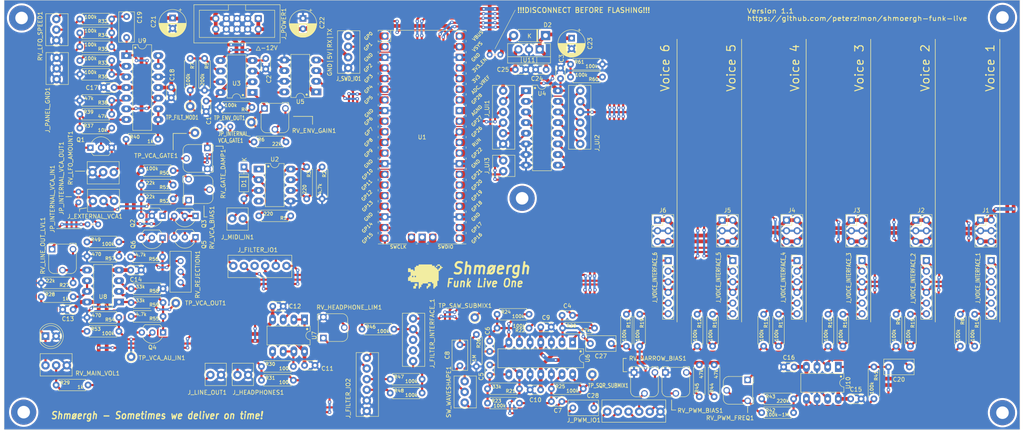
<source format=kicad_pcb>
(kicad_pcb (version 20221018) (generator pcbnew)
  (layers (0 "F.Cu" signal) (31 "B.Cu" signal) (34 "B.Paste" user) (35 "F.Paste" user) (36 "B.SilkS" user "B.Silkscreen") (37 "F.SilkS" user "F.Silkscreen") (38 "B.Mask" user) (39 "F.Mask" user) (44 "Edge.Cuts" user))
  (net 0 "")
  (net 1 "+12V")
  (net 2 "GND")
  (net 3 "-12V")
  (net 4 "+3.3V")
  (net 5 "Net-(U6A--)")
  (net 6 "Net-(C4-Pad2)")
  (net 7 "Net-(U6C--)")
  (net 8 "Net-(C5-Pad2)")
  (net 9 "Net-(U6B--)")
  (net 10 "Net-(SW_WAVESHAPE1-A)")
  (net 11 "Net-(U6D--)")
  (net 12 "Net-(SW_WAVESHAPE1-C)")
  (net 13 "Net-(SW_WAVESHAPE1-B)")
  (net 14 "/Filter Interface/AUDIO_IN")
  (net 15 "Net-(U9B--)")
  (net 16 "Net-(U9A--)")
  (net 17 "Net-(U10A--)")
  (net 18 "PWM_LFO")
  (net 19 "+5V")
  (net 20 "Net-(D1-K)")
  (net 21 "Net-(D1-A)")
  (net 22 "Net-(D_NEGATIVE_LIMITER1-K)")
  (net 23 "/VCA (Internal)/GATE")
  (net 24 "/Digital/ENVELOPE")
  (net 25 "/VCA (Internal)/AUDIO_IN")
  (net 26 "/Filter Interface/AUDIO_OUT")
  (net 27 "/VCA (Internal)/AUDIO_OUT")
  (net 28 "/Output/AUDIO_IN")
  (net 29 "Net-(J_FILTER_INTERFACE_1-Pin_2)")
  (net 32 "CUTOFF_IN")
  (net 33 "MODWHEEL_IN")
  (net 34 "/Filter Interface/LFO_IN")
  (net 35 "/Digital/WAH_VELOCITY")
  (net 36 "/Digital/FILTER_MOD")
  (net 37 "FILTER_DIGI_MOD_IN")
  (net 38 "WAH_AMNT_IN")
  (net 39 "Net-(J_HEADPHONES1-PadT)")
  (net 40 "Net-(J_LINE_OUT1-PadT)")
  (net 41 "Net-(J_MIDI_IN1-Pin_1)")
  (net 42 "UART_TX")
  (net 43 "UART_RX")
  (net 44 "1.5V")
  (net 45 "/Digital/Digital UI/MODE")
  (net 46 "/Digital/Digital UI/SOLO_CHORD")
  (net 47 "/Digital/Digital UI/DETUNE")
  (net 48 "/Digital/Digital UI/SOFT")
  (net 49 "/Digital/Digital UI/HOLD")
  (net 50 "/Digital/Digital UI/RING")
  (net 51 "/Digital/Digital UI/RING_TIME")
  (net 52 "/Digital/Digital UI/PORTAMENTO")
  (net 53 "/Digital/Digital UI/KB_TRACKING")
  (net 54 "/Digital/Digital UI/EXTRA_GPIO1")
  (net 55 "/Digital/Digital UI/EXTRA_GPIO2")
  (net 56 "/Digital/RESET_2")
  (net 57 "/Digital/AMP_2")
  (net 58 "/LFO + PWM/PULSE_WIDTH")
  (net 59 "/LFO + PWM/PWM_OUT")
  (net 60 "/Mixer/SAW_2_IN")
  (net 61 "/Mixer/SQR_2_IN")
  (net 62 "/Digital/RESET_1")
  (net 63 "/Digital/AMP_1")
  (net 64 "/Mixer/SAW_1_IN")
  (net 65 "/Mixer/SQR_1_IN")
  (net 66 "/Digital/RESET_3")
  (net 67 "/Digital/AMP_3")
  (net 68 "/Mixer/SAW_3_IN")
  (net 69 "/Mixer/SQR_3_IN")
  (net 70 "/Digital/RESET_4")
  (net 71 "/Digital/AMP_4")
  (net 72 "/Mixer/SAW_4_IN")
  (net 73 "/Mixer/SQR_4_IN")
  (net 74 "/Digital/RESET_5")
  (net 75 "/Digital/AMP_5")
  (net 76 "/Mixer/SAW_5_IN")
  (net 77 "/Mixer/SQR_5_IN")
  (net 78 "/Digital/RESET_6")
  (net 79 "/Digital/AMP_6")
  (net 80 "/Mixer/SAW_6_IN")
  (net 81 "/Mixer/SQR_6_IN")
  (net 82 "Net-(Q1-C)")
  (net 83 "Net-(Q1-B)")
  (net 84 "Net-(Q2-C)")
  (net 85 "Net-(Q2-E)")
  (net 86 "Net-(Q4-C)")
  (net 87 "Net-(Q4-B)")
  (net 88 "Net-(Q4-E)")
  (net 89 "Net-(Q6-C)")
  (net 90 "Net-(Q6-B)")
  (net 91 "Net-(U2-VO1)")
  (net 92 "MIDI_IN")
  (net 93 "Net-(U3A--)")
  (net 94 "Net-(U3B--)")
  (net 95 "Net-(R6-Pad2)")
  (net 96 "Net-(U8B-+)")
  (net 97 "Net-(U8B--)")
  (net 98 "Net-(R29-Pad2)")
  (net 99 "Net-(U7B--)")
  (net 100 "Net-(U7A--)")
  (net 101 "Net-(R32-Pad2)")
  (net 102 "Net-(U9A-+)")
  (net 103 "Net-(R37-Pad1)")
  (net 104 "Net-(U9B-+)")
  (net 105 "Net-(R40-Pad1)")
  (net 106 "Net-(U9C--)")
  (net 107 "Net-(U10B-+)")
  (net 108 "Net-(R42-Pad1)")
  (net 109 "Net-(R42-Pad2)")
  (net 110 "Net-(R44-Pad1)")
  (net 111 "Net-(R45-Pad1)")
  (net 112 "Net-(R49-Pad2)")
  (net 113 "Net-(R50-Pad1)")
  (net 114 "Net-(R51-Pad1)")
  (net 115 "Net-(R52-Pad1)")
  (net 116 "Net-(R55-Pad2)")
  (net 117 "Net-(R56-Pad2)")
  (net 118 "Net-(U7A-+)")
  (net 119 "PWM_LFO_BIAS")
  (net 120 "MUX_A")
  (net 121 "MUX_B")
  (net 122 "MUX_C")
  (net 123 "DAC_CS")
  (net 124 "DAC_SCK")
  (net 125 "DAC_SDI")
  (net 126 "MUX_BINARY")
  (net 137 "Net-(U3A-+)")
  (net 138 "Net-(U3B-+)")
  (net 139 "Net-(U9D--)")
  (net 140 "Net-(D2-A)")
  (net 141 "PWM_NARROW_BIAS")
  (net 142 "Net-(C27-Pad1)")
  (net 143 "Net-(C28-Pad1)")
  (net 144 "Net-(D2-K)")
  (footprint "TestPoint:TestPoint_THTPad_D2.0mm_Drill1.0mm" (layer "F.Cu") (at 149.86 110.744)
    (fp_text reference "TP_SAW_SUBMIX1")
    (fp_text value "TestPoint")
  )
  (footprint "Shmoergh_Custom_Footprints:R_Axial_DIN0207_L6.3mm_D2.5mm_P7.62mm_Horizontal" (layer "F.Cu") (at 172.72 50.292)
    (fp_text reference "R61")
    (fp_text value "100k")
  )
  (footprint "Shmoergh_Custom_Footprints:R_Axial_DIN0207_L6.3mm_D2.5mm_P7.62mm_Horizontal" (layer "F.Cu") (at 64.897 96.139 180)
    (fp_text reference "R57")
    (fp_text value "470")
  )
  (footprint "Capacitor_THT:CP_Radial_D6.3mm_P2.50mm" (layer "F.Cu") (at 172.974 44.069 -90)
    (fp_text reference "C23")
    (fp_text value "10u")
  )
  (footprint "Potentiometer_THT:Potentiometer_Runtron_RM-065_Vertical" (layer "F.Cu") (at 99.648 60.833)
    (fp_text reference "RV_ENV_GAIN1")
    (fp_text value "200k")
  )
  (footprint "Shmoergh_Custom_Footprints:R_Axial_DIN0207_L6.3mm_D2.5mm_P7.62mm_Horizontal" (layer "F.Cu") (at 202.951 109.982 -90)
    (fp_text reference "R12")
    (fp_text value "100k")
  )
  (footprint "Potentiometer_THT:Potentiometer_Runtron_RM-065_Vertical" (layer "F.Cu") (at 86.026 70.271 -90)
    (fp_text reference "RV_GATE_DAMP1")
    (fp_text value "100k")
  )
  (footprint "Shmoergh_Custom_Footprints:R_Axial_DIN0207_L6.3mm_D2.5mm_P7.62mm_Horizontal" (layer "F.Cu") (at 63.17275 39.497 180)
    (fp_text reference "R32")
    (fp_text value "100k")
  )
  (footprint "Capacitor_THT:C_Rect_L7.0mm_W3.5mm_P5.00mm" (layer "F.Cu") (at 146.304 122.261 90)
    (fp_text reference "C8")
    (fp_text value "470n (foil)")
  )
  (footprint "Shmoergh_Custom_Footprints:R_Axial_DIN0207_L6.3mm_D2.5mm_P7.62mm_Horizontal" (layer "F.Cu") (at 155.194 109.982)
    (fp_text reference "R24")
    (fp_text value "100k")
  )
  (footprint "PCM_Package_TO_SOT_THT_AKL:TO-92_Inline_Wide" (layer "F.Cu") (at 58.09275 70.21)
    (fp_text reference "Q1")
    (fp_text value "BC548C" hide)
  )
  (footprint "Shmoergh_Custom_Footprints:R_Axial_DIN0207_L6.3mm_D2.5mm_P7.62mm_Horizontal" (layer "F.Cu") (at 253.873 109.982 -90)
    (fp_text reference "R15")
    (fp_text value "100k")
  )
  (footprint "LED_THT:LED_D5.0mm" (layer "F.Cu") (at 47.366 115.189)
    (fp_text reference "D_NEGATIVE_LIMITER1" hide)
    (fp_text value "Red LED")
  )
  (footprint "Potentiometer_THT:Potentiometer_Runtron_RM-065_Vertical" (layer "F.Cu") (at 113.711 115.657 90)
    (fp_text reference "RV_HEADPHONE_LIM1")
    (fp_text value "10k")
  )
  (footprint "Shmoergh_Custom_Footprints:R_Axial_DIN0207_L6.3mm_D2.5mm_P7.62mm_Horizontal" (layer "F.Cu") (at 170.815 113.284)
    (fp_text reference "R20")
    (fp_text value "47k")
  )
  (footprint "Shmoergh_Custom_Footprints:NSL25_01x02_Vertical-AudioJack-TS" (layer "F.Cu") (at 93.218 124.46)
    (fp_text reference "J_HEADPHONES1")
    (fp_text value "3.5mm jack")
  )
  (footprint "Shmoergh_Custom_Footprints:R_Axial_DIN0207_L6.3mm_D2.5mm_P7.62mm_Horizontal" (layer "F.Cu") (at 269.207828 109.982 -90)
    (fp_text reference "R14")
    (fp_text value "100k")
  )
  (footprint "PCM_Package_DIP_AKL:DIP-8_W7.62mm_LongPads" (layer "F.Cu") (at 96.789 57.013 180)
    (fp_text reference "U3")
    (fp_text value "TL072" hide)
  )
  (footprint "Connector_PinHeader_2.54mm:PinHeader_1x06_P2.54mm_Vertical" (layer "F.Cu") (at 257.683 97.155)
    (fp_text reference "J_VOICE_INTERFACE_2")
    (fp_text value "Conn_01x06")
  )
  (footprint "PCM_Jumper_AKL_Double:Jumper_P2.54mm_D0.7mm" (layer "F.Cu") (at 153.416 48.006)
    (fp_text reference "JP_MCU_EXT_PWR2" hide)
    (fp_text value "jmpr" hide)
  )
  (footprint "Capacitor_THT:C_Disc_D3.0mm_W2.0mm_P2.50mm" (layer "F.Cu") (at 163.068 128.016)
    (fp_text reference "C10")
    (fp_text value "100n")
  )
  (footprint "Shmoergh_Custom_Footprints:R_Axial_DIN0207_L6.3mm_D2.5mm_P7.62mm_Horizontal" (layer "F.Cu") (at 66.60175 68.199)
    (fp_text reference "R40")
    (fp_text value "1k")
  )
  (footprint "Shmoergh_Custom_Footprints:R_Axial_DIN0207_L6.3mm_D2.5mm_P7.62mm_Horizontal" (layer "F.Cu") (at 250.444 109.982 -90)
    (fp_text reference "R9")
    (fp_text value "100k")
  )
  (footprint "Shmoergh_Custom_Footprints:R_Axial_DIN0207_L6.3mm_D2.5mm_P7.62mm_Horizontal" (layer "F.Cu") (at 129.667 128.778)
    (fp_text reference "R48")
    (fp_text value "100k")
  )
  (footprint "Shmoergh_Custom_Footprints:R_Axial_DIN0207_L6.3mm_D2.5mm_P7.62mm_Horizontal" (layer "F.Cu") (at 265.778828 109.982 -90)
    (fp_text reference "R8")
    (fp_text value "100k")
  )
  (footprint "Shmoergh_Custom_Footprints:R_Axial_DIN0207_L6.3mm_D2.5mm_P7.62mm_Horizontal" (layer "F.Cu") (at 77.851 82.423 180)
    (fp_text reference "R52")
    (fp_text value "22k")
  )
  (footprint "Shmoergh_Custom_Footprints:R_Axial_DIN0207_L6.3mm_D2.5mm_P7.62mm_Horizontal" (layer "F.Cu") (at 218.353 130.175)
    (fp_text reference "R43")
    (fp_text value "220k")
  )
  (footprint "Shmoergh_Custom_Footprints:R_Axial_DIN0207_L6.3mm_D2.5mm_P7.62mm_Horizontal" (layer "F.Cu") (at 150.241 114.808 -90)
    (fp_text reference "R26")
    (fp_text value "1M")
  )
  (footprint "Capacitor_THT:C_Disc_D3.0mm_W2.0mm_P2.50mm" (layer "F.Cu") (at 85.725 59.075 -90)
    (fp_text reference "C1")
    (fp_text value "100n")
  )
  (footprint "Shmoergh_Custom_Footprints:R_Axial_DIN0207_L6.3mm_D2.5mm_P7.62mm_Horizontal" (layer "F.Cu") (at 63.17275 46.101 180)
    (fp_text reference "R35")
    (fp_text value "100k")
  )
  (footprint "TestPoint:TestPoint_THTPad_D2.0mm_Drill1.0mm" (layer "F.Cu") (at 96.52 64.135)
    (fp_text reference "TP_ENV_OUT1")
    (fp_text value "TestPoint")
  )
  (footprint "Shmoergh_Custom_Footprints:NSL25_01x03_Vertical" (layer "F.Cu") (at 58.674 82.931)
    (fp_text reference "J_EXTERNAL_VCA1")
    (fp_text value "Conn_01x03")
  )
  (footprint "Capacitor_THT:C_Rect_L7.0mm_W3.5mm_P5.00mm" (layer "F.Cu") (at 253.619 122.555 180)
    (fp_text reference "C20")
    (fp_text value "470n foil")
  )
  (footprint "Shmoergh_Custom_Footprints:NSL25_01x02_Vertical" (layer "F.Cu") (at 156.651293 73.279 -90)
    (fp_text reference "J_UI3")
    (fp_text value "Conn_01x02")
  )
  (footprint "Shmoergh_Custom_Footprints:R_Axial_DIN0207_L6.3mm_D2.5mm_P7.62mm_Horizontal" (layer "F.Cu") (at 57.277 92.71)
    (fp_text reference "R49")
    (fp_text value "100k")
  )
  (footprint "Shmoergh_Custom_Footprints:NSL25_01x06_Vertical" (layer "F.Cu") (at 104.902 98.425 180)
    (fp_text reference "J_FILTER_IO1")
    (fp_text value "Conn_01x06")
  )
  (footprint "Shmoergh_Custom_Footprints:R_Axial_DIN0207_L6.3mm_D2.5mm_P7.62mm_Horizontal" (layer "F.Cu") (at 237.744 109.982 -90)
    (fp_text reference "R16")
    (fp_text value "100k")
  )
  (footprint "Capacitor_THT:C_Disc_D3.0mm_W2.0mm_P2.50mm" (layer "F.Cu") (at 99.949 51.435 90)
    (fp_text reference "C2")
    (fp_text value "100n")
  )
  (footprint "Shmoergh_Custom_Footprints:NSL25_01x04_Vertical" (layer "F.Cu") (at 119.634 43.561 -90)
    (fp_text reference "J_SWD_IO1")
    (fp_text value "Conn_01x04")
  )
  (footprint "MountingHole:MountingHole_3mm_Pad" (layer "F.Cu") (at 275.844 39.116)
    (fp_text reference "H1" hide)
    (fp_text value "MountingHole")
  )
  (footprint "Shmoergh_Custom_Footprints:R_Axial_DIN0207_L6.3mm_D2.5mm_P7.62mm_Horizontal" (layer "F.Cu") (at 98.933 122.428)
    (fp_text reference "R30")
    (fp_text value "100")
  )
  (footprint "Capacitor_THT:C_Disc_D3.0mm_W2.0mm_P2.50mm" (layer "F.Cu") (at 53.975 108.839 180)
    (fp_text reference "C13")
    (fp_text value "100n")
  )
  (footprint "Shmoergh_Custom_Footprints:NSL25_01x03_Vertical" (layer "F.Cu") (at 47.371 122.174)
    (fp_text reference "RV_MAIN_VOL1")
    (fp_text value "A100k")
  )
  (footprint "PCM_Package_TO_SOT_THT_AKL:TO-92_Inline_Wide" (layer "F.Cu") (at 75.311 86.487 180)
    (fp_text reference "Q2")
    (fp_text value "BC558" hide)
  )
  (footprint "PCM_Package_DIP_AKL:DIP-8_W7.62mm_LongPads" (layer "F.Cu") (at 236.651 122.54 -90)
    (fp_text reference "U10")
    (fp_text value "TL072" hide)
  )
  (footprint "Shmoergh_Custom_Footprints:Gyeszno" (layer "F.Cu") (at 138.049 100.965)
    (fp_text reference "G***" hide)
    (fp_text value "LOGO" hide)
  )
  (footprint "Shmoergh_Custom_Footprints:R_Axial_DIN0207_L6.3mm_D2.5mm_P7.62mm_Horizontal" (layer "F.Cu") (at 218.353 133.477)
    (fp_text reference "R42")
    (fp_text value "100k-1M")
  )
  (footprint "Shmoergh_Custom_Footprints:R_Axial_DIN0207_L6.3mm_D2.5mm_P7.62mm_Horizontal" (layer "F.Cu") (at 75.438 107.188 180)
    (fp_text reference "R59")
    (fp_text value "33k")
  )
  (footprint "PCM_Package_DIP_AKL:DIP-8_W7.62mm_LongPads" (layer "F.Cu") (at 109.21 111.237 -90)
    (fp_text reference "U7")
    (fp_text value "NE5532" hide)
  )
  (footprint "PCM_Jumper_AKL_Double:Jumper_P2.54mm_D0.7mm" (layer "F.Cu") (at 88.95 65.151)
    (fp_text reference "JP_INTERNAL_VCA_GATE1" hide)
    (fp_text value "jmpr" hide)
  )
  (footprint "Shmoergh_Custom_Footprints:R_Axial_DIN0207_L6.3mm_D2.5mm_P7.62mm_Horizontal" (layer "F.Cu") (at 98.933 125.73)
    (fp_text reference "R31")
    (fp_text value "100")
  )
  (footprint "Capacitor_THT:C_Disc_D3.0mm_W2.0mm_P2.50mm" (layer "F.Cu") (at 159.532293 51.562)
    (fp_text reference "C25")
    (fp_text value "100n")
  )
  (footprint "Connector_PinHeader_2.54mm:PinHeader_1x06_P2.54mm_Vertical" (layer "F.Cu") (at 242.316 97.155)
    (fp_text reference "J_VOICE_INTERFACE_3")
    (fp_text value "Conn_01x06")
  )
  (footprint "Connector_PinHeader_2.54mm:PinHeader_2x03_P2.54mm_Vertical" (layer "F.Cu") (at 239.776 87.503)
    (fp_text reference "J3")
    (fp_text value "Power")
  )
  (footprint "PCM_Package_TO_SOT_THT_AKL:TO-92_Inline_Wide" (layer "F.Cu") (at 75.438 114.321 180)
    (fp_text reference "Q4")
    (fp_text value "BC548" hide)
  )
  (footprint "Shmoergh_Custom_Footprints:R_Axial_DIN0207_L6.3mm_D2.5mm_P7.62mm_Horizontal" (layer "F.Cu") (at 180.34 53.34 180)
    (fp_text reference "R60")
    (fp_text value "100k")
  )
  (footprint "Capacitor_THT:C_Disc_D3.0mm_W2.0mm_P2.50mm" (layer "F.Cu") (at 153.416 116.352 -90)
    (fp_text reference "C6")
    (fp_text value "22p")
  )
  (footprint "PCM_Package_TO_SOT_THT_AKL:TO-92_Inline_Wide" (layer "F.Cu") (at 83.185 86.508 180)
    (fp_text reference "Q3")
    (fp_text value "BC548" hide)
  )
  (footprint "Shmoergh_Custom_Footprints:R_Axial_DIN0207_L6.3mm_D2.5mm_P7.62mm_Horizontal" (layer "F.Cu") (at 206.634 109.982 -90)
    (fp_text reference "R18")
    (fp_text value "100k")
  )
  (footprint "PCM_Package_DIP_AKL:DIP-14_W7.62mm_LongPads" (layer "F.Cu") (at 173.228 116.713 -90)
    (fp_text reference "U6")
    (fp_text value "TL074" hide)
  )
  (footprint "Shmoergh_Custom_Footprints:R_Axial_DIN0207_L6.3mm_D2.5mm_P7.62mm_Horizontal" (layer "F.Cu") (at 109.728 74.803 -90)
    (fp_text reference "R3")
    (fp_text value "220")
  )
  (footprint "MCU_RaspberryPi_and_Boards:RPi_Pico_SMD_TH" (layer "F.Cu") (at 137.287 67.691)
    (fp_text reference "U1")
    (fp_text value "Pico")
  )
  (footprint "Shmoergh_Custom_Footprints:R_Axial_DIN0207_L6.3mm_D2.5mm_P7.62mm_Horizontal" (layer "F.Cu") (at 53.975 102.489 180)
    (fp_text reference "R27")
    (fp_text value "22k")
  )
  (footprint "Shmoergh_Custom_Footprints:R_Axial_DIN0207_L6.3mm_D2.5mm_P7.62mm_Horizontal" (layer "F.Cu") (at 168.148 127.762)
    (fp_text reference "R25")
    (fp_text value "100k")
  )
  (footprint "Capacitor_THT:CP_Radial_D6.3mm_P2.50mm" (layer "F.Cu") (at 77.724 39.243 -90)
    (fp_text reference "C21")
    (fp_text value "100u")
  )
  (footprint "Shmoergh_Custom_Footprints:NSL25_01x05_Vertical" (layer "F.Cu") (at 135.128 110.998 -90)
    (fp_text reference "J_FILTER_INTERFACE_1")
    (fp_text value "Conn_01x05")
  )
  (footprint "Shmoergh_Custom_Footprints:R_Axial_DIN0207_L6.3mm_D2.5mm_P7.62mm_Horizontal" (layer "F.Cu") (at 160.528 127.762 180)
    (fp_text reference "R21")
    (fp_text value "33k")
  )
  (footprint "Shmoergh_Custom_Footprints:R_Axial_DIN0207_L6.3mm_D2.5mm_P7.62mm_Horizontal" (layer "F.Cu") (at 63.17275 52.705 180)
    (fp_text reference "R36")
    (fp_text value "100k")
  )
  (footprint "Potentiometer_THT:Potentiometer_Runtron_RM-065_Vertical" (layer "F.Cu") (at 215.005 125.643 -90)
    (fp_text reference "RV_PWM_FREQ1")
    (fp_text value "1M")
  )
  (footprint "Shmoergh_Custom_Footprints:NSL25_01x06_Vertical" (layer "F.Cu") (at 156.627293 56.604 -90)
    (fp_text reference "J_UI1")
    (fp_text value "Conn_01x06")
  )
  (footprint "Shmoergh_Custom_Footprints:R_Axial_DIN0207_L6.3mm_D2.5mm_P7.62mm_Horizontal" (layer "F.Cu") (at 57.277 114.046)
    (fp_text reference "R53")
    (fp_text value "100k")
  )
  (footprint "Shmoergh_Custom_Footprints:R_Axial_DIN0207_L6.3mm_D2.5mm_P7.62mm_Horizontal" (layer "F.Cu") (at 105.918 86.487 180)
    (fp_text reference "R1")
    (fp_text value "220")
  )
  (footprint "Capacitor_THT:C_Disc_D3.0mm_W2.0mm_P2.50mm" (layer "F.Cu") (at 239.602 130.175)
    (fp_text reference "C15")
    (fp_text value "100n")
  )
  (footprint "Potentiometer_THT:Potentiometer_Bourns_3296W_Vertical" (layer "F.Cu") (at 79.629 102.362 -90)
    (fp_text reference "RV_REJECTION1")
    (fp_text value "10k")
  )
  (footprint "PCM_Package_DIP_AKL:DIP-8_W7.62mm_LongPads" (layer "F.Cu") (at 64.912 107.051 180)
    (fp_text reference "U8")
    (fp_text value "TL072" hide)
  )
  (footprint "PCM_Jumper_AKL_Double:Jumper_P2.54mm_D0.7mm" (layer "F.Cu") (at 59.944 88.519 180)
    (fp_text reference "JP_INTERNAL_VCA_IN1")
    (fp_text value "jmpr" hide)
  )
  (footprint "Capacitor_THT:C_Disc_D3.0mm_W2.0mm_P2.50mm" (layer "F.Cu") (at 70.211 99.441 180)
    (fp_text reference "C14")
    (fp_text value "100n")
  )
  (footprint "Connector_PinHeader_2.54mm:PinHeader_2x03_P2.54mm_Vertical" (layer "F.Cu") (at 208.915 87.503)
    (fp_text reference "J5")
    (fp_text value "Power")
  )
  (footprint "Shmoergh_Custom_Footprints:R_Axial_DIN0207_L6.3mm_D2.5mm_P7.62mm_Horizontal" (layer "F.Cu") (at 218.821 109.982 -90)
    (fp_text reference "R11")
    (fp_text value "100k")
  )
  (footprint "Connector_PinHeader_2.54mm:PinHeader_2x03_P2.54mm_Vertical" (layer "F.Cu") (at 224.282 87.503)
    (fp_text reference "J4")
    (fp_text value "Power")
  )
  (footprint "Shmoergh_Custom_Footprints:R_Axial_DIN0207_L6.3mm_D2.5mm_P7.62mm_Horizontal" (layer "F.Cu") (at 55.55275 65.532)
    (fp_text reference "R37")
    (fp_text value "10k")
  )
  (footprint "Capacitor_THT:C_Disc_D3.0mm_W2.0mm_P2.50mm" (layer "F.Cu") (at 109.22 122.174)
    (fp_text reference "C11")
    (fp_text value "100n")
  )
  (footprint "Connector_PinHeader_2.54mm:PinHeader_1x06_P2.54mm_Vertical" (layer "F.Cu") (at 196.0245 97.155)
    (fp_text reference "J_VOICE_INTERFACE_6")
    (fp_text value "Conn_01x06")
  )
  (footprint "Shmoergh_Custom_Footprints:R_Axial_DIN0207_L6.3mm_D2.5mm_P7.62mm_Horizontal" (layer "F.Cu") (at 75.311 96.266 180)
    (fp_text reference "R56")
    (fp_text value "4.7k")
  )
  (footprint "Shmoergh_Custom_Footprints:R_Axial_DIN0207_L6.3mm_D2.5mm_P7.62mm_Horizontal" (layer "F.Cu") (at 122.936 113.538)
    (fp_text reference "R46")
    (fp_text value "100k")
  )
  (footprint "Connector_PinHeader_2.54mm:PinHeader_2x03_P2.54mm_Vertical" (layer "F.Cu") (at 193.4845 87.503)
    (fp_text reference "J6")
    (fp_text value "Power")
  )
  (footprint "Shmoergh_Custom_Footprints:R_Axial_DIN0207_L6.3mm_D2.5mm_P7.62mm_Horizontal" (layer "F.Cu") (at 203.454 129.667 90)
    (fp_text reference "R45")
    (fp_text value "47k")
  )
  (footprint "Shmoergh_Custom_Footprints:NSL25_01x03_Vertical" (layer "F.Cu") (at 63.68075 76.073 180)
    (fp_text reference "RV_LFO_AMOUNT1")
    (fp_text value "100k")
  )
  (footprint "Shmoergh_Custom_Footprints:R_Axial_DIN0207_L6.3mm_D2.5mm_P7.62mm_Horizontal" (layer "F.Cu") (at 63.17275 58.928 180)
    (fp_text reference "R38")
    (fp_text value "47k")
  )
  (footprint "Connector_PinHeader_2.54mm:PinHeader_1x06_P2.54mm_Vertical" (layer "F.Cu") (at 226.786528 97.155)
    (fp_text reference "J_VOICE_INTERFACE_4")
    (fp_text value "Conn_01x06")
  )
  (footprint "PCM_Jumper_AKL_Double:Jumper_P2.54mm_D0.7mm" (layer "F.Cu") (at 55.245 83.262 90)
    (fp_text reference "JP_INTERNAL_VCA_OUT1")
    (fp_text value "jmpr" hide)
  )
  (footprint "Capacitor_THT:C_Rect_L7.0mm_W3.5mm_P5.00mm" (layer "F.Cu") (at 178.268 132.334 180)
    (fp_text reference "C28")
    (fp_text value "470n (foil)")
  )
  (footprint "Shmoergh_Custom_Footprints:R_Axial_DIN0207_L6.3mm_D2.5mm_P7.62mm_Horizontal" (layer "F.Cu") (at 77.851 75.692 180)
    (fp_text reference "R50")
    (fp_text value "100k")
  )
  (footprint "Shmoergh_Custom_Footprints:R_Axial_DIN0207_L6.3mm_D2.5mm_P7.62mm_Horizontal" (layer "F.Cu") (at 186.055 109.982 -90)
    (fp_text reference "R13")
    (fp_text value "100k")
  )
  (footprint "TestPoint:TestPoint_THTPad_D2.0mm_Drill1.0mm" (layer "F.Cu") (at 81.915 60.325)
    (fp_text reference "TP_FILT_MOD1")
    (fp_text value "TestPoint")
  )
  (footprint "Shmoergh_Custom_Footprints:R_Axial_DIN0207_L6.3mm_D2.5mm_P7.62mm_Horizontal" (layer "F.Cu") (at 77.851 79.121 180)
    (fp_text reference "R51")
    (fp_text value "22k")
  )
  (footprint "Capacitor_THT:C_Disc_D3.0mm_W2.0mm_P2.50mm" (layer "F.Cu") (at 168.148 130.81)
    (fp_text reference "C7")
    (fp_text value "22p")
  )
  (footprint "Shmoergh_Custom_Footprints:R_Axial_DIN0207_L6.3mm_D2.5mm_P7.62mm_Horizontal" (layer "F.Cu") (at 129.667 125.476)
    (fp_text reference "R47")
    (fp_text value "100k")
  )
  (footprint "Shmoergh_Custom_Footprints:R_Axial_DIN0207_L6.3mm_D2.5mm_P7.62mm_Horizontal" (layer "F.Cu") (at 97.155 68.834)
    (fp_text reference "R6")
    (fp_text value "22k")
  )
  (footprint "Capacitor_THT:C_Disc_D3.0mm_W2.0mm_P2.50mm" (layer "F.Cu") (at 104.12 108.077 180)
    (fp_text reference "C12")
    (fp_text value "100n")
  )
  (footprint "Shmoergh_Custom_Footprints:R_Axial_DIN0207_L6.3mm_D2.5mm_P7.62mm_Horizontal" (layer "F.Cu") (at 81.915 48.895 -90)
    (fp_text reference "R7")
    (fp_text value "100k")
  )
  (footprint "Capacitor_THT:C_Disc_D3.0mm_W2.0mm_P2.50mm" (layer "F.Cu") (at 166.898293 51.562 180)
    (fp_text reference "C24")
    (fp_text value "330n")
  )
  (footprint "Capacitor_THT:C_Disc_D3.0mm_W2.0mm_P2.50mm" (layer "F.Cu") (at 165.608 113.03)
    (fp_text reference "C9")
    (fp_text value "100n")
  )
  (footprint "Capacitor_THT:C_Disc_D3.0mm_W2.0mm_P2.50mm" (layer "F.Cu") (at 77.39675 58.293 90)
    (fp_text reference "C18")
    (fp_text value "100n")
  )
  (footprint "MountingHole:MountingHole_3mm_Pad" (layer "F.Cu") (at 41.656 39.243)
    (fp_text reference "H4" hide)
    (fp_text value "MountingHole")
  )
  (footprint "Shmoergh_Custom_Footprints:R_Axial_DIN0207_L6.3mm_D2.5mm_P7.62mm_Horizontal" (layer "F.Cu") (at 222.377 109.982 -90)
    (fp_text reference "R17")
    (fp_text value "100k")
  )
  (footprint "PCM_Package_DIP_AKL:DIP-8_W7.62mm_LongPads" (layer "F.Cu") (at 98.283 75.321)
    (fp_text reference "U2")
    (fp_text value "6N138" hide)
  )
  (footprint "Capacitor_THT:C_Disc_D3.0mm_W2.0mm_P2.50mm" (layer "F.Cu") (at 170.708 110.236)
    (fp_text reference "C4")
    (fp_text value "22p")
  )
  (footprint "Connector_PinHeader_2.54mm:PinHeader_1x06_P2.54mm_Vertical" (layer "F.Cu") (at 211.455 97.155)
    (fp_text reference "J_VOICE_INTERFACE_5")
    (fp_text value "Conn_01x06")
  )
  (footprint "Shmoergh_Custom_Footprints:R_Axial_DIN0207_L6.3mm_D2.5mm_P7.62mm_Horizontal" (layer "F.Cu") (at 85.344 48.895 -90)
    (fp_text reference "R5")
    (fp_text value "200k")
  )
  (footprint "PCM_Package_DIP_AKL:DIP-16_W7.62mm_LongPads" (layer "F.Cu") (at 162.088293 56.604)
    (fp_text reference "U4")
    (fp_text value "CD4051B" hide)
  )
  (footprint "Capacitor_THT:C_Disc_D3.0mm_W2.0mm_P2.50mm" (layer "F.Cu") (at 170.327293 53.701 90)
    (fp_text reference "C3")
    (fp_text value "100n")
  )
  (footprint "Shmoergh_Custom_Footprints:R_Axial_DIN0207_L6.3mm_D2.5mm_P7.62mm_Horizontal" (layer "F.Cu") (at 46.355 105.791)
    (fp_text reference "R28")
    (fp_text value "1k")
  )
  (footprint "Shmoergh_Custom_Footprints:NSL25_01x06_Vertical" (layer "F.Cu") (at 175.042293 69.304 90)
    (fp_text reference "J_UI2")
    (fp_text value "Conn_01x06")
  )
  (footprint "Potentiometer_THT:Potentiometer_Runtron_RM-065_Vertical" (layer "F.Cu") (at 187.873 123.871)
    (fp_text reference "RV_NARROW_BIAS1")
    (fp_text value "100k")
  )
  (footprint "Diode_THT:D_DO-41_SOD81_P7.62mm_Horizontal" (layer "F.Cu") (at 166.751 43.434 180)
    (fp_text reference "D2")
    (fp_text value "1N4001")
  )
  (footprint "Shmoergh_Custom_Footprints:R_Axial_DIN0207_L6.3mm_D2.5mm_P7.62mm_Horizontal" (layer "F.Cu") (at 63.17275 42.799 180)
    (fp_text reference "R34")
    (fp_text value "100k")
  )
  (footprint "Shmoergh_Custom_Footprints:NSL25_01x03_Vertical" (layer "F.Cu") (at 50.038 48.768 -90)
    (fp_text reference "J_PANEL_GND1")
    (fp_text value "Conn_01x03_Pin")
  )
  (footprint "Shmoergh_Custom_Footprints:R_Axial_DIN0207_L6.3mm_D2.5mm_P7.62mm_Horizontal" (layer "F.Cu") (at 96.647 60.579 180)
    (fp_text reference "R4")
    (fp_text value "100k")
  )
  (footprint "Shmoergh_Custom_Footprints:NSL25_01x06_Vertical" (layer "F.Cu") (at 181.483 133.223)
    (fp_text reference "J_PWM_IO1")
    (fp_text value "Conn_01x06")
  )
  (footprint "Capacitor_THT:C_Rect_L7.0mm_W3.5mm_P5.00mm" (layer "F.Cu") (at 66.72875 43.902 90)
    (fp_text reference "C19")
    (fp_text value "22n-47n (foil)")
  )
  (footprint "Shmoergh_Custom_Footprints:R_Axial_DIN0207_L6.3mm_D2.5mm_P7.62mm_Horizontal" (layer "F.Cu") (at 75.438 110.49 180)
    (fp_text reference "R55")
    (fp_text value "4.7k")
  )
  (footprint "Shmoergh_Custom_Footprints:R_Axial_DIN0207_L6.3mm_D2.5mm_P7.62mm_Horizontal" (layer "F.Cu") (at 207.01 129.667 90)
    (fp_text reference "R44")
    (fp_text value "47k")
  )
  (footprint "PCM_Package_TO_SOT_THT_AKL:TO-220-3_Vertical" (layer "F.Cu") (at 165.354 46.736 180)
    (fp_text reference "U11")
    (fp_text value "L7805" hide)
  )
  (footprint "TestPoint:TestPoint_THTPad_D2.0mm_Drill1.0mm" (layer "F.Cu") (at 78.486 107.315)
    (fp_text reference "TP_VCA_OUT1")
    (fp_text value "TestPoint")
  )
  (footprint "Shmoergh_Custom_Footprints:R_Axial_DIN0207_L6.3mm_D2.5mm_P7.62mm_Horizontal" (layer "F.Cu") (at 55.55275 62.23)
    (fp_text reference "R39")
    (fp_text value "47k")
  )
  (footprint "Diode_THT:D_DO-35_SOD27_P7.62mm_Horizontal" (layer "F.Cu") (at 94.742 74.803 -90)
    (fp_text reference "D1")
    (fp_text value "1N4148")
  )
  (footprint "Shmoergh_Custom_Footprints:R_Axial_DIN0207_L6.3mm_D2.5mm_P7.62mm_Horizontal" (layer "F.Cu") (at 245.15 122.555 -90)
    (fp_text reference "R41")
    (fp_text value "100k")
  )
  (footprint "Shmoergh_Custom_Footprints:R_Axial_DIN0207_L6.3mm_D2.5mm_P7.62mm_Horizontal" (layer "F.Cu") (at 162.814 113.284 180)
    (fp_text reference "R22")
    (fp_text value "100k")
  )
  (footprint "MountingHole:MountingHole_3mm_Pad" (layer "F.Cu") (at 42.164 133.35)
    (fp_text reference "H3" hide)
    (fp_text value "MountingHole")
  )
  (footprint "Shmoergh_Custom_Footprints:R_Axial_DIN0207_L6.3mm_D2.5mm_P7.62mm_Horizontal" (layer "F.Cu") (at 49.911 126.873)
    (fp_text reference "R29")
    (fp_text value "1k")
  )
  (footprint "PCM_Package_DIP_AKL:DIP-14_W7.62mm_LongPads" (layer "F.Cu") (at 66.675 48.23325)
    (fp_text reference "U9")
    (fp_text value "TL074" hide)
  )
  (footprint "Shmoergh_Custom_Footprints:R_Axial_DIN0207_L6.3mm_D2.5mm_P7.62mm_Horizontal" (layer "F.Cu") (at 189.23 109.982 -90)
    (fp_text reference "R19")
    (fp_text value "100k")
  )
  (footprint "Connector_PinHeader_2.54mm:PinHeader_1x06_P2.54mm_Vertical" (layer "F.Cu") (at 273.144828 97.155)
    (fp_text reference "J_VOICE_INTERFACE_1")
    (fp_text value "Conn_01x06")
  )
  (footprint "Potentiometer_THT:Potentiometer_Runtron_RM-065_Vertical" (layer "F.Cu") (at 81.534 82.724 90)
    (fp_text reference "RV_VCA_BIAS1")
    (fp_text value "100k")
  )
  (footprint "Connector_PinHeader_2.54mm:PinHeader_2x03_P2.54mm_Vertical" (layer "F.Cu") (at 255.143 87.503)
    (fp_text reference "J2")
    (fp_text value "Power")
  )
  (footprint "Shmoergh_Custom_Footprints:R_Axial_DIN0207_L6.3mm_D2.5mm_P7.62mm_Horizontal" (layer "F.Cu") (at 234.188 109.982 -90)
    (fp_text reference "R10")
    (fp_text value "100k")
  )
  (footprint "Shmoergh_Custom_Footprints:R_Axial_DIN0207_L6.3mm_D2.5mm_P7.62mm_Horizontal" (layer "F.Cu") (at 152.908 131.191)
    (fp_text reference "R23")
    (fp_text value "100k")
  )
  (footprint "Shmoergh_Custom_Footprints:R_Axial_DIN0207_L6.3mm_D2.5mm_P7.62mm_Horizontal" (layer "F.Cu") (at 75.438 103.886 180)
    (fp_text reference "R58")
    (fp_text value "33k")
  )
  (footprint "Shmoergh_Custom_Footprints:NSL25_01x02_Vertical-AudioJack-TS" (layer "F.Cu") (at 86.741 124.46)
    (fp_text reference "J_LINE_OUT1")
    (fp_text value "3.5mm jack")
  )
  (footprint "Shmoergh_Custom_Footprints:NSL25_01x03_Vertical" (layer "F.Cu") (at 147.447 125.984 -90)
    (fp_text reference "SW_WAVESHAPE1")
    (fp_text value "SW_SPDT")
  )
  (footprint "Capacitor_THT:C_Rect_L7.0mm_W3.5mm_P5.00mm" (layer "F.Cu") (at 182.459 116.967 180)
    (fp_text reference "C27")
    (fp_text value "470n (foil)")
  )
  (footprint "PCM_Package_DIP_AKL:DIP-8_W7.62mm_LongPads" (layer "F.Cu") (at 112.014 56.896 180)
    (fp_text reference "U5")
    (fp_text value "MCP4822" hide)
  )
  (footprint "TestPoint:TestPoint_THTPad_D2.0mm_Drill1.0mm" (layer "F.Cu") (at 67.818 120.142)
    (fp_text reference "TP_VCA_AU_IN1")
    (fp_text value "TestPoint")
  )
  (footprint "Capacitor_THT:CP_Radial_D6.3mm_P2.50mm" (layer "F.Cu") (at 108.839 39.330621 -90)
    (fp_text reference "C22")
    (fp_text value "100u")
  )
  (footprint "Shmoergh_Custom_Footprints:NSL25_01x03_Vertical" (layer "F.Cu") (at 49.96475 39.497 -90)
    (fp_text reference "RV_LFO_SPEED1")
    (fp_text value "100k")
  )
  (footprint "Capacitor_THT:C_Disc_D3.0mm_W2.0mm_P2.50mm" (layer "F.Cu") (at 153.416 122.067 -90)
    (fp_text reference "C5")
    (fp_text value "22p")
  )
  (footprint "Potentiometer_THT:Potentiometer_Runtron_RM-065_Vertical" (layer "F.Cu") (at 48.935 94.441)
    (fp_text reference "RV_LINE_OUT_LVL1")
    (fp_text value "100k")
  )
  (footprint "PCM_Package_TO_SOT_THT_AKL:TO-92_Inline_Wide" (layer "F.Cu") (at 75.311 91.715 180)
    (fp_text reference "Q6")
    (fp_text value "BC548" hide)
  )
  (footprint "Connector_PinHeader_2.54mm:PinHeader_2x03_P2.54mm_Vertical" (layer "F.Cu") (at 270.604828 87.503)
    (fp_text reference "J1")
    (fp_text value "Power")
  )
  (footprint "Shmoergh_Custom_Footprints:NSL25_01x06_Vertical" (layer "F.Cu") (at 124.079 120.396 -90)
    (fp_text reference "J_FILTER_IO2")
    (fp_text value "Conn_01x06")
  )
  (footprint "TestPoint:TestPoint_THTPad_D2.0mm_Drill1.0mm" (layer "F.Cu") (at 177.927 124.333)
    (fp_text reference "TP_SQR_SUBMIX1")
    (fp_text value "TestPoint")
  )
  (footprint "Capacitor_THT:C_Disc_D3.0mm_W2.0mm_P2.50mm" (layer "F.Cu") (at 63.754 55.83325 180)
    (fp_text reference "C17")
    (fp_text value "100n")
  )
  (footprint "Shmoergh_Custom_Footprints:R_Axial_DIN0207_L6.3mm_D2.5mm_P7.62mm_Horizontal" (layer "F.Cu") (at 113.411 74.803 -90)
    (fp_text reference "R2")
    (fp_text value "4.7k")
  )
  (footprint "Connector_IDC:IDC-Header_2x05_P2.54mm_Vertical" (layer "F.Cu") (at 98.171 39.37 -90)
    (fp_text reference "J_POWER1")
    (fp_text value "Euro Power")
  )
  (footprint "Shmoergh_Custom_Footprints:R_Axial_DIN0207_L6.3mm_D2.5mm_P7.62mm_Horizontal" (layer "F.Cu") (at 64.897 110.744 180)
    (fp_text reference "R54")
    (fp_text value "470")
  )
  (footprint "Shmoergh_Custom_Footprints:R_Axial_DIN0207_L6.3mm_D2.5mm_P7.62mm_Horizontal" (layer "F.Cu") (at 63.17275 49.403 180)
    (fp_text reference "R33")
    (fp_text value "100k")
  )
  (footprint "PCM_Package_TO_SOT_THT_AKL:TO-92_Inline_Wide" (layer "F.Cu") (at 83.185 91.588 180)
    (fp_text reference "Q5")
    (fp_text value "BC548" hide)
  )
  (footprint "TestPoint:TestPoint_THTPad_D2.0mm_Drill1.0mm" (layer "F.Cu") (at 83.058 66.675)
    (fp_text reference "TP_VCA_GATE1")
    (fp_text value "TestPoint")
  )
  (footprint "MountingHole:MountingHole_3mm_Pad" (layer "F.Cu") (at 161.163 82.296)
    (fp_text reference "H5" hide)
    (fp_text value "MountingHole")
  )
  (footprint "Potentiometer_THT:Potentiometer_Runtron_RM-065_Vertical" (layer "F.Cu") (at 195.366 123.871)
    (fp_text reference "RV_PWM_BIAS1")
    (fp_text value "100k")
  )
  (footprint "MountingHole:MountingHole_3mm_Pad" (layer "F.Cu") (at 275.844 133.477)
    (fp_text reference "H2" hide)
    (fp_text value "MountingHole")
  )
  (footprint "Capacitor_THT:C_Disc_D3.0mm_W2.0mm_P2.50mm" (layer "F.Cu") (at 223.6 122.555)
    (fp_text reference "C16")
    (fp_text value "100n")
  )
  (footprint "Shmoergh_Custom_Footprints:NSL25_01x02_Vertical" (layer "F.Cu") (at 94.488 87.122 180)
    (fp_text reference "J_MIDI_IN1")
    (fp_text value "Conn_01x02")
  )
  (gr_line (start 186.055 120.523) (end 185.293 120.523) (stroke (width 0.15)) (layer "F.SilkS"))
  (gr_line (start 89.789 70.485) (end 89.789 69.85) (stroke (width 0.15)) (layer "F.SilkS"))
  (gr_line (start 196.85 132.842) (end 196.85 130.429) (stroke (width 0.15)) (layer "F.SilkS"))
  (gr_line (start 244.385 44.323) (end 244.385 111.823) (stroke (width 0.15)) (layer "F.SilkS"))
  (gr_line (start 259.797 44.323) (end 259.797 111.823) (stroke (width 0.15)) (layer "F.SilkS"))
  (gr_line (start 55.499 84.836) (end 57.15 84.582) (stroke (width 0.15)) (layer "F.SilkS"))
  (gr_line (start 198.149 44.323) (end 198.149 111.823) (stroke (width 0.15)) (layer "F.SilkS"))
  (gr_line (start 111.125 62.738) (end 106.553 62.738) (stroke (width 0.15)) (layer "F.SilkS"))
  (gr_line (start 50.038 89.535) (end 56.007 89.535) (stroke (width 0.15)) (layer "F.SilkS"))
  (gr_line (start 213.561 44.323) (end 213.561 111.823) (stroke (width 0.15)) (layer "F.SilkS"))
  (gr_line (start 89.789 69.85) (end 88.011 69.85) (stroke (width 0.15)) (layer "F.SilkS"))
  (gr_line (start 85.979 86.741) (end 85.217 86.741) (stroke (width 0.15)) (layer "F.SilkS"))
  (gr_line (start 85.217 86.741) (end 85.217 84.074) (stroke (width 0.15)) (layer "F.SilkS"))
  (gr_line (start 185.293 120.523) (end 185.293 123.698) (stroke (width 0.15)) (layer "F.SilkS"))
  (gr_line (start 197.866 132.842) (end 196.85 132.842) (stroke (width 0.15)) (layer "F.SilkS"))
  (gr_line (start 228.973 44.323) (end 228.973 111.823) (stroke (width 0.15)) (layer "F.SilkS"))
  (gr_line (start 77.851 66.802) (end 81.026 66.802) (stroke (width 0.15)) (layer "F.SilkS"))
  (gr_line (start 52.197 81.915) (end 53.594 81.915) (stroke (width 0.15)) (layer "F.SilkS"))
  (gr_line (start 55.499 85.471) (end 55.499 84.836) (stroke (width 0.15)) (layer "F.SilkS"))
  (gr_line (start 159.512 37.338) (end 154.686 46.609) (stroke (width 0.1)) (layer "F.SilkS"))
  (gr_line (start 275.209 44.323) (end 275.209 111.823) (stroke (width 0.15)) (layer "F.SilkS"))
  (gr_line (start 111.125 64.643) (end 111.125 62.738) (stroke (width 0.15)) (layer "F.SilkS"))
  (gr_line (start 54.483 75.819) (end 56.769 75.819) (stroke (width 0.15)) (layer "F.SilkS"))
  (gr_line (start 215.011 133.477) (end 215.011 132.08) (stroke (width 0.15)) (layer "F.SilkS"))
  (gr_line (start 77.851 70.739) (end 77.851 66.802) (stroke (width 0.15)) (layer "F.SilkS"))
  (gr_line (start 185.293 123.698) (end 186.182 123.698) (stroke (width 0.15)) (layer "F.SilkS"))
  (gr_rect (start 37.5 35) (end 280 137.5) (stroke (width 0.1)) (fill none) (layer "Edge.Cuts"))
  (gr_text "GND|5V|RX|TX" (at 115.824 53.213 90) (layer "F.SilkS") (effects (font (size 1 1)) (justify left bottom)))
  (gr_text "Shmøergh" (at 144.272 100.584) (layer "F.SilkS") (effects (font (size 2.7 2.5) (thickness 0.5) bold italic) (justify left bottom)))
  (gr_text "!!!DISCONNECT BEFORE FLASHING!!!" (at 159.893 38.1) (layer "F.SilkS") (effects (font (size 1.2 1.2) (thickness 0.2) bold) (justify left bottom)))
  (gr_text "Shmøergh - Sometimes we deliver on time!" (at 48.514 135.128) (layer "F.SilkS") (effects (font (size 1.7 1.5) (thickness 0.3) bold italic) (justify left bottom)))
  (gr_text "Voice 4" (at 227.457 45.339 90) (layer "F.SilkS") (effects (font (size 2 2) (thickness 0.25)) (justify right bottom)))
  (gr_text "Version 1.1\nhttps://github.com/peterzimon/shmoergh-funk-live" (at 214.757 40.005) (layer "F.SilkS") (effects (font (size 1.1 1.3) (thickness 0.1875)) (justify left bottom)))
  (gr_text "Voice 2" (at 258.572 45.339 90) (layer "F.SilkS") (effects (font (size 2 2) (thickness 0.25)) (justify right bottom)))
  (gr_text "-12V" (at 98.671 46.974) (layer "F.SilkS") (effects (font (size 1 1)) (justify left bottom)))
  (gr_text "Voice 6" (at 196.469 45.339 90) (layer "F.SilkS") (effects (font (size 2 2) (thickness 0.25)) (justify right bottom)))
  (gr_text "Voice 5" (at 212.249178 45.339 90) (layer "F.SilkS") (effects (font (size 2 2) (thickness 0.25)) (justify right bottom)))
  (gr_text "Voice 3" (at 242.824 45.339 90) (layer "F.SilkS") (effects (font (size 2 2) (thickness 0.25)) (justify right bottom)))
  (gr_text "JP_INTERNAL_\nVCA_GATE1" (at 88.519 69.088) (layer "F.SilkS") (effects (font (size 1 0.75)) (justify left bottom)))
  (gr_text "Funk Live One" (at 142.875 103.632) (layer "F.SilkS") (effects (font (size 1.9 1.7) (thickness 0.35) bold italic) (justify left bottom)))
  (gr_text "Voice 1" (at 274.066 45.339 90) (layer "F.SilkS") (effects (font (size 2 2) (thickness 0.25)) (justify right bottom)))
  (segment (start 165.608 116.713) (end 165.608 113.03) (width 0.889) (layer "F.Cu") (net 1))
  (segment (start 255.143 87.503) (end 253.238 89.408) (width 0.889) (layer "F.Cu") (net 1))
  (segment (start 207.01 121.539) (end 209.804 121.539) (width 0.889) (layer "F.Cu") (net 1))
  (segment (start 60.071 107.061) (end 60.061 107.051) (width 0.889) (layer "F.Cu") (net 1))
  (segment (start 211.709 127.508) (end 212.979 128.778) (width 0.889) (layer "F.Cu") (net 1))
  (segment (start 209.804 121.539) (end 211.709 123.444) (width 0.889) (layer "F.Cu") (net 1))
  (segment (start 70.28475 55.753) (end 70.28475 72.59025) (width 0.889) (layer "F.Cu") (net 1))
  (segment (start 213.233 89.281) (end 211.455 87.503) (width 0.889) (layer "F.Cu") (net 1))
  (segment (start 91.694 43.815) (end 92.964 45.085) (width 0.889) (layer "F.Cu") (net 1))
  (segment (start 273.144828 87.503) (end 270.604828 87.503) (width 0.889) (layer "F.Cu") (net 1))
  (segment (start 228.727 89.408) (end 226.822 87.503) (width 0.889) (layer "F.Cu") (net 1))
  (segment (start 208.915 87.503) (end 205.232 91.186) (width 0.889) (layer "F.Cu") (net 1))
  (segment (start 88.011 42.926) (end 88.9 43.815) (width 0.889) (layer "F.Cu") (net 1))
  (segment (start 153.416 35.814) (end 265.43 35.814) (width 0.889) (layer "F.Cu") (net 1))
  (segment (start 253.238 89.408) (end 244.221 89.408) (width 0.889) (layer "F.Cu") (net 1))
  (segment (start 98.933 102.743) (end 97.409 104.267) (width 0.508) (layer "F.Cu") (net 1))
  (segment (start 109.21 118.857) (end 106.685 116.332) (width 0.889) (layer "F.Cu") (net 1))
  (segment (start 88.011 39.37) (end 77.851 39.37) (width 0.889) (layer "F.Cu") (net 1))
  (segment (start 278.511 122.682) (end 274.32 126.873) (width 0.889) (layer "F.Cu") (net 1))
  (segment (start 239.776 87.503) (end 237.871 89.408) (width 0.889) (layer "F.Cu") (net 1))
  (segment (start 199.7075 91.186) (end 196.0245 87.503) (width 0.889) (layer "F.Cu") (net 1))
  (segment (start 60.325 91.948) (end 60.325 92.71) (width 0.889) (layer "F.Cu") (net 1))
  (segment (start 77.851 39.37) (end 77.724 39.243) (width 0.889) (layer "F.Cu") (net 1))
  (segment (start 203.454 121.539) (end 207.01 121.539) (width 0.889) (layer "F.Cu") (net 1))
  (segment (start 92.964 45.085) (end 92.964 53.218) (width 0.889) (layer "F.Cu") (net 1))
  (segment (start 182.499 121.539) (end 203.454 121.539) (width 0.889) (layer "F.Cu") (net 1))
  (segment (start 274.32 126.873) (end 236.728 126.873) (width 0.889) (layer "F.Cu") (net 1))
  (segment (start 212.979 128.778) (end 217.6308 128.778) (width 0.889) (layer "F.Cu") (net 1))
  (segment (start 70.60225 39.6875) (end 69.723 40.56675) (width 0.889) (layer "F.Cu") (net 1))
  (segment (start 66.802 85.471) (end 60.325 91.948) (width 0.889) (layer "F.Cu") (net 1))
  (segment (start 52.63175 36.83) (end 67.74475 36.83) (width 0.508) (layer "F.Cu") (net 1))
  (segment (start 69.977 124.841) (end 62.611 124.841) (width 0.889) (layer "F.Cu") (net 1))
  (segment (start 87.884 39.243) (end 87.884 38.354) (width 0.889) (layer "F.Cu") (net 1))
  (segment (start 60.071 122.301) (end 60.071 117.983) (width 0.889) (layer "F.Cu") (net 1))
  (segment (start 88.011 39.37) (end 87.884 39.243) (width 0.889) (layer "F.Cu") (net 1))
  (segment (start 219.5358 126.873) (end 236.728 126.873) (width 0.889) (layer "F.Cu") (net 1))
  (segment (start 107.569 102.743) (end 98.933 102.743) (width 0.508) (layer "F.Cu") (net 1))
  (segment (start 211.709 123.444) (end 211.709 127.508) (width 0.889) (layer "F.Cu") (net 1))
  (segment (start 66.802 76.073) (end 66.802 85.471) (width 0.889) (layer "F.Cu") (net 1))
  (segment (start 236.651 130.16) (end 236.651 126.95) (width 0.889) (layer "F.Cu") (net 1))
  (segment (start 85.725 59.075) (end 87.107 59.075) (width 0.508) (layer "F.Cu") (net 1))
  (segment (start 259.715 89.535) (end 257.683 87.503) (width 0.889) (layer "F.Cu") (net 1))
  (segment (start 273.144828 86.011172) (end 273.144828 87.503) (width 0.889) (layer "F.Cu") (net 1))
  (segment (start 67.74475 36.83) (end 70.60225 39.6875) (width 0.508) (layer "F.Cu") (net 1))
  (segment (start 70.28475 48.103486) (end 70.28475 55.753) (width 0.889) (layer "F.Cu") (net 1))
  (segment (start 88.265 116.332) (end 83.693 120.904) (width 0.889) (layer "F.Cu") (net 1))
  (segment (start 236.666 130.175) (end 236.651 130.16) (width 0.889) (layer "F.Cu") (net 1))
  (segment (start 265.43 35.814) (end 278.511 48.895) (width 0.889) (layer "F.Cu") (net 1))
  (segment (start 69.723 40.56675) (end 69.723 47.541736) (width 0.889) (layer "F.Cu") (net 1))
  (segment (start 165.608 119.253) (end 165.608 116.713) (width 0.889) (layer "F.Cu") (net 1))
  (segment (start 63.774 55.85325) (end 63.754 55.83325) (width 0.889) (layer "F.Cu") (net 1))
  (segment (start 92.964 53.218) (end 89.169 57.013) (width 0.889) (layer "F.Cu") (net 1))
  (segment (start 109.21 122.164) (end 109.22 122.174) (width 0.889) (layer "F.Cu") (net 1))
  (segment (start 70.28475 72.59025) (end 66.802 76.073) (width 0.889) (layer "F.Cu") (net 1))
  (segment (start 205.232 91.186) (end 199.7075 91.186) (width 0.889) (layer "F.Cu") (net 1))
  (segment (start 71.04675 39.243) (end 70.60225 39.6875) (width 0.889) (layer "F.Cu") (net 1))
  (segment (start 270.604828 87.503) (end 268.572828 89.535) (width 0.889) (layer "F.Cu") (net 1))
  (segment (start 104.902 98.425) (end 106.553 98.425) (width 0.508) (layer "F.Cu") (net 1))
  (segment (start 88.011 39.37) (end 88.011 41.91) (width 0.889) (layer "F.Cu") (net 1))
  (segment (start 81.28 117.983) (end 63.373 117.983) (width 0.508) (layer "F.Cu") (net 1))
  (segment (start 268.572828 89.535) (end 259.715 89.535) (width 0.889) (layer "F.Cu") (net 1))
  (segment (start 60.325 106.807) (end 60.071 107.061) (width 0.889) (layer "F.Cu") (net 1))
  (segment (start 71.04675 39.243) (end 77.724 39.243) (width 0.889) (layer "F.Cu") (net 1))
  (segment (start 88.011 41.91) (end 88.011 42.926) (width 0.889) (layer "F.Cu") (net 1))
  (segment (start 70.1845 55.85325) (end 70.28475 55.753) (width 0.889) (layer "F.Cu") (net 1))
  (segment (start 242.316 87.503) (end 239.776 87.503) (width 0.889) (layer "F.Cu") (net 1))
  (segment (start 69.723 47.541736) (end 70.28475 48.103486) (width 0.889) (layer "F.Cu") (net 1))
  (segment (start 224.282 87.503) (end 222.504 89.281) (width 0.889) (layer "F.Cu") (net 1))
  (segment (start 169.164 120.904) (end 181.864 120.904) (width 0.889) (layer "F.Cu") (net 1))
  (segment (start 239.602 130.175) (end 236.666 130.175) (width 0.889) (layer "F.Cu") (net 1))
  (segment (start 106.553 98.425) (end 107.569 99.441) (width 0.508) (layer "F.Cu") (net 1))
  (segment (start 90.424 35.814) (end 153.416 35.814) (width 0.889) (layer "F.Cu") (net 1))
  (segment (start 83.693 120.904) (end 73.914 120.904) (width 0.889) (layer "F.Cu") (net 1))
  (segment (start 278.511 84.836) (end 278.511 122.682) (width 0.889) (layer "F.Cu") (net 1))
  (segment (start 55.763 107.051) (end 53.975 108.839) (width 0.889) (layer "F.Cu") (net 1))
  (segment (start 106.685 116.332) (end 97.409 116.332) (width 0.889) (layer "F.Cu") (net 1))
  (segment (start 181.864 120.904) (end 182.499 121.539) (width 0.889) (layer "F.Cu") (net 1))
  (segment (start 166.243 119.888) (end 165.608 119.253) (width 0.889) (layer "F.Cu") (net 1))
  (segment (start 153.416 48.006) (end 153.416 35.814) (width 0.889) (layer "F.Cu") (net 1))
  (segment (start 97.409 116.332) (end 88.265 116.332) (width 0.889) (layer "F.Cu") (net 1))
  (segment (start 237.871 89.408) (end 228.727 89.408) (width 0.889) (layer "F.Cu") (net 1))
  (segment (start 79.629 99.822) (end 82.296 102.489) (width 0.508) (layer "F.Cu") (net 1))
  (segment (start 49.96475 39.497) (end 52.63175 36.83) (width 0.508) (layer "F.Cu") (net 1))
  (segment (start 203.454 122.047) (end 203.454 121.539) (width 0.508) (layer "F.Cu") (net 1))
  (segment (start 60.061 107.051) (end 57.292 107.051) (width 0.889) (layer "F.Cu") (net 1))
  (segment (start 82.296 102.489) (end 82.296 114.808) (width 0.508) (layer "F.Cu") (net 1))
  (segment (start 217.6308 128.778) (end 219.5358 126.873) (width 0.889) (layer "F.Cu") (net 1))
  (segment (start 211.455 87.503) (end 208.915 87.503) (width 0.889) (layer "F.Cu") (net 1))
  (segment (start 222.504 89.281) (end 213.233 89.281) (width 0.889) (layer "F.Cu") (net 1))
  (segment (start 87.884 38.354) (end 90.424 35.814) (width 0.889) (layer "F.Cu") (net 1))
  (segment (start 73.914 120.904) (end 69.977 124.841) (width 0.889) (layer "F.Cu") (net 1))
  (segment (start 60.071 107.061) (end 60.071 117.983) (width 0.889) (layer "F.Cu") (net 1))
  (segment (start 57.292 107.051) (end 55.763 107.051) (width 0.889) (layer "F.Cu") (net 1))
  (segment (start 278.511 48.895) (end 278.511 84.836) (width 0.889) (layer "F.Cu") (net 1))
  (segment (start 57.277 92.71) (end 60.325 92.71) (width 0.508) (layer "F.Cu") (net 1))
  (segment (start 82.296 114.808) (end 81.28 115.824) (width 0.508) (layer "F.Cu") (net 1))
  (segment (start 274.32 84.836) (end 273.144828 86.011172) (width 0.889) (layer "F.Cu") (net 1))
  (segment (start 244.221 89.408) (end 242.316 87.503) (width 0.889) (layer "F.Cu") (net 1))
  (segment (start 236.651 126.95) (end 236.728 126.873) (width 0.889) (layer "F.Cu") (net 1))
  (segment (start 87.107 59.075) (end 89.169 57.013) (width 0.508) (layer "F.Cu") (net 1))
  (segment (start 60.325 92.71) (end 60.325 106.807) (width 0.889) (layer "F.Cu") (net 1))
  (segment (start 207.01 122.047) (end 207.01 121.539) (width 0.508) (layer "F.Cu") (net 1))
  (segment (start 97.409 104.267) (end 97.409 113.411) (width 0.508) (layer "F.Cu") (net 1))
  (segment (start 257.683 87.503) (end 255.143 87.503) (width 0.889) (layer "F.Cu") (net 1))
  (segment (start 62.611 124.841) (end 60.071 122.301) (width 0.889) (layer "F.Cu") (net 1))
  (segment (start 88.9 43.815) (end 91.694 43.815) (width 0.889) (layer "F.Cu") (net 1))
  (segment (start 196.0245 87.503) (end 193.4845 87.503) (width 0.889) (layer "F.Cu") (net 1))
  (segment (start 109.21 118.857) (end 109.21 122.164) (width 0.889) (layer "F.Cu") (net 1))
  (segment (start 66.675 55.85325) (end 70.1845 55.85325) (width 0.889) (layer "F.Cu") (net 1))
  (segment (start 66.675 55.85325) (end 63.774 55.85325) (width 0.889) (layer "F.Cu") (net 1))
  (segment (start 226.822 87.503) (end 224.282 87.503) (width 0.889) (layer "F.Cu") (net 1))
  (via (at 107.569 102.743) (size 0.8) (drill 0.4) (layers "F.Cu" "B.Cu") (net 1))
  (via (at 63.373 117.983) (size 0.8) (drill 0.4) (layers "F.Cu" "B.Cu") (net 1))
  (via (at 274.32 84.836) (size 0.8) (drill 0.4) (layers "F.Cu" "B.Cu") (net 1))
  (via (at 166.243 119.888) (size 0.8) (drill 0.4) (layers "F.Cu" "B.Cu") (net 1))
  (via (at 97.409 113.411) (size 0.8) (drill 0.4) (layers "F.Cu" "B.Cu") (net 1))
  (via (at 278.511 84.836) (size 0.8) (drill 0.4) (layers "F.Cu" "B.Cu") (net 1))
  (via (at 81.28 117.983) (size 0.8) (drill 0.4) (layers "F.Cu" "B.Cu") (net 1))
  (via (at 107.569 99.441) (size 0.8) (drill 0.4) (layers "F.Cu" "B.Cu") (net 1))
  (via (at 60.071 117.983) (size 0.8) (drill 0.4) (layers "F.Cu" "B.Cu") (net 1))
  (via (at 81.28 115.824) (size 0.8) (drill 0.4) (layers "F.Cu" "B.Cu") (net 1))
  (via (at 97.409 116.332) (size 0.8) (drill 0.4) (layers "F.Cu" "B.Cu") (net 1))
  (via (at 169.164 120.904) (size 0.8) (drill 0.4) (layers "F.Cu" "B.Cu") (net 1))
  (segment (start 63.373 117.983) (end 60.071 117.983) (width 0.508) (layer "B.Cu") (net 1))
  (segment (start 97.409 113.411) (end 97.409 116.332) (width 0.508) (layer "B.Cu") (net 1))
  (segment (start 166.243 119.888) (end 167.259 120.904) (width 0.889) (layer "B.Cu") (net 1))
  (segment (start 81.28 115.824) (end 81.28 117.983) (width 0.508) (layer "B.Cu") (net 1))
  (segment (start 107.569 99.441) (end 107.569 102.743) (width 0.508) (layer "B.Cu") (net 1))
  (segment (start 274.32 84.836) (end 278.511 84.836) (width 0.889) (layer "B.Cu") (net 1))
  (segment (start 167.259 120.904) (end 169.164 120.904) (width 0.889) (layer "B.Cu") (net 1))
  (segment (start 63.17275 71.501) (end 63.17275 70.21) (width 0.508) (layer "F.Cu") (net 2))
  (segment (start 58.60075 76.073) (end 63.17275 71.501) (width 0.508) (layer "F.Cu") (net 2))
  (segment (start 98.171 41.91) (end 98.171 39.37) (width 0.889) (layer "F.Cu") (net 3))
  (segment (start 76.221 88.392) (end 72.644 88.392) (width 0.508) (layer "F.Cu") (net 3))
  (segment (start 226.115 122.54) (end 226.1 122.555) (width 0.889) (layer "F.Cu") (net 3))
  (segment (start 114.427 37.084) (end 109.680379 41.830621) (width 0.889) (layer "F.Cu") (net 3))
  (segment (start 255.143 92.583) (end 257.683 92.583) (width 0.889) (layer "F.Cu") (net 3))
  (segment (start 70.231 74.803) (end 70.231 75.692) (width 0.889) (layer "F.Cu") (net 3))
  (segment (start 99.889 48.935) (end 99.431 49.393) (width 0.508) (layer "F.Cu") (net 3))
  (segment (start 208.915 92.583) (end 211.455 92.583) (width 0.889) (layer "F.Cu") (net 3))
  (segment (start 257.683 92.583) (end 259.588 90.678) (width 0.889) (layer "F.Cu") (net 3))
  (segment (start 79.248 57.64425) (end 79.248 65.786) (width 0.889) (layer "F.Cu") (net 3))
  (segment (start 78.105 86.508) (end 76.221 88.392) (width 0.508) (layer "F.Cu") (net 3))
  (segment (start 219.202 125.349) (end 217.17 127.381) (width 0.889) (layer "F.Cu") (net 3))
  (segment (start 74.295 55.85325) (end 77.52375 55.85325) (width 0.889) (layer "F.Cu") (net 3))
  (segment (start 94.361 45.212) (end 94.361 45.593) (width 0.889) (layer "F.Cu") (net 3))
  (segment (start 193.04 92.583) (end 208.915 92.583) (width 0.889) (layer "F.Cu") (net 3))
  (segment (start 61.976 99.441) (end 61.986 99.431) (width 0.889) (layer "F.Cu") (net 3))
  (segment (start 165.608 122.428) (end 165.608 124.333) (width 0.889) (layer "F.Cu") (net 3))
  (segment (start 211.455 92.583) (end 213.614 90.424) (width 0.889) (layer "F.Cu") (net 3))
  (segment (start 213.233 122.936) (end 210.566 120.269) (width 0.889) (layer "F.Cu") (net 3))
  (segment (start 229.031 125.272) (end 229.031 122.54) (width 0.889) (layer "F.Cu") (net 3))
  (segment (start 95.504 44.069) (end 94.361 45.212) (width 0.889) (layer "F.Cu") (net 3))
  (segment (start 213.233 126.828) (end 213.233 122.936) (width 0.889) (layer "F.Cu") (net 3))
  (segment (start 94.361 45.593) (end 94.361 48.387) (width 0.889) (layer "F.Cu") (net 3))
  (segment (start 193.4845 92.583) (end 196.0245 92.583) (width 0.889) (layer "F.Cu") (net 3))
  (segment (start 67.701 99.431) (end 67.711 99.441) (width 0.889) (layer "F.Cu") (net 3))
  (segment (start 273.558 125.349) (end 229.108 125.349) (width 0.889) (layer "F.Cu") (net 3))
  (segment (start 226.822 92.583) (end 228.854 90.551) (width 0.889) (layer "F.Cu") (net 3))
  (segment (start 77.39675 55.793) (end 79.248 57.64425) (width 0.889) (layer "F.Cu") (net 3))
  (segment (start 101.59 108.107) (end 101.62 108.077) (width 0.889) (layer "F.Cu") (net 3))
  (segment (start 224.282 92.583) (end 226.822 92.583) (width 0.889) (layer "F.Cu") (net 3))
  (segment (start 101.59 111.643) (end 101.59 111.237) (width 0.889) (layer "F.Cu") (net 3))
  (segment (start 64.912 99.431) (end 67.701 99.431) (width 0.889) (layer "F.Cu") (net 3))
  (segment (start 109.680379 41.830621) (end 108.839 41.830621) (width 0.889) (layer "F.Cu") (net 3))
  (segment (start 95.367 49.393) (end 96.789 49.393) (width 0.889) (layer "F.Cu") (net 3))
  (segment (start 222.123 90.424) (end 224.282 92.583) (width 0.889) (layer "F.Cu") (net 3))
  (segment (start 276.987 92.583) (end 276.987 121.92) (width 0.889) (layer "F.Cu") (net 3))
  (segment (start 108.759621 41.91) (end 108.839 41.830621) (width 0.889) (layer "F.Cu") (net 3))
  (segment (start 63.246 123.063) (end 69.596 123.063) (width 0.889) (layer "F.Cu") (net 3))
  (segment (start 276.987 49.53) (end 276.987 92.583) (width 0.889) (layer "F.Cu") (net 3))
  (segment (start 69.342 88.392) (end 67.8815 86.9315) (width 0.508) (layer "F.Cu") (net 3))
  (segment (start 244.348 90.551) (end 253.111 90.551) (width 0.889) (layer "F.Cu") (net 3))
  (segment (start 168.402 119.634) (end 165.608 122.428) (width 0.889) (layer "F.Cu") (net 3))
  (segment (start 259.588 90.678) (end 268.699828 90.678) (width 0.889) (layer "F.Cu") (net 3))
  (segment (start 264.541 37.084) (end 276.987 49.53) (width 0.889) (layer "F.Cu") (net 3))
  (segment (start 77.39675 55.793) (end 77.39675 47.06325) (width 0.889) (layer "F.Cu") (net 3))
  (segment (start 67.8815 86.9315) (end 61.976 92.837) (width 0.889) (layer "F.Cu") (net 3))
  (segment (start 268.699828 90.678) (end 270.604828 92.583) (width 0.889) (layer "F.Cu") (net 3))
  (segment (start 152.019 37.084) (end 114.427 37.084) (width 0.889) (layer "F.Cu") (net 3))
  (segment (start 61.976 121.793) (end 63.246 123.063) (width 0.889) (layer "F.Cu") (net 3))
  (segment (start 68.453 86.36) (end 67.8815 86.9315) (width 0.889) (layer "F.Cu") (net 3))
  (segment (start 98.171 43.053) (end 97.155 44.069) (width 0.889) (layer "F.Cu") (net 3))
  (segment (start 229.108 125.349) (end 229.031 125.272) (width 0.889) (layer "F.Cu") (net 3))
  (segment (start 61.976 92.837) (end 61.976 99.441) (width 0.889) (layer "F.Cu") (net 3))
  (segment (start 78.867 45.593) (end 91.694 45.593) (width 0.889) (layer "F.Cu") (net 3))
  (segment (start 69.596 123.063) (end 73.279 119.38) (width 0.889) (layer "F.Cu") (net 3))
  (segment (start 98.171 41.91) (end 108.759621 41.91) (width 0.889) (layer "F.Cu") (net 3))
  (segment (start 77.39675 47.06325) (end 78.867 45.593) (width 0.889) (layer "F.Cu") (net 3))
  (segment (start 94.361 48.387) (end 95.367 49.393) (width 0.889) (layer "F.Cu") (net 3))
  (segment (start 270.604828 92.583) (end 273.144828 92.583) (width 0.889) (layer "F.Cu") (net 3))
  (segment (start 276.987 121.92) (end 273.558 125.349) (width 0.889) (layer "F.Cu") (net 3))
  (segment (start 229.031 122.54) (end 226.115 122.54) (width 0.889) (layer "F.Cu") (net 3))
  (segment (start 61.976 99.441) (end 61.976 121.793) (width 0.889) (layer "F.Cu") (net 3))
  (segment (start 213.786 127.381) (end 213.233 126.828) (width 0.889) (layer "F.Cu") (net 3))
  (segment (start 228.854 90.551) (end 237.744 90.551) (width 0.889) (layer "F.Cu") (net 3))
  (segment (start 99.431 49.393) (end 96.789 49.393) (width 0.508) (layer "F.Cu") (net 3))
  (segment (start 101.59 111.237) (end 101.59 108.107) (width 0.889) (layer "F.Cu") (net 3))
  (segment (start 273.144828 92.583) (end 276.987 92.583) (width 0.889) (layer "F.Cu") (net 3))
  (segment (start 165.608 127.976) (end 165.568 128.016) (width 0.889) (layer "F.Cu") (net 3))
  (segment (start 183.007 120.269) (end 182.372 119.634) (width 0.889) (layer "F.Cu") (net 3))
  (segment (start 82.804 119.38) (end 87.503 114.681) (width 0.889) (layer "F.Cu") (net 3))
  (segment (start 165.608 124.333) (end 165.608 127.976) (width 0.889) (layer "F.Cu") (net 3))
  (segment (start 98.171 41.91) (end 98.171 43.053) (width 0.889) (layer "F.Cu") (net 3))
  (segment (start 73.279 119.38) (end 82.804 119.38) (width 0.889) (layer "F.Cu") (net 3))
  (segment (start 229.108 125.349) (end 219.202 125.349) (width 0.889) (layer "F.Cu") (net 3))
  (segment (start 79.248 65.786) (end 70.231 74.803) (width 0.889) (layer "F.Cu") (net 3))
  (segment (start 68.453 77.47) (end 68.453 86.36) (width 0.889) (layer "F.Cu") (net 3))
  (segment (start 61.986 99.431) (end 64.912 99.431) (width 0.889) (layer "F.Cu") (net 3))
  (segment (start 69.977 88.392) (end 69.342 88.392) (width 0.508) (layer "F.Cu") (net 3))
  (segment (start 239.776 92.583) (end 242.316 92.583) (width 0.889) (layer "F.Cu") (net 3))
  (segment (start 98.552 114.681) (end 101.59 111.643) (width 0.889) (layer "F.Cu") (net 3))
  (segment (start 78.105 86.508) (end 78.105 91.588) (width 0.508) (layer "F.Cu") (net 3))
  (segment (start 87.503 114.681) (end 98.552 114.681) (width 0.889) (layer "F.Cu") (net 3))
  (segment (start 99.949 48.935) (end 99.889 48.935) (width 0.508) (layer "F.Cu") (net 3))
  (segment (start 242.316 92.583) (end 244.348 90.551) (width 0.889) (layer "F.Cu") (net 3))
  (segment (start 213.614 90.424) (end 222.123 90.424) (width 0.889) (layer "F.Cu") (net 3))
  (segment (start 154.686 37.084) (end 264.541 37.084) (width 0.889) (layer "F.Cu") (net 3))
  (segment (start 97.155 44.069) (end 95.504 44.069) (width 0.889) (layer "F.Cu") (net 3))
  (segment (start 182.372 119.634) (end 168.402 119.634) (width 0.889) (layer "F.Cu") (net 3))
  (segment (start 70.231 75.692) (end 68.453 77.47) (width 0.889) (layer "F.Cu") (net 3))
  (segment (start 253.111 90.551) (end 255.143 92.583) (width 0.889) (layer "F.Cu") (net 3))
  (segment (start 217.17 127.381) (end 213.786 127.381) (width 0.889) (layer "F.Cu") (net 3))
  (segment (start 210.566 120.269) (end 183.007 120.269) (width 0.889) (layer "F.Cu") (net 3))
  (segment (start 237.744 90.551) (end 239.776 92.583) (width 0.889) (layer "F.Cu") (net 3))
  (via (at 152.019 37.084) (size 0.8) (drill 0.4) (layers "F.Cu" "B.Cu") (net 3))
  (via (at 72.644 88.392) (size 0.8) (drill 0.4) (layers "F.Cu" "B.Cu") (net 3))
  (via (at 69.977 88.392) (size 0.8) (drill 0.4) (layers "F.Cu" "B.Cu") (net 3))
  (via (at 154.686 37.084) (size 0.8) (drill 0.4) (layers "F.Cu" "B.Cu") (net 3))
  (via (at 91.694 45.593) (size 0.8) (drill 0.4) (layers "F.Cu" "B.Cu") (net 3))
  (via (at 94.361 45.593) (size 0.8) (drill 0.4) (layers "F.Cu" "B.Cu") (net 3))
  (segment (start 91.694 45.593) (end 94.361 45.593) (width 0.889) (layer "B.Cu") (net 3))
  (segment (start 152.019 37.084) (end 154.559 37.084) (width 0.889) (layer "B.Cu") (net 3))
  (segment (start 72.644 88.392) (end 69.977 88.392) (width 0.508) (layer "B.Cu") (net 3))
  (segment (start 102.362 98.425) (end 102.362 92.964) (width 0.508) (layer "F.Cu") (net 4))
  (segment (start 114.173 40.005) (end 108.077 46.101) (width 0.508) (layer "F.Cu") (net 4))
  (segment (start 156.627293 53.737) (end 156.611293 53.721) (width 0.889) (layer "F.Cu") (net 4))
  (segment (start 107.061 84.582) (end 104.14 84.582) (width 0.508) (layer "F.Cu") (net 4))
  (segment (start 131.318 42.672) (end 131.826 42.164) (width 0.508) (layer "F.Cu") (net 4))
  (segment (start 105.903 75.321) (end 109.21 75.321) (width 0.508) (layer "F.Cu") (net 4))
  (segment (start 102.362 92.964) (end 107.95 87.376) (width 0.508) (layer "F.Cu") (net 4))
  (segment (start 146.177 53.721) (end 153.744293 53.721) (width 0.889) (layer "F.Cu") (net 4))
  (segment (start 104.14 84.582) (end 103.378 83.82) (width 0.508) (layer "F.Cu") (net 4))
  (segment (start 169.708293 56.604) (end 166.825293 53.721) (width 0.889) (layer "F.Cu") (net 4))
  (segment (start 169.708293 56.604) (end 172.25 56.604) (width 0.508) (layer "F.Cu") (net 4))
  (segment (start 172.25 56.604) (end 175.514 53.34) (width 0.508) (layer "F.Cu") (net 4))
  (segment (start 131.826 42.164) (end 142.494 42.164) (width 0.508) (layer "F.Cu") (net 4))
  (segment (start 103.378 83.82) (end 103.378 76.835) (width 0.508) (layer "F.Cu") (net 4))
  (segment (start 170.327293 53.701) (end 170.327293 55.985) (width 0.508) (layer "F.Cu") (net 4))
  (segment (start 107.95 85.471) (end 107.061 84.582) (width 0.508) (layer "F.Cu") (net 4))
  (segment (start 104.892 75.321) (end 105.903 75.321) (width 0.508) (layer "F.Cu") (net 4))
  (segment (start 108.077 46.101) (end 108.077 73.152) (width 0.508) (layer "F.Cu") (net 4))
  (segment (start 170.327293 55.985) (end 169.708293 56.604) (width 0.508) (layer "F.Cu") (net 4))
  (segment (start 131.318 40.05) (end 131.273 40.005) (width 0.508) (layer "F.Cu") (net 4))
  (segment (start 131.273 40.005) (end 114.173 40.005) (width 0.508) (layer "F.Cu") (net 4))
  (segment (start 175.514 53.34) (end 180.34 53.34) (width 0.508) (layer "F.Cu") (net 4))
  (segment (start 103.378 76.835) (end 104.892 75.321) (width 0.508) (layer "F.Cu") (net 4))
  (segment (start 107.95 87.376) (end 107.95 85.471) (width 0.508) (layer "F.Cu") (net 4))
  (segment (start 142.494 42.164) (end 143.383 43.053) (width 0.508) (layer "F.Cu") (net 4))
  (segment (start 143.383 43.053) (end 143.383 50.927) (width 0.508) (layer "F.Cu") (net 4))
  (segment (start 108.077 73.152) (end 109.728 74.803) (width 0.508) (layer "F.Cu") (net 4))
  (segment (start 156.627293 56.604) (end 156.627293 53.737) (width 0.889) (layer "F.Cu") (net 4))
  (segment (start 109.21 75.321) (end 109.728 74.803) (width 0.508) (layer "F.Cu") (net 4))
  (segment (start 143.383 50.927) (end 146.177 53.721) (width 0.508) (layer "F.Cu") (net 4))
  (segment (start 156.611293 53.721) (end 153.744293 53.721) (width 0.889) (layer "F.Cu") (net 4))
  (segment (start 166.825293 53.721) (end 156.611293 53.721) (width 0.889) (layer "F.Cu") (net 4))
  (via (at 131.318 42.672) (size 0.8) (drill 0.4) (layers "F.Cu" "B.Cu") (net 4))
  (via (at 131.318 40.05) (size 0.8) (drill 0.4) (layers "F.Cu" "B.Cu") (net 4))
  (segment (start 131.318 42.672) (end 131.318 40.05) (width 0.508) (layer "B.Cu") (net 4))
  (segment (start 170.708 110.236) (end 170.708 113.177) (width 0.508) (layer "F.Cu") (net 5))
  (segment (start 170.708 113.177) (end 170.815 113.284) (width 0.508) (layer "F.Cu") (net 5))
  (segment (start 170.815 113.284) (end 170.815 116.586) (width 0.508) (layer "F.Cu") (net 5))
  (segment (start 175.768 115.316) (end 177.419 116.967) (width 0.508) (layer "F.Cu") (net 5))
  (segment (start 177.419 116.967) (end 177.459 116.967) (width 0.508) (layer "F.Cu") (net 5))
  (segment (start 170.815 116.586) (end 170.688 116.713) (width 0.508) (layer "F.Cu") (net 5))
  (via (at 175.768 115.316) (size 0.8) (drill 0.4) (layers "F.Cu" "B.Cu") (net 5))
  (segment (start 175.768 115.316) (end 175.768 114.554) (width 0.508) (layer "B.Cu") (net 5))
  (segment (start 174.498 113.284) (end 170.815 113.284) (width 0.508) (layer "B.Cu") (net 5))
  (segment (start 175.768 114.554) (end 174.498 113.284) (width 0.508) (layer "B.Cu") (net 5))
  (segment (start 173.208 110.236) (end 175.387 110.236) (width 0.508) (layer "F.Cu") (net 6))
  (segment (start 171.303 108.331) (end 173.208 110.236) (width 0.508) (layer "F.Cu") (net 6))
  (segment (start 173.228 116.713) (end 173.228 115.951) (width 0.508) (layer "F.Cu") (net 6))
  (segment (start 175.895 113.284) (end 178.435 113.284) (width 0.508) (layer "F.Cu") (net 6))
  (segment (start 173.228 115.951) (end 175.895 113.284) (width 0.508) (layer "F.Cu") (net 6))
  (segment (start 175.387 110.236) (end 178.435 113.284) (width 0.508) (layer "F.Cu") (net 6))
  (segment (start 162.814 113.284) (end 167.767 108.331) (width 0.508) (layer "F.Cu") (net 6))
  (segment (start 167.767 108.331) (end 171.303 108.331) (width 0.508) (layer "F.Cu") (net 6))
  (segment (start 160.528 127.762) (end 160.528 124.333) (width 0.508) (layer "F.Cu") (net 7))
  (segment (start 153.416 122.067) (end 158.262 122.067) (width 0.508) (layer "F.Cu") (net 7))
  (segment (start 160.528 127.762) (end 160.528 128.905) (width 0.508) (layer "F.Cu") (net 7))
  (segment (start 158.262 122.067) (end 160.528 124.333) (width 0.508) (layer "F.Cu") (net 7))
  (segment (start 171.998 133.604) (end 158.242 133.604) (width 0.508) (layer "F.Cu") (net 7))
  (segment (start 160.528 128.905) (end 158.242 131.191) (width 0.508) (layer "F.Cu") (net 7))
  (segment (start 173.268 132.334) (end 171.998 133.604) (width 0.508) (layer "F.Cu") (net 7))
  (via (at 158.242 131.191) (size 0.8) (drill 0.4) (layers "F.Cu" "B.Cu") (net 7))
  (via (at 158.242 133.604) (size 0.8) (drill 0.4) (layers "F.Cu" "B.Cu") (net 7))
  (segment (start 158.242 131.191) (end 158.242 133.604) (width 0.508) (layer "B.Cu") (net 7))
  (segment (start 153.416 127.254) (end 152.908 127.762) (width 0.508) (layer "F.Cu") (net 8))
  (segment (start 157.988 124.333) (end 153.65 124.333) (width 0.508) (layer "F.Cu") (net 8))
  (segment (start 153.65 124.333) (end 153.416 124.567) (width 0.508) (layer "F.Cu") (net 8))
  (segment (start 153.416 124.567) (end 153.416 127.254) (width 0.508) (layer "F.Cu") (net 8))
  (segment (start 152.908 127.762) (end 152.908 131.191) (width 0.508) (layer "F.Cu") (net 8))
  (segment (start 160.528 116.713) (end 160.528 114.3) (width 0.508) (layer "F.Cu") (net 9))
  (segment (start 153.416 116.352) (end 153.416 115.062) (width 0.508) (layer "F.Cu") (net 9))
  (segment (start 153.416 115.062) (end 155.194 113.284) (width 0.508) (layer "F.Cu") (net 9))
  (segment (start 155.194 113.284) (end 155.194 109.982) (width 0.508) (layer "F.Cu") (net 9))
  (segment (start 160.528 114.3) (end 159.512 113.284) (width 0.508) (layer "F.Cu") (net 9))
  (segment (start 159.512 113.284) (end 155.194 113.284) (width 0.508) (layer "F.Cu") (net 9))
  (segment (start 152.146 108.458) (end 156.972 108.458) (width 0.508) (layer "F.Cu") (net 10))
  (segment (start 153.416 118.852) (end 155.849 118.852) (width 0.508) (layer "F.Cu") (net 10))
  (segment (start 159.385 110.871) (end 157.988 112.268) (width 0.508) (layer "F.Cu") (net 10))
  (segment (start 155.849 118.852) (end 157.988 116.713) (width 0.508) (layer "F.Cu") (net 10))
  (segment (start 147.447 122.967792) (end 151.562792 118.852) (width 0.508) (layer "F.Cu") (net 10))
  (segment (start 156.972 108.458) (end 159.385 110.871) (width 0.508) (layer "F.Cu") (net 10))
  (segment (start 162.814 109.982) (end 160.274 109.982) (width 0.508) (layer "F.Cu") (net 10))
  (segment (start 160.274 109.982) (end 159.385 110.871) (width 0.508) (layer "F.Cu") (net 10))
  (segment (start 151.562792 118.852) (end 153.416 118.852) (width 0.508) (layer "F.Cu") (net 10))
  (segment (start 147.447 125.984) (end 147.447 122.967792) (width 0.508) (layer "F.Cu") (net 10))
  (segment (start 149.86 110.744) (end 152.146 108.458) (width 0.508) (layer "F.Cu") (net 10))
  (segment (start 157.988 114.1915) (end 157.988 116.713) (width 0.508) (layer "F.Cu") (net 10))
  (via (at 157.988 112.268) (size 0.8) (drill 0.4) (layers "F.Cu" "B.Cu") (net 10))
  (via (at 157.988 114.1915) (size 0.8) (drill 0.4) (layers "F.Cu" "B.Cu") (net 10))
  (segment (start 157.988 112.268) (end 157.988 114.1915) (width 0.508) (layer "B.Cu") (net 10))
  (segment (start 167.767 131.191) (end 168.148 130.81) (width 0.508) (layer "F.Cu") (net 11))
  (segment (start 168.148 127.762) (end 168.148 130.81) (width 0.508) (layer "F.Cu") (net 11))
  (segment (start 168.148 126.873) (end 170.688 124.333) (width 0.508) (layer "F.Cu") (net 11))
  (segment (start 160.528 131.191) (end 167.767 131.191) (width 0.508) (layer "F.Cu") (net 11))
  (segment (start 168.148 127.762) (end 168.148 126.873) (width 0.508) (layer "F.Cu") (net 11))
  (segment (start 177.927 125.603) (end 175.768 127.762) (width 0.508) (layer "F.Cu") (net 12))
  (segment (start 168.959 132.499) (end 170.648 130.81) (width 0.508) (layer "F.Cu") (net 12))
  (segment (start 147.447 131.064) (end 148.882 132.499) (width 0.508) (layer "F.Cu") (net 12))
  (segment (start 173.228 125.222) (end 175.768 127.762) (width 0.508) (layer "F.Cu") (net 12))
  (segment (start 148.882 132.499) (end 168.959 132.499) (width 0.508) (layer "F.Cu") (net 12))
  (segment (start 177.927 124.333) (end 177.927 125.603) (width 0.508) (layer "F.Cu") (net 12))
  (segment (start 173.228 124.333) (end 173.228 125.222) (width 0.508) (layer "F.Cu") (net 12))
  (segment (start 172.72 130.81) (end 175.768 127.762) (width 0.508) (layer "F.Cu") (net 12))
  (segment (start 170.648 130.81) (end 172.72 130.81) (width 0.508) (layer "F.Cu") (net 12))
  (segment (start 145.504001 123.060999) (end 145.504001 126.581001) (width 0.508) (layer "F.Cu") (net 13))
  (segment (start 146.304 122.261) (end 145.504001 123.060999) (width 0.508) (layer "F.Cu") (net 13))
  (segment (start 145.504001 126.581001) (end 147.447 128.524) (width 0.508) (layer "F.Cu") (net 13))
  (segment (start 147.788 117.261) (end 150.241 114.808) (width 0.508) (layer "F.Cu") (net 14))
  (segment (start 146.304 117.261) (end 147.788 117.261) (width 0.508) (layer "F.Cu") (net 14))
  (segment (start 146.304 111.797503) (end 146.304 117.261) (width 0.508) (layer "F.Cu") (net 14))
  (segment (start 145.034 110.527503) (end 146.304 111.797503) (width 0.508) (layer "F.Cu") (net 14))
  (segment (start 135.128 110.998) (end 141.3325 110.998) (width 0.508) (layer "F.Cu") (net 14))
  (segment (start 141.3325 110.998) (end 141.8405 110.49) (width 0.508) (layer "F.Cu") (net 14))
  (via (at 145.034 110.527503) (size 0.8) (drill 0.4) (layers "F.Cu" "B.Cu") (net 14))
  (via (at 141.8405 110.49) (size 0.8) (drill 0.4) (layers "F.Cu" "B.Cu") (net 14))
  (segment (start 141.878003 110.527503) (end 145.034 110.527503) (width 0.508) (layer "B.Cu") (net 14))
  (segment (start 141.8405 110.49) (end 141.878003 110.527503) (width 0.508) (layer "B.Cu") (net 14))
  (segment (start 68.86075 60.93325) (end 68.961 60.833) (width 0.508) (layer "F.Cu") (net 15))
  (segment (start 66.72875 48.1795) (end 66.675 48.23325) (width 0.508) (layer "F.Cu") (net 15))
  (segment (start 66.675 60.93325) (end 68.86075 60.93325) (width 0.508) (layer "F.Cu") (net 15))
  (segment (start 68.326 48.133) (end 66.77525 48.133) (width 0.508) (layer "F.Cu") (net 15))
  (segment (start 71.85525 60.833) (end 74.295 58.39325) (width 0.508) (layer "F.Cu") (net 15))
  (segment (start 66.72875 43.902) (end 66.72875 48.1795) (width 0.508) (layer "F.Cu") (net 15))
  (segment (start 69.088 49.403) (end 69.088 48.895) (width 0.508) (layer "F.Cu") (net 15))
  (segment (start 66.77525 48.133) (end 66.675 48.23325) (width 0.508) (layer "F.Cu") (net 15))
  (segment (start 73.12525 58.39325) (end 74.295 58.39325) (width 0.508) (layer "F.Cu") (net 15))
  (segment (start 71.501 49.53) (end 71.501 56.769) (width 0.508) (layer "F.Cu") (net 15))
  (segment (start 69.088 48.895) (end 68.326 48.133) (width 0.508) (layer "F.Cu") (net 15))
  (segment (start 71.628 49.403) (end 71.501 49.53) (width 0.508) (layer "F.Cu") (net 15))
  (segment (start 71.501 56.769) (end 73.12525 58.39325) (width 0.508) (layer "F.Cu") (net 15))
  (segment (start 71.501 60.833) (end 71.85525 60.833) (width 0.508) (layer "F.Cu") (net 15))
  (via (at 69.088 49.403) (size 0.8) (drill 0.4) (layers "F.Cu" "B.Cu") (net 15))
  (via (at 71.628 49.403) (size 0.8) (drill 0.4) (layers "F.Cu" "B.Cu") (net 15))
  (via (at 68.961 60.833) (size 0.8) (drill 0.4) (layers "F.Cu" "B.Cu") (net 15))
  (via (at 71.501 60.833) (size 0.8) (drill 0.4) (layers "F.Cu" "B.Cu") (net 15))
  (segment (start 71.628 49.403) (end 69.088 49.403) (width 0.508) (layer "B.Cu") (net 15))
  (segment (start 68.961 60.833) (end 71.501 60.833) (width 0.508) (layer "B.Cu") (net 15))
  (segment (start 63.17275 42.799) (end 63.17275 46.101) (width 0.508) (layer "F.Cu") (net 16))
  (segment (start 64.69675 49.972) (end 64.69675 47.752) (width 0.508) (layer "F.Cu") (net 16))
  (segment (start 65.498 50.77325) (end 64.69675 49.972) (width 0.508) (layer "F.Cu") (net 16))
  (segment (start 64.69675 47.752) (end 63.17275 46.228) (width 0.508) (layer "F.Cu") (net 16))
  (segment (start 63.76775 38.902) (end 63.17275 39.497) (width 0.508) (layer "F.Cu") (net 16))
  (segment (start 66.72875 38.902) (end 63.76775 38.902) (width 0.508) (layer "F.Cu") (net 16))
  (segment (start 66.675 50.77325) (end 65.498 50.77325) (width 0.508) (layer "F.Cu") (net 16))
  (segment (start 63.17275 39.497) (end 63.17275 42.799) (width 0.508) (layer "F.Cu") (net 16))
  (segment (start 63.17275 46.228) (end 63.17275 46.101) (width 0.508) (layer "F.Cu") (net 16))
  (segment (start 215.005 125.643) (end 219.816 120.832) (width 0.508) (layer "F.Cu") (net 17))
  (segment (start 251.896 120.832) (end 234.808 120.832) (width 0.508) (layer "F.Cu") (net 17))
  (segment (start 234.111 121.529) (end 234.111 122.54) (width 0.508) (layer "F.Cu") (net 17))
  (segment (start 234.808 120.832) (end 234.111 121.529) (width 0.508) (layer "F.Cu") (net 17))
  (segment (start 232.403 120.832) (end 234.111 122.54) (width 0.508) (layer "F.Cu") (net 17))
  (segment (start 219.816 120.832) (end 232.403 120.832) (width 0.508) (layer "F.Cu") (net 17))
  (segment (start 253.619 122.555) (end 251.896 120.832) (width 0.508) (layer "F.Cu") (net 17))
  (segment (start 236.666 122.555) (end 236.651 122.54) (width 0.508) (layer "F.Cu") (net 18))
  (segment (start 189.484 136.144) (end 186.563 133.223) (width 0.508) (layer "F.Cu") (net 18))
  (segment (start 248.619 128.016) (end 248.619 130.222) (width 0.508) (layer "F.Cu") (net 18))
  (segment (start 248.619 122.555) (end 245.15 122.555) (width 0.508) (layer "F.Cu") (net 18))
  (segment (start 242.697 136.144) (end 189.484 136.144) (width 0.508) (layer "F.Cu") (net 18))
  (segment (start 248.619 130.222) (end 242.697 136.144) (width 0.508) (layer "F.Cu") (net 18))
  (segment (start 245.15 122.555) (end 236.666 122.555) (width 0.508) (layer "F.Cu") (net 18))
  (via (at 248.619 128.016) (size 0.8) (drill 0.4) (layers "F.Cu" "B.Cu") (net 18))
  (segment (start 248.619 128.016) (end 248.619 122.555) (width 0.508) (layer "B.Cu") (net 18))
  (segment (start 144.974919 46.101) (end 146.177 46.101) (width 0.889) (layer "F.Cu") (net 19))
  (segment (start 111.379 56.896) (end 112.014 56.896) (width 0.889) (layer "F.Cu") (net 19))
  (segment (start 144.399 42.418) (end 144.399 45.525081) (width 0.889) (layer "F.Cu") (net 19))
  (segment (start 117.475 42.418) (end 118.745 41.148) (width 0.889) (layer "F.Cu") (net 19))
  (segment (start 159.532293 51.562) (end 154.062 51.562) (width 0.889) (layer "F.Cu") (net 19))
  (segment (start 109.474 54.991) (end 111.379 56.896) (width 0.889) (layer "F.Cu") (net 19))
  (segment (start 117.475 44.704) (end 117.475 42.418) (width 0.889) (layer "F.Cu") (net 19))
  (segment (start 117.475 45.212) (end 117.475 46.482) (width 0.889) (layer "F.Cu") (net 19))
  (segment (start 159.532293 47.477707) (end 160.274 46.736) (width 0.889) (layer "F.Cu") (net 19))
  (segment (start 118.745 41.148) (end 143.129 41.148) (width 0.889) (layer "F.Cu") (net 19))
  (segment (start 109.474 47.498) (end 109.474 54.991) (width 0.889) (layer "F.Cu") (net 19))
  (segment (start 159.532293 51.562) (end 159.532293 47.477707) (width 0.889) (layer "F.Cu") (net 19))
  (segment (start 144.399 45.525081) (end 144.974919 46.101) (width 0.889) (layer "F.Cu") (net 19))
  (segment (start 117.475 44.704) (end 117.475 45.212) (width 0.889) (layer "F.Cu") (net 19))
  (segment (start 117.475 44.704) (end 112.268 44.704) (width 0.889) (layer "F.Cu") (net 19))
  (segment (start 112.268 44.704) (end 109.474 47.498) (width 0.889) (layer "F.Cu") (net 19))
  (segment (start 154.062 51.562) (end 148.601 46.101) (width 0.889) (layer "F.Cu") (net 19))
  (segment (start 148.601 46.101) (end 146.177 46.101) (width 0.889) (layer "F.Cu") (net 19))
  (segment (start 117.475 46.482) (end 119.634 48.641) (width 0.889) (layer "F.Cu") (net 19))
  (segment (start 143.129 41.148) (end 144.399 42.418) (width 0.889) (layer "F.Cu") (net 19))
  (segment (start 94.742 74.803) (end 97.8 77.861) (width 0.508) (layer "F.Cu") (net 20))
  (segment (start 99.991 79.569) (end 98.283 77.861) (width 0.508) (layer "F.Cu") (net 20))
  (segment (start 97.8 77.861) (end 98.283 77.861) (width 0.508) (layer "F.Cu") (net 20))
  (segment (start 98.298 86.487) (end 99.991 84.794) (width 0.508) (layer "F.Cu") (net 20))
  (segment (start 99.991 84.794) (end 99.991 79.569) (width 0.508) (layer "F.Cu") (net 20))
  (segment (start 96.764 80.401) (end 94.742 82.423) (width 0.508) (layer "F.Cu") (net 21))
  (segment (start 91.948 87.122) (end 94.742 84.328) (width 0.508) (layer "F.Cu") (net 21))
  (segment (start 94.742 84.328) (end 94.742 82.423) (width 0.508) (layer "F.Cu") (net 21))
  (segment (start 98.283 80.401) (end 96.764 80.401) (width 0.508) (layer "F.Cu") (net 21))
  (segment (start 46.355 114.178) (end 47.366 115.189) (width 0.508) (layer "F.Cu") (net 22))
  (segment (start 47.371 115.194) (end 47.366 115.189) (width 0.508) (layer "F.Cu") (net 22))
  (segment (start 46.355 105.791) (end 46.355 114.178) (width 0.508) (layer "F.Cu") (net 22))
  (segment (start 47.371 122.174) (end 47.371 115.194) (width 0.508) (layer "F.Cu") (net 22))
  (segment (start 86.026 68.075) (end 88.95 65.151) (width 0.508) (layer "F.Cu") (net 23))
  (segment (start 86.026 70.271) (end 86.026 68.075) (width 0.508) (layer "F.Cu") (net 23))
  (segment (start 91.49 66.725) (end 91.49 65.151) (width 0.508) (layer "F.Cu") (net 24))
  (segment (start 96.52 63.961) (end 99.648 60.833) (width 0.508) (layer "F.Cu") (net 24))
  (segment (start 99.648 60.833) (end 99.648 59.872) (width 0.508) (layer "F.Cu") (net 24))
  (segment (start 73.914 74.549) (end 73.914 81.788) (width 0.508) (layer "F.Cu") (net 24))
  (segment (start 99.648 59.872) (end 96.789 57.013) (width 0.508) (layer "F.Cu") (net 24))
  (segment (start 81.788 70.993) (end 77.47 70.993) (width 0.508) (layer "F.Cu") (net 24))
  (segment (start 98.552 71.501) (end 96.266 71.501) (width 0.508) (layer "F.Cu") (net 24))
  (segment (start 90.297 72.136) (end 90.0245 71.8635) (width 0.508) (layer "F.Cu") (net 24))
  (segment (start 63.246 84.963) (end 61.214 82.931) (width 0.508) (layer "F.Cu") (net 24))
  (segment (start 84.4735 73.6785) (end 81.788 70.993) (width 0.508) (layer "F.Cu") (net 24))
  (segment (start 93.599 68.834) (end 91.49 66.725) (width 0.508) (layer "F.Cu") (net 24))
  (segment (start 90.297 96.52) (end 90.297 72.136) (width 0.508) (layer "F.Cu") (net 24))
  (segment (start 90.297 72.136) (end 93.599 68.834) (width 0.508) (layer "F.Cu") (net 24))
  (segment (start 99.187 70.866) (end 98.552 71.501) (width 0.508) (layer "F.Cu") (net 24))
  (segment (start 96.266 71.501) (end 93.599 68.834) (width 0.508) (layer "F.Cu") (net 24))
  (segment (start 90.0245 71.8635) (end 85.979 71.8635) (width 0.508) (layer "F.Cu") (net 24))
  (segment (start 92.202 98.425) (end 90.297 96.52) (width 0.508) (layer "F.Cu") (net 24))
  (segment (start 73.914 81.788) (end 71.501 84.201) (width 0.508) (layer "F.Cu") (net 24))
  (segment (start 99.187 66.802) (end 99.187 70.866) (width 0.508) (layer "F.Cu") (net 24))
  (segment (start 96.52 64.135) (end 96.52 63.961) (width 0.508) (layer "F.Cu") (net 24))
  (segment (start 77.47 70.993) (end 73.914 74.549) (width 0.508) (layer "F.Cu") (net 24))
  (segment (start 96.52 64.135) (end 99.187 66.802) (width 0.508) (layer "F.Cu") (net 24))
  (segment (start 85.979 73.6785) (end 84.4735 73.6785) (width 0.508) (layer "F.Cu") (net 24))
  (segment (start 64.516 84.963) (end 63.246 84.963) (width 0.508) (layer "F.Cu") (net 24))
  (via (at 71.501 84.201) (size 0.8) (drill 0.4) (layers "F.Cu" "B.Cu") (net 24))
  (via (at 85.979 71.8635) (size 0.8) (drill 0.4) (layers "F.Cu" "B.Cu") (net 24))
  (via (at 85.979 73.6785) (size 0.8) (drill 0.4) (layers "F.Cu" "B.Cu") (net 24))
  (via (at 64.516 84.963) (size 0.8) (drill 0.4) (layers "F.Cu" "B.Cu") (net 24))
  (segment (start 65.278 84.201) (end 64.516 84.963) (width 0.508) (layer "B.Cu") (net 24))
  (segment (start 85.979 71.8635) (end 85.979 73.6785) (width 0.508) (layer "B.Cu") (net 24))
  (segment (start 71.501 84.201) (end 65.278 84.201) (width 0.508) (layer "B.Cu") (net 24))
  (segment (start 54.229 82.042) (end 57.785 82.042) (width 0.508) (layer "F.Cu") (net 25))
  (segment (start 59.944 88.519) (end 58.089 86.664) (width 0.508) (layer "F.Cu") (net 25))
  (segment (start 51.562 114.046) (end 48.514 110.998) (width 0.508) (layer "F.Cu") (net 25))
  (segment (start 57.785 82.042) (end 58.674 82.931) (width 0.508) (layer "F.Cu") (net 25))
  (segment (start 53.594 90.805) (end 53.594 82.677) (width 0.508) (layer "F.Cu") (net 25))
  (segment (start 50.673 93.726) (end 53.594 90.805) (width 0.508) (layer "F.Cu") (net 25))
  (segment (start 58.089 83.516) (end 58.674 82.931) (width 0.508) (layer "F.Cu") (net 25))
  (segment (start 58.089 86.664) (end 58.089 83.516) (width 0.508) (layer "F.Cu") (net 25))
  (segment (start 50.673 96.012) (end 50.673 93.726) (width 0.508) (layer "F.Cu") (net 25))
  (segment (start 48.514 110.998) (end 48.514 98.171) (width 0.508) (layer "F.Cu") (net 25))
  (segment (start 53.594 82.677) (end 54.229 82.042) (width 0.508) (layer "F.Cu") (net 25))
  (segment (start 57.277 114.046) (end 51.562 114.046) (width 0.508) (layer "F.Cu") (net 25))
  (segment (start 48.514 98.171) (end 50.673 96.012) (width 0.508) (layer "F.Cu") (net 25))
  (segment (start 51.816 132.207) (end 117.221 132.207) (width 0.508) (layer "F.Cu") (net 26))
  (segment (start 45.047 125.438) (end 51.816 132.207) (width 0.508) (layer "F.Cu") (net 26))
  (segment (start 120.65 135.636) (end 132.588 135.636) (width 0.508) (layer "F.Cu") (net 26))
  (segment (start 45.047 94.78) (end 45.047 125.438) (width 0.508) (layer "F.Cu") (net 26))
  (segment (start 51.308 88.519) (end 45.047 94.78) (width 0.508) (layer "F.Cu") (net 26))
  (segment (start 117.221 132.207) (end 120.65 135.636) (width 0.508) (layer "F.Cu") (net 26))
  (segment (start 132.588 135.636) (end 135.128 133.096) (width 0.508) (layer "F.Cu") (net 26))
  (segment (start 57.404 88.519) (end 55.88 88.519) (width 0.508) (layer "F.Cu") (net 26))
  (segment (start 135.128 133.096) (end 135.128 121.158) (width 0.508) (layer "F.Cu") (net 26))
  (via (at 55.88 88.519) (size 0.8) (drill 0.4) (layers "F.Cu" "B.Cu") (net 26))
  (via (at 51.308 88.519) (size 0.8) (drill 0.4) (layers "F.Cu" "B.Cu") (net 26))
  (segment (start 55.88 88.519) (end 51.308 88.519) (width 0.508) (layer "B.Cu") (net 26))
  (segment (start 50.038 98.552) (end 52.197 96.393) (width 0.508) (layer "F.Cu") (net 27))
  (segment (start 67.681 107.051) (end 67.818 107.188) (width 0.508) (layer "F.Cu") (net 27))
  (segment (start 52.197 93.726) (end 54.737 91.186) (width 0.508) (layer "F.Cu") (net 27))
  (segment (start 56.134 109.347) (end 54.356 111.125) (width 0.508) (layer "F.Cu") (net 27))
  (segment (start 72.644 107.188) (end 67.818 107.188) (width 0.508) (layer "F.Cu") (net 27))
  (segment (start 50.038 110.363) (end 50.038 98.552) (width 0.508) (layer "F.Cu") (net 27))
  (segment (start 54.356 111.125) (end 50.8 111.125) (width 0.508) (layer "F.Cu") (net 27))
  (segment (start 56.134 109.22) (end 56.134 109.347) (width 0.508) (layer "F.Cu") (net 27))
  (segment (start 58.293 108.585) (end 57.658 109.22) (width 0.508) (layer "F.Cu") (net 27))
  (segment (start 78.486 107.315) (end 76.962 108.839) (width 0.508) (layer "F.Cu") (net 27))
  (segment (start 54.737 83.77) (end 55.245 83.262) (width 0.508) (layer "F.Cu") (net 27))
  (segment (start 74.295 108.839) (end 72.644 107.188) (width 0.508) (layer "F.Cu") (net 27))
  (segment (start 52.197 96.393) (end 52.197 93.726) (width 0.508) (layer "F.Cu") (net 27))
  (segment (start 64.912 107.051) (end 67.681 107.051) (width 0.508) (layer "F.Cu") (net 27))
  (segment (start 54.737 91.186) (end 54.737 83.77) (width 0.508) (layer "F.Cu") (net 27))
  (segment (start 57.658 109.22) (end 56.134 109.22) (width 0.508) (layer "F.Cu") (net 27))
  (segment (start 50.8 111.125) (end 50.038 110.363) (width 0.508) (layer "F.Cu") (net 27))
  (via (at 74.295 108.839) (size 0.8) (drill 0.4) (layers "F.Cu" "B.Cu") (net 27))
  (via (at 76.962 108.839) (size 0.8) (drill 0.4) (layers "F.Cu" "B.Cu") (net 27))
  (via (at 58.293 108.585) (size 0.8) (drill 0.4) (layers "F.Cu" "B.Cu") (net 27))
  (segment (start 58.293 108.585) (end 58.674 108.204) (width 0.508) (layer "B.Cu") (net 27))
  (segment (start 58.674 108.204) (end 63.759 108.204) (width 0.508) (layer "B.Cu") (net 27))
  (segment (start 76.962 108.839) (end 74.295 108.839) (width 0.508) (layer "B.Cu") (net 27))
  (segment (start 63.759 108.204) (end 64.912 107.051) (width 0.508) (layer "B.Cu") (net 27))
  (segment (start 52.451 90.424) (end 52.451 81.788) (width 0.508) (layer "F.Cu") (net 28))
  (segment (start 61.545 80.722) (end 63.754 82.931) (width 0.508) (layer "F.Cu") (net 28))
  (segment (start 48.935 94.441) (end 48.935 93.94) (width 0.508) (layer "F.Cu") (net 28))
  (segment (start 48.935 93.94) (end 52.451 90.424) (width 0.508) (layer "F.Cu") (net 28))
  (segment (start 55.245 80.722) (end 61.545 80.722) (width 0.508) (layer "F.Cu") (net 28))
  (segment (start 52.451 81.788) (end 53.517 80.722) (width 0.508) (layer "F.Cu") (net 28))
  (segment (start 53.517 80.722) (end 55.245 80.722) (width 0.508) (layer "F.Cu") (net 28))
  (segment (start 137.287 125.476) (end 137.287 115.697) (width 0.508) (layer "F.Cu") (net 29))
  (segment (start 137.287 128.778) (end 137.287 125.476) (width 0.508) (layer "F.Cu") (net 29))
  (segment (start 137.287 115.697) (end 135.128 113.538) (width 0.508) (layer "F.Cu") (net 29))
  (segment (start 135.128 113.538) (end 130.556 113.538) (width 0.508) (layer "F.Cu") (net 29))
  (segment (start 100.711 100.584) (end 99.822 99.695) (width 0.508) (layer "F.Cu") (net 32))
  (segment (start 99.822 99.695) (end 99.822 98.425) (width 0.508) (layer "F.Cu") (net 32))
  (segment (start 122.936 113.538) (end 122.936 103.124) (width 0.508) (layer "F.Cu") (net 32))
  (segment (start 120.396 100.584) (end 100.711 100.584) (width 0.508) (layer "F.Cu") (net 32))
  (segment (start 122.936 103.124) (end 120.396 100.584) (width 0.508) (layer "F.Cu") (net 32))
  (segment (start 116.967 117.602) (end 119.999 114.57) (width 0.508) (layer "F.Cu") (net 34))
  (segment (start 119.999 105.775) (end 118.11 103.886) (width 0.508) (layer "F.Cu") (net 34))
  (segment (start 43.434 86.614) (end 43.434 125.984) (width 0.508) (layer "F.Cu") (net 34))
  (segment (start 58.60075 78.613) (end 51.435 78.613) (width 0.508) (layer "F.Cu") (net 34))
  (segment (start 118.11 103.886) (end 99.441 103.886) (width 0.508) (layer "F.Cu") (net 34))
  (segment (start 96.647 100.33) (end 94.742 98.425) (width 0.508) (layer "F.Cu") (net 34))
  (segment (start 115.189 130.937) (end 115.189 125.984) (width 0.508) (layer "F.Cu") (net 34))
  (segment (start 50.8 133.35) (end 115.189 133.35) (width 0.508) (layer "F.Cu") (net 34))
  (segment (start 115.189 125.984) (end 116.967 124.206) (width 0.508) (layer "F.Cu") (net 34))
  (segment (start 116.967 124.206) (end 116.967 117.602) (width 0.508) (layer "F.Cu") (net 34))
  (segment (start 119.999 114.57) (end 119.999 105.775) (width 0.508) (layer "F.Cu") (net 34))
  (segment (start 51.435 78.613) (end 43.434 86.614) (width 0.508) (layer "F.Cu") (net 34))
  (segment (start 98.425 100.33) (end 96.647 100.33) (width 0.508) (layer "F.Cu") (net 34))
  (segment (start 61.14075 76.073) (end 58.60075 78.613) (width 0.508) (layer "F.Cu") (net 34))
  (segment (start 43.434 125.984) (end 50.8 133.35) (width 0.508) (layer "F.Cu") (net 34))
  (via (at 115.189 133.35) (size 0.8) (drill 0.4) (layers "F.Cu" "B.Cu") (net 34))
  (via (at 115.189 130.937) (size 0.8) (drill 0.4) (layers "F.Cu" "B.Cu") (net 34))
  (via (at 99.441 103.886) (size 0.8) (drill 0.4) (layers "F.Cu" "B.Cu") (net 34))
  (via (at 98.425 100.33) (size 0.8) (drill 0.4) (layers "F.Cu" "B.Cu") (net 34))
  (segment (start 115.189 133.35) (end 115.189 130.937) (width 0.508) (layer "B.Cu") (net 34))
  (segment (start 99.441 101.346) (end 98.425 100.33) (width 0.508) (layer "B.Cu") (net 34))
  (segment (start 99.441 103.886) (end 99.441 101.346) (width 0.508) (layer "B.Cu") (net 34))
  (segment (start 144.526 65.151) (end 134.239 75.438) (width 0.508) (layer "F.Cu") (net 35))
  (segment (start 144.526 65.151) (end 149.352 65.151) (width 0.254) (layer "F.Cu") (net 35))
  (segment (start 124.079 120.396) (end 127.889 116.586) (width 0.508) (layer "F.Cu") (net 35))
  (segment (start 162.649 64.224) (end 162.088293 64.224) (width 0.508) (layer "F.Cu") (net 35))
  (segment (start 134.239 75.438) (end 130.302 75.438) (width 0.508) (layer "F.Cu") (net 35))
  (segment (start 127.889 116.586) (end 127.889 103.759) (width 0.508) (layer "F.Cu") (net 35))
  (segment (start 150.749 70.739) (end 150.749 66.548) (width 0.508) (layer "F.Cu") (net 35))
  (segment (start 120.65 77.47) (end 122.682 75.438) (width 0.508) (layer "F.Cu") (net 35))
  (segment (start 150.749 66.548) (end 149.352 65.151) (width 0.508) (layer "F.Cu") (net 35))
  (segment (start 154.813 77.851) (end 163.449 77.851) (width 0.508) (layer "F.Cu") (net 35))
  (segment (start 130.214 75.35) (end 125.31 75.35) (width 0.254) (layer "F.Cu") (net 35))
  (segment (start 120.65 96.52) (end 120.65 77.47) (width 0.508) (layer "F.Cu") (net 35))
  (segment (start 154.686 77.724) (end 154.813 77.851) (width 0.508) (layer "F.Cu") (net 35))
  (segment (start 165.1 76.2) (end 165.1 66.675) (width 0.508) (layer "F.Cu") (net 35))
  (segment (start 127.889 103.759) (end 120.65 96.52) (width 0.508) (layer "F.Cu") (net 35))
  (segment (start 154.686 75.6735) (end 154.686 74.676) (width 0.508) (layer "F.Cu") (net 35))
  (segment (start 122.682 75.438) (end 125.222 75.438) (width 0.508) (layer "F.Cu") (net 35))
  (segment (start 154.686 74.676) (end 150.749 70.739) (width 0.508) (layer "F.Cu") (net 35))
  (segment (start 125.31 75.35) (end 125.222 75.438) (width 0.254) (layer "F.Cu") (net 35))
  (segment (start 130.302 75.438) (end 130.214 75.35) (width 0.254) (layer "F.Cu") (net 35))
  (segment (start 163.449 77.851) (end 165.1 76.2) (width 0.508) (layer "F.Cu") (net 35))
  (segment (start 165.1 66.675) (end 162.649 64.224) (width 0.508) (layer "F.Cu") (net 35))
  (via (at 154.686 77.724) (size 0.8) (drill 0.4) (layers "F.Cu" "B.Cu") (net 35))
  (via (at 154.686 75.6735) (size 0.8) (drill 0.4) (layers "F.Cu" "B.Cu") (net 35))
  (segment (start 154.686 75.6735) (end 154.686 77.724) (width 0.508) (layer "B.Cu") (net 35))
  (segment (start 121.412 104.267) (end 118.872 101.727) (width 0.508) (layer "F.Cu") (net 36))
  (segment (start 88.9 99.695) (end 88.9 74.041) (width 0.508) (layer "F.Cu") (net 36))
  (segment (start 121.412 120.269) (end 121.412 104.267) (width 0.508) (layer "F.Cu") (net 36))
  (segment (start 83.957 54.473) (end 89.169 54.473) (width 0.508) (layer "F.Cu") (net 36))
  (segment (start 118.872 101.727) (end 90.932 101.727) (width 0.508) (layer "F.Cu") (net 36))
  (segment (start 85.09 68.199) (end 85.09 63.5) (width 0.508) (layer "F.Cu") (net 36))
  (segment (start 84.836 72.771) (end 83.82 71.755) (width 0.508) (layer "F.Cu") (net 36))
  (segment (start 83.82 71.755) (end 83.82 69.469) (width 0.508) (layer "F.Cu") (net 36))
  (segment (start 81.915 56.515) (end 81.915 60.325) (width 0.508) (layer "F.Cu") (net 36))
  (segment (start 85.09 63.5) (end 81.915 60.325) (width 0.508) (layer "F.Cu") (net 36))
  (segment (start 83.82 69.469) (end 85.09 68.199) (width 0.508) (layer "F.Cu") (net 36))
  (segment (start 90.932 101.727) (end 88.9 99.695) (width 0.508) (layer "F.Cu") (net 36))
  (segment (start 81.915 56.515) (end 83.957 54.473) (width 0.508) (layer "F.Cu") (net 36))
  (segment (start 88.9 74.041) (end 87.63 72.771) (width 0.508) (layer "F.Cu") (net 36))
  (segment (start 87.63 72.771) (end 84.836 72.771) (width 0.508) (layer "F.Cu") (net 36))
  (segment (start 124.079 122.936) (end 121.412 120.269) (width 0.508) (layer "F.Cu") (net 36))
  (segment (start 129.667 125.476) (end 124.079 125.476) (width 0.508) (layer "F.Cu") (net 37))
  (segment (start 129.667 128.778) (end 128.905 128.016) (width 0.508) (layer "F.Cu") (net 38))
  (segment (start 128.905 128.016) (end 124.079 128.016) (width 0.508) (layer "F.Cu") (net 38))
  (segment (start 97.155 120.65) (end 94.361 120.65) (width 0.508) (layer "F.Cu") (net 39))
  (segment (start 98.933 122.428) (end 97.155 120.65) (width 0.508) (layer "F.Cu") (net 39))
  (segment (start 94.361 120.65) (end 93.218 121.793) (width 0.508) (layer "F.Cu") (net 39))
  (segment (start 98.933 122.428) (end 98.933 125.73) (width 0.508) (layer "F.Cu") (net 39))
  (segment (start 93.218 121.793) (end 93.218 124.46) (width 0.508) (layer "F.Cu") (net 39))
  (segment (start 51.943 128.905) (end 82.296 128.905) (width 0.508) (layer "F.Cu") (net 40))
  (segment (start 49.911 122.174) (end 49.911 126.873) (width 0.508) (layer "F.Cu") (net 40))
  (segment (start 49.911 126.873) (end 51.943 128.905) (width 0.508) (layer "F.Cu") (net 40))
  (segment (start 82.296 128.905) (end 86.741 124.46) (width 0.508) (layer "F.Cu") (net 40))
  (segment (start 104.283 88.122) (end 95.488 88.122) (width 0.508) (layer "F.Cu") (net 41))
  (segment (start 95.488 88.122) (end 94.488 87.122) (width 0.508) (layer "F.Cu") (net 41))
  (segment (start 105.918 86.487) (end 104.283 88.122) (width 0.508) (layer "F.Cu") (net 41))
  (segment (start 128.397 43.561) (end 119.634 43.561) (width 0.508) (layer "F.Cu") (net 42))
  (segment (start 128.397 46.101) (end 119.634 46.101) (width 0.508) (layer "F.Cu") (net 43))
  (segment (start 169.164 49.657) (end 172.085 49.657) (width 0.508) (layer "F.Cu") (net 44))
  (segment (start 160.952293 54.819) (end 166.339389 54.819) (width 0.508) (layer "F.Cu") (net 44))
  (segment (start 156.627293 59.144) (end 160.952293 54.819) (width 0.508) (layer "F.Cu") (net 44))
  (segment (start 168.422293 50.398707) (end 169.164 49.657) (width 0.508) (layer "F.Cu") (net 44))
  (segment (start 168.422293 53.721) (end 168.422293 50.398707) (width 0.508) (layer "F.Cu") (net 44))
  (segment (start 172.72 53.34) (end 172.72 50.292) (width 0.508) (layer "F.Cu") (net 44))
  (segment (start 172.085 49.657) (end 172.72 50.292) (width 0.508) (layer "F.Cu") (net 44))
  (via (at 166.339389 54.819) (size 0.8) (drill 0.4) (layers "F.Cu" "B.Cu") (net 44))
  (via (at 168.422293 53.721) (size 0.8) (drill 0.4) (layers "F.Cu" "B.Cu") (net 44))
  (segment (start 166.339389 54.819) (end 167.324293 54.819) (width 0.508) (layer "B.Cu") (net 44))
  (segment (start 167.324293 54.819) (end 168.422293 53.721) (width 0.508) (layer "B.Cu") (net 44))
  (segment (start 154.706293 64.008) (end 154.706293 62.6635) (width 0.508) (layer "F.Cu") (net 45))
  (segment (start 155.685793 61.684) (end 156.627293 61.684) (width 0.508) (layer "F.Cu") (net 45))
  (segment (start 154.706293 62.6635) (end 155.685793 61.684) (width 0.508) (layer "F.Cu") (net 45))
  (segment (start 146.177 63.881) (end 152.528793 63.881) (width 0.508) (layer "F.Cu") (net 45))
  (segment (start 152.528793 63.881) (end 152.655793 64.008) (width 0.508) (layer "F.Cu") (net 45))
  (via (at 152.655793 64.008) (size 0.8) (drill 0.4) (layers "F.Cu" "B.Cu") (net 45))
  (via (at 154.706293 64.008) (size 0.8) (drill 0.4) (layers "F.Cu" "B.Cu") (net 45))
  (segment (start 152.655793 64.008) (end 154.706293 64.008) (width 0.508) (layer "B.Cu") (net 45))
  (segment (start 162.088293 66.764) (end 157.605293 71.247) (width 0.508) (layer "F.Cu") (net 46))
  (segment (start 154.706293 69.977) (end 154.706293 66.145) (width 0.508) (layer "F.Cu") (net 46))
  (segment (start 154.706293 66.145) (end 156.627293 64.224) (width 0.508) (layer "F.Cu") (net 46))
  (segment (start 157.605293 71.247) (end 155.976293 71.247) (width 0.508) (layer "F.Cu") (net 46))
  (segment (start 155.976293 71.247) (end 154.706293 69.977) (width 0.508) (layer "F.Cu") (net 46))
  (segment (start 158.300293 66.764) (end 156.627293 66.764) (width 0.508) (layer "F.Cu") (net 47))
  (segment (start 159.278293 59.414) (end 159.278293 65.786) (width 0.508) (layer "F.Cu") (net 47))
  (segment (start 159.278293 65.786) (end 158.300293 66.764) (width 0.508) (layer "F.Cu") (net 47))
  (segment (start 162.088293 56.604) (end 159.278293 59.414) (width 0.508) (layer "F.Cu") (net 47))
  (segment (start 169.962293 64.224) (end 175.042293 69.304) (width 0.508) (layer "F.Cu") (net 48))
  (segment (start 169.708293 64.224) (end 169.962293 64.224) (width 0.508) (layer "F.Cu") (net 48))
  (segment (start 169.962293 61.684) (end 169.708293 61.684) (width 0.508) (layer "F.Cu") (net 49))
  (segment (start 175.042293 66.764) (end 169.962293 61.684) (width 0.508) (layer "F.Cu") (net 49))
  (segment (start 175.042293 64.224) (end 169.962293 59.144) (width 0.508) (layer "F.Cu") (net 50))
  (segment (start 169.962293 59.144) (end 169.708293 59.144) (width 0.508) (layer "F.Cu") (net 50))
  (segment (start 143.891 74.549) (end 143.891 68.707) (width 0.508) (layer "F.Cu") (net 51))
  (segment (start 173.7995 86.868) (end 155.448 86.868) (width 0.508) (layer "F.Cu") (net 51))
  (segment (start 187.325 73.3425) (end 173.7995 86.868) (width 0.508) (layer "F.Cu") (net 51))
  (segment (start 144.5895 75.2475) (end 143.891 74.549) (width 0.508) (layer "F.Cu") (net 51))
  (segment (start 186.182 61.722) (end 187.325 62.865) (width 0.508) (layer "F.Cu") (net 51))
  (segment (start 144.692 75.35) (end 149.01 75.35) (width 0.254) (layer "F.Cu") (net 51))
  (segment (start 144.5895 75.2475) (end 144.692 75.35) (width 0.254) (layer "F.Cu") (net 51))
  (segment (start 143.891 68.707) (end 146.177 66.421) (width 0.508) (layer "F.Cu") (net 51))
  (segment (start 187.325 62.865) (end 187.325 73.3425) (width 0.508) (layer "F.Cu") (net 51))
  (segment (start 154.686 86.106) (end 154.686 81.026) (width 0.508) (layer "F.Cu") (net 51))
  (segment (start 154.686 81.026) (end 149.352 75.692) (width 0.508) (layer "F.Cu") (net 51))
  (segment (start 155.448 86.868) (end 154.686 86.106) (width 0.508) (layer "F.Cu") (net 51))
  (segment (start 149.01 75.35) (end 149.352 75.692) (width 0.254) (layer "F.Cu") (net 51))
  (segment (start 177.838793 61.722) (end 186.182 61.722) (width 0.508) (layer "F.Cu") (net 51))
  (via (at 177.838793 61.722) (size 0.8) (drill 0.4) (layers "F.Cu" "B.Cu") (net 51))
  (segment (start 175.080293 61.722) (end 175.042293 61.684) (width 0.508) (layer "B.Cu") (net 51))
  (segment (start 177.838793 61.722) (end 175.080293 61.722) (width 0.508) (layer "B.Cu") (net 51))
  (segment (start 176.931293 69.977) (end 176.931293 61.033) (width 0.508) (layer "F.Cu") (net 52))
  (segment (start 176.931293 61.033) (end 175.042293 59.144) (width 0.508) (layer "F.Cu") (net 52))
  (segment (start 173.937293 70.993) (end 175.915293 70.993) (width 0.508) (layer "F.Cu") (net 52))
  (segment (start 175.915293 70.993) (end 176.931293 69.977) (width 0.508) (layer "F.Cu") (net 52))
  (segment (start 169.708293 66.764) (end 173.937293 70.993) (width 0.508) (layer "F.Cu") (net 52))
  (segment (start 173.734293 57.912) (end 171.343293 57.912) (width 0.508) (layer "F.Cu") (net 53))
  (segment (start 162.088293 59.144) (end 166.174293 59.144) (width 0.508) (layer "F.Cu") (net 53))
  (segment (start 166.174293 59.144) (end 167.406293 57.912) (width 0.508) (layer "F.Cu") (net 53))
  (segment (start 167.406293 57.912) (end 168.168293 57.912) (width 0.508) (layer "F.Cu") (net 53))
  (segment (start 168.168293 57.912) (end 171.343293 57.912) (width 0.254) (layer "F.Cu") (net 53))
  (segment (start 175.042293 56.604) (end 173.734293 57.912) (width 0.508) (layer "F.Cu") (net 53))
  (segment (start 149.753293 58.801) (end 146.177 58.801) (width 0.508) (layer "F.Cu") (net 54))
  (segment (start 153.563293 70.191) (end 153.563293 62.611) (width 0.508) (layer "F.Cu") (net 54))
  (segment (start 156.651293 73.279) (end 153.563293 70.191) (width 0.508) (layer "F.Cu") (net 54))
  (segment (start 153.563293 62.611) (end 149.753293 58.801) (width 0.508) (layer "F.Cu") (net 54))
  (segment (start 153.797 76.581) (end 148.717 71.501) (width 0.508) (layer "F.Cu") (net 55))
  (segment (start 156.651293 75.819) (end 155.889293 76.581) (width 0.508) (layer "F.Cu") (net 55))
  (segment (start 148.717 71.501) (end 146.177 71.501) (width 0.508) (layer "F.Cu") (net 55))
  (segment (start 155.889293 76.581) (end 153.797 76.581) (width 0.508) (layer "F.Cu") (net 55))
  (segment (start 260.731 100.203) (end 257.683 97.155) (width 0.508) (layer "F.Cu") (net 56))
  (segment (start 260.604 112.903) (end 260.604 104.1585) (width 0.508) (layer "F.Cu") (net 56))
  (segment (start 123.972293 93.853) (end 123.972293 81.569707) (width 0.508) (layer "F.Cu") (net 56))
  (segment (start 177.381672 108.166672) (end 177.381672 104.1585) (width 0.508) (layer "F.Cu") (net 56))
  (segment (start 126.421 79.121) (end 128.397 79.121) (width 0.508) (layer "F.Cu") (net 56))
  (segment (start 260.731 101.219) (end 260.731 100.203) (width 0.508) (layer "F.Cu") (net 56))
  (segment (start 177.381497 99.911497) (end 176.911 99.441) (width 0.508) (layer "F.Cu") (net 56))
  (segment (start 123.972293 81.569707) (end 126.421 79.121) (width 0.508) (layer "F.Cu") (net 56))
  (segment (start 176.911 99.441) (end 129.560292 99.441) (width 0.508) (layer "F.Cu") (net 56))
  (segment (start 260.223 113.284) (end 260.604 112.903) (width 0.508) (layer "F.Cu") (net 56))
  (segment (start 177.927 108.712) (end 177.381672 108.166672) (width 0.508) (layer "F.Cu") (net 56))
  (segment (start 129.560292 99.441) (end 123.972293 93.853) (width 0.508) (layer "F.Cu") (net 56))
  (segment (start 177.381497 100.838) (end 177.381497 99.911497) (width 0.508) (layer "F.Cu") (net 56))
  (segment (start 182.499 113.284) (end 260.223 113.284) (width 0.508) (layer "F.Cu") (net 56))
  (segment (start 177.927 108.712) (end 182.499 113.284) (width 0.508) (layer "F.Cu") (net 56))
  (via (at 177.381672 104.1585) (size 0.8) (drill 0.4) (layers "F.Cu" "B.Cu") (net 56))
  (via (at 260.604 104.1585) (size 0.8) (drill 0.4) (layers "F.Cu" "B.Cu") (net 56))
  (via (at 177.381497 100.838) (size 0.8) (drill 0.4) (layers "F.Cu" "B.Cu") (net 56))
  (via (at 260.731 101.219) (size 0.8) (drill 0.4) (layers "F.Cu" "B.Cu") (net 56))
  (segment (start 260.604 104.1585) (end 260.604 101.346) (width 0.508) (layer "B.Cu") (net 56))
  (segment (start 177.381497 100.838) (end 177.381672 100.838175) (width 0.508) (layer "B.Cu") (net 56))
  (segment (start 260.604 101.346) (end 260.731 101.219) (width 0.508) (layer "B.Cu") (net 56))
  (segment (start 177.381672 100.838175) (end 177.381672 104.1585) (width 0.508) (layer "B.Cu") (net 56))
  (segment (start 249.936 91.948) (end 257.683 99.695) (width 0.508) (layer "F.Cu") (net 57))
  (segment (start 175.006 89.154) (end 154.305 89.154) (width 0.508) (layer "F.Cu") (net 57))
  (segment (start 154.305 89.154) (end 152.273 87.122) (width 0.508) (layer "F.Cu") (net 57))
  (segment (start 148.153 79.121) (end 146.177 79.121) (width 0.508) (layer "F.Cu") (net 57))
  (segment (start 152.273 87.122) (end 152.273 83.241) (width 0.508) (layer "F.Cu") (net 57))
  (segment (start 249.936 86.36) (end 245.11 81.534) (width 0.508) (layer "F.Cu") (net 57))
  (segment (start 245.11 81.534) (end 182.626 81.534) (width 0.508) (layer "F.Cu") (net 57))
  (segment (start 249.936 88.011) (end 249.936 86.36) (width 0.508) (layer "F.Cu") (net 57))
  (segment (start 249.936 91.821) (end 249.936 91.948) (width 0.508) (layer "F.Cu") (net 57))
  (segment (start 182.626 81.534) (end 175.006 89.154) (width 0.508) (layer "F.Cu") (net 57))
  (segment (start 152.273 83.241) (end 148.153 79.121) (width 0.508) (layer "F.Cu") (net 57))
  (via (at 249.936 91.821) (size 0.8) (drill 0.4) (layers "F.Cu" "B.Cu") (net 57))
  (via (at 249.936 88.011) (size 0.8) (drill 0.4) (layers "F.Cu" "B.Cu") (net 57))
  (segment (start 249.936 88.011) (end 249.936 91.821) (width 0.508) (layer "B.Cu") (net 57))
  (segment (start 195.7705 101.981) (end 196.0245 102.235) (width 0.508) (layer "F.Cu") (net 58))
  (segment (start 196.0245 102.235) (end 211.455 102.235) (width 0.508) (layer "F.Cu") (net 58))
  (segment (start 143.891 108.966) (end 146.558 106.299) (width 0.508) (layer "F.Cu") (net 58))
  (segment (start 242.316 102.235) (end 257.683 102.235) (width 0.508) (layer "F.Cu") (net 58))
  (segment (start 181.483 133.223) (end 179.451 135.255) (width 0.508) (layer "F.Cu") (net 58))
  (segment (start 226.786528 102.235) (end 242.316 102.235) (width 0.508) (layer "F.Cu") (net 58))
  (segment (start 211.455 102.235) (end 226.786528 102.235) (width 0.508) (layer "F.Cu") (net 58))
  (segment (start 143.891 131.953) (end 143.891 108.966) (width 0.508) (layer "F.Cu") (net 58))
  (segment (start 179.451 135.255) (end 147.193 135.255) (width 0.508) (layer "F.Cu") (net 58))
  (segment (start 257.683 102.235) (end 273.144828 102.235) (width 0.508) (layer "F.Cu") (net 58))
  (segment (start 146.558 106.299) (end 169.799 106.299) (width 0.508) (layer "F.Cu") (net 58))
  (segment (start 169.799 106.299) (end 174.117 101.981) (width 0.508) (layer "F.Cu") (net 58))
  (segment (start 147.193 135.255) (end 143.891 131.953) (width 0.508) (layer "F.Cu") (net 58))
  (segment (start 174.117 101.981) (end 195.7705 101.981) (width 0.508) (layer "F.Cu") (net 58))
  (segment (start 240.792 103.251) (end 242.316 104.775) (width 0.508) (layer "F.Cu") (net 59))
  (segment (start 196.0245 104.775) (end 197.5485 103.251) (width 0.508) (layer "F.Cu") (net 59))
  (segment (start 211.455 104.775) (end 212.979 103.251) (width 0.508) (layer "F.Cu") (net 59))
  (segment (start 180.848 136.398) (end 146.558 136.398) (width 0.508) (layer "F.Cu") (net 59))
  (segment (start 191.897 103.632) (end 191.135 102.87) (width 0.508) (layer "F.Cu") (net 59))
  (segment (start 174.625 102.87) (end 170.18 107.315) (width 0.508) (layer "F.Cu") (net 59))
  (segment (start 228.310528 103.251) (end 240.792 103.251) (width 0.508) (layer "F.Cu") (net 59))
  (segment (start 271.620828 103.251) (end 273.144828 104.775) (width 0.508) (layer "F.Cu") (net 59))
  (segment (start 194.8815 103.632) (end 196.0245 104.775) (width 0.508) (layer "F.Cu") (net 59))
  (segment (start 142.748 132.588) (end 142.748 109.474) (width 0.508) (layer "F.Cu") (net 59))
  (segment (start 256.159 103.251) (end 257.683 104.775) (width 0.508) (layer "F.Cu") (net 59))
  (segment (start 191.389 103.632) (end 194.8815 103.632) (width 0.508) (layer "F.Cu") (net 59))
  (segment (start 226.786528 104.775) (end 228.310528 103.251) (width 0.508) (layer "F.Cu") (net 59))
  (segment (start 146.558 136.398) (end 142.748 132.588) (width 0.508) (layer "F.Cu") (net 59))
  (segment (start 259.207 103.251) (end 271.620828 103.251) (width 0.508) (layer "F.Cu") (net 59))
  (segment (start 257.683 104.775) (end 259.207 103.251) (width 0.508) (layer "F.Cu") (net 59))
  (segment (start 243.84 103.251) (end 256.159 103.251) (width 0.508) (layer "F.Cu") (net 59))
  (segment (start 197.5485 103.251) (end 209.931 103.251) (width 0.508) (layer "F.Cu") (net 59))
  (segment (start 184.023 133.223) (end 180.848 136.398) (width 0.508) (layer "F.Cu") (net 59))
  (segment (start 147.193 107.315) (end 145.034 109.474) (width 0.508) (layer "F.Cu") (net 59))
  (segment (start 191.135 102.87) (end 174.625 102.87) (width 0.508) (layer "F.Cu") (net 59))
  (segment (start 209.931 103.251) (end 211.455 104.775) (width 0.508) (layer "F.Cu") (net 59))
  (segment (start 212.979 103.251) (end 225.262528 103.251) (width 0.508) (layer "F.Cu") (net 59))
  (segment (start 170.18 107.315) (end 147.193 107.315) (width 0.508) (layer "F.Cu") (net 59))
  (segment (start 242.316 104.775) (end 243.84 103.251) (width 0.508) (layer "F.Cu") (net 59))
  (segment (start 225.262528 103.251) (end 226.786528 104.775) (width 0.508) (layer "F.Cu") (net 59))
  (via (at 142.748 109.474) (size 0.8) (drill 0.4) (layers "F.Cu" "B.Cu") (net 59))
  (via (at 145.034 109.474) (size 0.8) (drill 0.4) (layers "F.Cu" "B.Cu") (net 59))
  (segment (start 142.748 109.474) (end 145.034 109.474) (width 0.508) (layer "B.Cu") (net 59))
  (segment (start 257.683 107.315) (end 253.111 107.315) (width 0.508) (layer "F.Cu") (net 60))
  (segment (start 253.111 107.315) (end 250.444 109.982) (width 0.508) (layer "F.Cu") (net 60))
  (segment (start 254 109.855) (end 253.873 109.982) (width 0.508) (layer "F.Cu") (net 61))
  (segment (start 257.683 109.855) (end 254 109.855) (width 0.508) (layer "F.Cu") (net 61))
  (segment (start 176.328357 108.764357) (end 181.864 114.3) (width 0.508) (layer "F.Cu") (net 62))
  (segment (start 122.682 94.340707) (end 122.682 80.32) (width 0.508) (layer "F.Cu") (net 62))
  (segment (start 176.073994 100.584) (end 128.925293 100.584) (width 0.508) (layer "F.Cu") (net 62))
  (segment (start 128.925293 100.584) (end 122.682 94.340707) (width 0.508) (layer "F.Cu") (net 62))
  (segment (start 176.328357 104.339778) (end 176.328357 108.764357) (width 0.508) (layer "F.Cu") (net 62))
  (segment (start 273.209172 114.3) (end 275.463 112.046172) (width 0.508) (layer "F.Cu") (net 62))
  (segment (start 275.463 99.473172) (end 273.144828 97.155) (width 0.508) (layer "F.Cu") (net 62))
  (segment (start 176.147079 104.1585) (end 176.328357 104.339778) (width 0.508) (layer "F.Cu") (net 62))
  (segment (start 122.682 80.32) (end 126.421 76.581) (width 0.508) (layer "F.Cu") (net 62))
  (segment (start 275.463 112.046172) (end 275.463 99.473172) (width 0.508) (layer "F.Cu") (net 62))
  (segment (start 176.327994 100.838) (end 176.073994 100.584) (width 0.508) (layer "F.Cu") (net 62))
  (segment (start 126.421 76.581) (end 128.397 76.581) (width 0.508) (layer "F.Cu") (net 62))
  (segment (start 181.864 114.3) (end 273.209172 114.3) (width 0.508) (layer "F.Cu") (net 62))
  (via (at 176.147079 104.1585) (size 0.8) (drill 0.4) (layers "F.Cu" "B.Cu") (net 62))
  (via (at 176.327994 100.838) (size 0.8) (drill 0.4) (layers "F.Cu" "B.Cu") (net 62))
  (segment (start 176.147079 104.1585) (end 176.328357 103.977222) (width 0.508) (layer "B.Cu") (net 62))
  (segment (start 176.328357 103.977222) (end 176.328357 100.838363) (width 0.508) (layer "B.Cu") (net 62))
  (segment (start 176.328357 100.838363) (end 176.327994 100.838) (width 0.508) (layer "B.Cu") (net 62))
  (segment (start 174.371 88.011) (end 181.864 80.518) (width 0.508) (layer "F.Cu") (net 63))
  (segment (start 260.063828 80.518) (end 267.810828 88.265) (width 0.508) (layer "F.Cu") (net 63))
  (segment (start 154.686 88.011) (end 174.371 88.011) (width 0.508) (layer "F.Cu") (net 63))
  (segment (start 148.153 76.581) (end 153.416 81.844) (width 0.508) (layer "F.Cu") (net 63))
  (segment (start 146.177 76.581) (end 148.153 76.581) (width 0.508) (layer "F.Cu") (net 63))
  (segment (start 267.810828 94.361) (end 273.144828 99.695) (width 0.508) (layer "F.Cu") (net 63))
  (segment (start 153.416 81.844) (end 153.416 86.741) (width 0.508) (layer "F.Cu") (net 63))
  (segment (start 153.416 86.741) (end 154.686 88.011) (width 0.508) (layer "F.Cu") (net 63))
  (segment (start 181.864 80.518) (end 260.063828 80.518) (width 0.508) (layer "F.Cu") (net 63))
  (segment (start 267.810828 91.776) (end 267.810828 94.361) (width 0.508) (layer "F.Cu") (net 63))
  (via (at 267.810828 88.265) (size 0.8) (drill 0.4) (layers "F.Cu" "B.Cu") (net 63))
  (via (at 267.810828 91.776) (size 0.8) (drill 0.4) (layers "F.Cu" "B.Cu") (net 63))
  (segment (start 267.810828 88.265) (end 267.810828 91.776) (width 0.508) (layer "B.Cu") (net 63))
  (segment (start 268.445828 107.315) (end 265.778828 109.982) (width 0.508) (layer "F.Cu") (net 64))
  (segment (start 273.144828 107.315) (end 268.445828 107.315) (width 0.508) (layer "F.Cu") (net 64))
  (segment (start 269.334828 109.855) (end 269.207828 109.982) (width 0.508) (layer "F.Cu") (net 65))
  (segment (start 273.144828 109.855) (end 269.334828 109.855) (width 0.508) (layer "F.Cu") (net 65))
  (segment (start 126.421 81.661) (end 128.397 81.661) (width 0.508) (layer "F.Cu") (net 66))
  (segment (start 130.358 98.298) (end 125.239 93.179) (width 0.508) (layer "F.Cu") (net 66))
  (segment (start 178.435 104.3109) (end 178.435 107.696) (width 0.508) (layer "F.Cu") (net 66))
  (segment (start 245.364 100.203) (end 242.316 97.155) (width 0.508) (layer "F.Cu") (net 66))
  (segment (start 243.967 112.268) (end 245.364 110.871) (width 0.508) (layer "F.Cu") (net 66))
  (segment (start 178.435 99.06) (end 177.673 98.298) (width 0.508) (layer "F.Cu") (net 66))
  (segment (start 178.5874 104.1585) (end 178.435 104.3109) (width 0.508) (layer "F.Cu") (net 66))
  (segment (start 183.007 112.268) (end 243.967 112.268) (width 0.508) (layer "F.Cu") (net 66))
  (segment (start 125.239 82.843) (end 126.421 81.661) (width 0.508) (layer "F.Cu") (net 66))
  (segment (start 125.239 93.179) (end 125.239 82.843) (width 0.508) (layer "F.Cu") (net 66))
  (segment (start 178.435 100.838) (end 178.435 99.06) (width 0.508) (layer "F.Cu") (net 66))
  (segment (start 245.364 101.3275) (end 245.364 100.203) (width 0.508) (layer "F.Cu") (net 66))
  (segment (start 177.673 98.298) (end 130.358 98.298) (width 0.508) (layer "F.Cu") (net 66))
  (segment (start 178.435 107.696) (end 183.007 112.268) (width 0.508) (layer "F.Cu") (net 66))
  (segment (start 245.364 110.871) (end 245.364 104.1585) (width 0.508) (layer "F.Cu") (net 66))
  (via (at 245.364 104.1585) (size 0.8) (drill 0.4) (layers "F.Cu" "B.Cu") (net 66))
  (via (at 178.435 100.838) (size 0.8) (drill 0.4) (layers "F.Cu" "B.Cu") (net 66))
  (via (at 178.5874 104.1585) (size 0.8) (drill 0.4) (layers "F.Cu" "B.Cu") (net 66))
  (via (at 245.364 101.3275) (size 0.8) (drill 0.4) (layers "F.Cu" "B.Cu") (net 66))
  (segment (start 245.364 104.1585) (end 245.364 101.3275) (width 0.508) (layer "B.Cu") (net 66))
  (segment (start 178.5874 104.1585) (end 178.435 104.0061) (width 0.508) (layer "B.Cu") (net 66))
  (segment (start 178.435 104.0061) (end 178.435 100.838) (width 0.508) (layer "B.Cu") (net 66))
  (segment (start 151.257 84.201) (end 148.717 81.661) (width 0.508) (layer "F.Cu") (net 67))
  (segment (start 153.797 90.297) (end 151.257 87.757) (width 0.508) (layer "F.Cu") (net 67))
  (segment (start 236.601 92.075) (end 236.601 93.98) (width 0.508) (layer "F.Cu") (net 67))
  (segment (start 236.728 88.011) (end 231.267 82.55) (width 0.508) (layer "F.Cu") (net 67))
  (segment (start 236.601 93.98) (end 242.316 99.695) (width 0.508) (layer "F.Cu") (net 67))
  (segment (start 231.267 82.55) (end 183.261 82.55) (width 0.508) (layer "F.Cu") (net 67))
  (segment (start 151.257 87.757) (end 151.257 84.201) (width 0.508) (layer "F.Cu") (net 67))
  (segment (start 175.514 90.297) (end 153.797 90.297) (width 0.508) (layer "F.Cu") (net 67))
  (segment (start 148.717 81.661) (end 146.177 81.661) (width 0.508) (layer "F.Cu") (net 67))
  (segment (start 183.261 82.55) (end 175.514 90.297) (width 0.508) (layer "F.Cu") (net 67))
  (via (at 236.601 92.075) (size 0.8) (drill 0.4) (layers "F.Cu" "B.Cu") (net 67))
  (via (at 236.728 88.011) (size 0.8) (drill 0.4) (layers "F.Cu" "B.Cu") (net 67))
  (segment (start 236.728 91.948) (end 236.601 92.075) (width 0.508) (layer "B.Cu") (net 67))
  (segment (start 236.728 88.011) (end 236.728 91.948) (width 0.508) (layer "B.Cu") (net 67))
  (segment (start 236.855 107.315) (end 234.188 109.982) (width 0.508) (layer "F.Cu") (net 68))
  (segment (start 242.316 107.315) (end 236.855 107.315) (width 0.508) (layer "F.Cu") (net 68))
  (segment (start 242.189 109.982) (end 242.316 109.855) (width 0.508) (layer "F.Cu") (net 69))
  (segment (start 237.744 109.982) (end 242.189 109.982) (width 0.508) (layer "F.Cu") (net 69))
  (segment (start 128.397 84.201) (end 131.465293 87.269293) (width 0.508) (layer "F.Cu") (net 70))
  (segment (start 131.465293 87.269293) (end 131.465293 92.583) (width 0.508) (layer "F.Cu") (net 70))
  (segment (start 133.751293 94.869) (end 177.546 94.869) (width 0.508) (layer "F.Cu") (net 70))
  (segment (start 131.465293 92.583) (end 133.751293 94.869) (width 0.508) (layer "F.Cu") (net 70))
  (segment (start 220.472 97.155) (end 226.786528 97.155) (width 0.508) (layer "F.Cu") (net 70))
  (segment (start 217.424 94.107) (end 220.472 97.155) (width 0.508) (layer "F.Cu") (net 70))
  (segment (start 178.308 94.107) (end 217.424 94.107) (width 0.508) (layer "F.Cu") (net 70))
  (segment (start 177.546 94.869) (end 178.308 94.107) (width 0.508) (layer "F.Cu") (net 70))
  (segment (start 176.022 91.44) (end 153.162 91.44) (width 0.508) (layer "F.Cu") (net 71))
  (segment (start 149.098 84.201) (end 146.177 84.201) (width 0.508) (layer "F.Cu") (net 71))
  (segment (start 224.536 94.869) (end 227.584 94.869) (width 0.508) (layer "F.Cu") (net 71))
  (segment (start 228.727 96.012) (end 228.727 97.754528) (width 0.508) (layer "F.Cu") (net 71))
  (segment (start 150.368 85.471) (end 149.098 84.201) (width 0.508) (layer "F.Cu") (net 71))
  (segment (start 227.584 94.869) (end 228.727 96.012) (width 0.508) (layer "F.Cu") (net 71))
  (segment (start 217.805 83.566) (end 183.896 83.566) (width 0.508) (layer "F.Cu") (net 71))
  (segment (start 183.896 83.566) (end 176.022 91.44) (width 0.508) (layer "F.Cu") (net 71))
  (segment (start 221.615 91.948) (end 224.536 94.869) (width 0.508) (layer "F.Cu") (net 71))
  (segment (start 150.368 88.646) (end 150.368 85.471) (width 0.508) (layer "F.Cu") (net 71))
  (segment (start 221.615 87.376) (end 217.805 83.566) (width 0.508) (layer "F.Cu") (net 71))
  (segment (start 228.727 97.754528) (end 226.786528 99.695) (width 0.508) (layer "F.Cu") (net 71))
  (segment (start 153.162 91.44) (end 150.368 88.646) (width 0.508) (layer "F.Cu") (net 71))
  (via (at 221.615 87.376) (size 0.8) (drill 0.4) (layers "F.Cu" "B.Cu") (net 71))
  (via (at 221.615 91.948) (size 0.8) (drill 0.4) (layers "F.Cu" "B.Cu") (net 71))
  (segment (start 221.615 87.376) (end 221.615 91.948) (width 0.508) (layer "B.Cu") (net 71))
  (segment (start 226.786528 107.315) (end 221.488 107.315) (width 0.508) (layer "F.Cu") (net 72))
  (segment (start 221.488 107.315) (end 218.821 109.982) (width 0.508) (layer "F.Cu") (net 72))
  (segment (start 226.786528 109.855) (end 222.504 109.855) (width 0.508) (layer "F.Cu") (net 73))
  (segment (start 222.504 109.855) (end 222.377 109.982) (width 0.508) (layer "F.Cu") (net 73))
  (segment (start 130.068293 89.916) (end 130.068293 93.472) (width 0.508) (layer "F.Cu") (net 74))
  (segment (start 132.608293 96.012) (end 177.927 96.012) (width 0.508) (layer "F.Cu") (net 74))
  (segment (start 209.423 95.123) (end 211.455 97.155) (width 0.508) (layer "F.Cu") (net 74))
  (segment (start 128.397 89.281) (end 129.433293 89.281) (width 0.508) (layer "F.Cu") (net 74))
  (segment (start 203.703 95.123) (end 209.423 95.123) (width 0.508) (layer "F.Cu") (net 74))
  (segment (start 129.433293 89.281) (end 130.068293 89.916) (width 0.508) (layer "F.Cu") (net 74))
  (segment (start 177.927 96.012) (end 178.816 95.123) (width 0.508) (layer "F.Cu") (net 74))
  (segment (start 130.068293 93.472) (end 132.608293 96.012) (width 0.508) (layer "F.Cu") (net 74))
  (segment (start 178.816 95.123) (end 203.703 95.123) (width 0.508) (layer "F.Cu") (net 74))
  (segment (start 176.53 92.583) (end 152.547293 92.583) (width 0.508) (layer "F.Cu") (net 75))
  (segment (start 204.602 87.503) (end 201.681 84.582) (width 0.508) (layer "F.Cu") (net 75))
  (segment (start 184.531 84.582) (end 176.53 92.583) (width 0.508) (layer "F.Cu") (net 75))
  (segment (start 207.2875 96.0305) (end 210.952 99.695) (width 0.508) (layer "F.Cu") (net 75))
  (segment (start 210.952 99.695) (end 211.455 99.695) (width 0.508) (layer "F.Cu") (net 75))
  (segment (start 204.602 89.916) (end 204.602 87.503) (width 0.508) (layer "F.Cu") (net 75))
  (segment (start 149.245293 89.281) (end 146.177 89.281) (width 0.508) (layer "F.Cu") (net 75))
  (segment (start 204.602 96.0305) (end 207.2875 96.0305) (width 0.508) (layer "F.Cu") (net 75))
  (segment (start 152.547293 92.583) (end 149.245293 89.281) (width 0.508) (layer "F.Cu") (net 75))
  (segment (start 201.681 84.582) (end 184.531 84.582) (width 0.508) (layer "F.Cu") (net 75))
  (via (at 204.602 96.0305) (size 0.8) (drill 0.4) (layers "F.Cu" "B.Cu") (net 75))
  (via (at 204.602 89.916) (size 0.8) (drill 0.4) (layers "F.Cu" "B.Cu") (net 75))
  (segment (start 204.602 96.0305) (end 204.602 89.916) (width 0.508) (layer "B.Cu") (net 75))
  (segment (start 205.618 107.315) (end 202.951 109.982) (width 0.508) (layer "F.Cu") (net 76))
  (segment (start 211.455 107.315) (end 205.618 107.315) (width 0.508) (layer "F.Cu") (net 76))
  (segment (start 211.455 109.855) (end 206.761 109.855) (width 0.508) (layer "F.Cu") (net 77))
  (segment (start 206.761 109.855) (end 206.634 109.982) (width 0.508) (layer "F.Cu") (net 77))
  (segment (start 128.397 93.705707) (end 131.846293 97.155) (width 0.508) (layer "F.Cu") (net 78))
  (segment (start 193.04 97.155) (end 131.846293 97.155) (width 0.508) (layer "F.Cu") (net 78))
  (segment (start 196.342 97.155) (end 193.04 97.155) (width 0.508) (layer "F.Cu") (net 78))
  (segment (start 128.397 91.821) (end 128.397 93.705707) (width 0.508) (layer "F.Cu") (net 78))
  (segment (start 185.166 85.598) (end 177.038 93.726) (width 0.508) (layer "F.Cu") (net 79))
  (segment (start 148.864293 91.821) (end 146.177 91.821) (width 0.508) (layer "F.Cu") (net 79))
  (segment (start 203.078 90.043) (end 203.078 87.63) (width 0.508) (layer "F.Cu") (net 79))
  (segment (start 177.038 93.726) (end 150.769293 93.726) (width 0.508) (layer "F.Cu") (net 79))
  (segment (start 203.073 96.0305) (end 203.073 96.0355) (width 0.508) (layer "F.Cu") (net 79))
  (segment (start 199.4135 99.695) (end 196.0245 99.695) (width 0.508) (layer "F.Cu") (net 79))
  (segment (start 201.046 85.598) (end 185.166 85.598) (width 0.508) (layer "F.Cu") (net 79))
  (segment (start 150.769293 93.726) (end 148.864293 91.821) (width 0.508) (layer "F.Cu") (net 79))
  (segment (start 203.073 96.0355) (end 199.4135 99.695) (width 0.508) (layer "F.Cu") (net 79))
  (segment (start 203.078 87.63) (end 201.046 85.598) (width 0.508) (layer "F.Cu") (net 79))
  (via (at 203.078 90.043) (size 0.8) (drill 0.4) (layers "F.Cu" "B.Cu") (net 79))
  (via (at 203.073 96.0305) (size 0.8) (drill 0.4) (layers "F.Cu" "B.Cu") (net 79))
  (segment (start 203.078 94.483) (end 203.078 90.043) (width 0.508) (layer "B.Cu") (net 79))
  (segment (start 203.073 96.0305) (end 203.073 94.488) (width 0.508) (layer "B.Cu") (net 79))
  (segment (start 203.073 94.488) (end 203.078 94.483) (width 0.508) (layer "B.Cu") (net 79))
  (segment (start 188.722 107.315) (end 186.055 109.982) (width 0.508) (layer "F.Cu") (net 80))
  (segment (start 196.0245 107.315) (end 188.722 107.315) (width 0.508) (layer "F.Cu") (net 80))
  (segment (start 196.0245 109.855) (end 189.357 109.855) (width 0.508) (layer "F.Cu") (net 81))
  (segment (start 189.357 109.855) (end 189.23 109.982) (width 0.508) (layer "F.Cu") (net 81))
  (segment (start 53.90175 68.58) (end 53.90175 47.752) (width 0.508) (layer "F.Cu") (net 82))
  (segment (start 58.09275 70.21) (end 55.53175 70.21) (width 0.508) (layer "F.Cu") (net 82))
  (segment (start 53.90175 47.752) (end 55.55275 46.101) (width 0.508) (layer "F.Cu") (net 82))
  (segment (start 55.53175 70.21) (end 53.90175 68.58) (width 0.508) (layer "F.Cu") (net 82))
  (segment (start 55.55275 46.101) (end 55.55275 42.799) (width 0.508) (layer "F.Cu") (net 82))
  (segment (start 60.63275 70.21) (end 60.63275 68.072) (width 0.508) (layer "F.Cu") (net 83))
  (segment (start 60.63275 68.072) (end 63.17275 65.532) (width 0.508) (layer "F.Cu") (net 83))
  (segment (start 78.973 84.836) (end 80.645 86.508) (width 0.508) (layer "F.Cu") (net 84))
  (segment (start 75.311 86.106) (end 76.581 84.836) (width 0.508) (layer "F.Cu") (net 84))
  (segment (start 75.311 86.487) (end 75.311 86.106) (width 0.508) (layer "F.Cu") (net 84))
  (segment (start 76.581 84.836) (end 78.973 84.836) (width 0.508) (layer "F.Cu") (net 84))
  (segment (start 80.645 86.508) (end 80.645 91.588) (width 0.508) (layer "F.Cu") (net 84))
  (segment (start 80.645 86.508) (end 83.185 86.508) (width 0.508) (layer "F.Cu") (net 84))
  (segment (start 70.231 79.121) (end 70.231 82.423) (width 0.508) (layer "F.Cu") (net 85))
  (segment (start 83.058 66.675) (end 80.264 66.675) (width 0.508) (layer "F.Cu") (net 85))
  (segment (start 70.231 82.423) (end 70.231 86.487) (width 0.508) (layer "F.Cu") (net 85))
  (segment (start 72.136 76.327) (end 70.231 78.232) (width 0.508) (layer "F.Cu") (net 85))
  (segment (start 72.136 74.803) (end 72.136 76.327) (width 0.508) (layer "F.Cu") (net 85))
  (segment (start 70.231 78.232) (end 70.231 79.121) (width 0.508) (layer "F.Cu") (net 85))
  (segment (start 80.264 66.675) (end 72.136 74.803) (width 0.508) (layer "F.Cu") (net 85))
  (segment (start 75.438 110.49) (end 75.438 107.188) (width 0.508) (layer "F.Cu") (net 86))
  (segment (start 65.811 105.41) (end 73.66 105.41) (width 0.508) (layer "F.Cu") (net 86))
  (segment (start 64.912 104.511) (end 65.811 105.41) (width 0.508) (layer "F.Cu") (net 86))
  (segment (start 75.438 110.49) (end 75.438 114.321) (width 0.508) (layer "F.Cu") (net 86))
  (segment (start 73.66 105.41) (end 75.438 107.188) (width 0.508) (layer "F.Cu") (net 86))
  (segment (start 64.897 114.046) (end 66.802 115.951) (width 0.508) (layer "F.Cu") (net 87))
  (segment (start 64.897 110.744) (end 64.897 114.046) (width 0.508) (layer "F.Cu") (net 87))
  (segment (start 66.802 115.951) (end 67.818 115.951) (width 0.508) (layer "F.Cu") (net 87))
  (segment (start 71.268 115.951) (end 72.898 114.321) (width 0.508) (layer "F.Cu") (net 87))
  (segment (start 67.818 115.951) (end 71.268 115.951) (width 0.508) (layer "F.Cu") (net 87))
  (via (at 67.818 115.951) (size 0.8) (drill 0.4) (layers "F.Cu" "B.Cu") (net 87))
  (segment (start 67.818 120.142) (end 67.818 115.951) (width 0.508) (layer "B.Cu") (net 87))
  (segment (start 65.913 109.093) (end 63.627 109.093) (width 0.508) (layer "F.Cu") (net 88))
  (segment (start 63.627 109.093) (end 63.246 109.474) (width 0.508) (layer "F.Cu") (net 88))
  (segment (start 82.804 116.967) (end 83.185 116.586) (width 0.508) (layer "F.Cu") (net 88))
  (segment (start 67.331 114.321) (end 66.294 113.284) (width 0.508) (layer "F.Cu") (net 88))
  (segment (start 76.708 90.596) (end 75.774 89.662) (width 0.508) (layer "F.Cu") (net 88))
  (segment (start 66.294 113.284) (end 66.294 109.474) (width 0.508) (layer "F.Cu") (net 88))
  (segment (start 70.358 114.321) (end 67.331 114.321) (width 0.508) (layer "F.Cu") (net 88))
  (segment (start 83.185 116.586) (end 83.185 91.588) (width 0.508) (layer "F.Cu") (net 88))
  (segment (start 63.246 115.697) (end 64.516 116.967) (width 0.508) (layer "F.Cu") (net 88))
  (segment (start 63.246 109.474) (end 63.246 115.697) (width 0.508) (layer "F.Cu") (net 88))
  (segment (start 66.294 109.474) (end 65.913 109.093) (width 0.508) (layer "F.Cu") (net 88))
  (segment (start 76.708 92.71) (end 76.708 90.596) (width 0.508) (layer "F.Cu") (net 88))
  (segment (start 83.185 91.588) (end 81.174 93.599) (width 0.508) (layer "F.Cu") (net 88))
  (segment (start 64.516 116.967) (end 82.804 116.967) (width 0.508) (layer "F.Cu") (net 88))
  (segment (start 72.284 89.662) (end 70.231 91.715) (width 0.508) (layer "F.Cu") (net 88))
  (segment (start 81.174 93.599) (end 77.597 93.599) (width 0.508) (layer "F.Cu") (net 88))
  (segment (start 75.774 89.662) (end 72.284 89.662) (width 0.508) (layer "F.Cu") (net 88))
  (segment (start 77.597 93.599) (end 76.708 92.71) (width 0.508) (layer "F.Cu") (net 88))
  (segment (start 72.39 103.886) (end 75.311 100.965) (width 0.508) (layer "F.Cu") (net 89))
  (segment (start 67.818 103.886) (end 72.39 103.886) (width 0.508) (layer "F.Cu") (net 89))
  (segment (start 75.311 91.715) (end 75.311 96.266) (width 0.508) (layer "F.Cu") (net 89))
  (segment (start 66.827 103.886) (end 64.912 101.971) (width 0.508) (layer "F.Cu") (net 89))
  (segment (start 75.311 100.965) (end 75.311 96.266) (width 0.508) (layer "F.Cu") (net 89))
  (segment (start 67.818 103.886) (end 66.827 103.886) (width 0.508) (layer "F.Cu") (net 89))
  (segment (start 70.252 94.234) (end 72.771 91.715) (width 0.508) (layer "F.Cu") (net 90))
  (segment (start 65.913 94.234) (end 70.252 94.234) (width 0.508) (layer "F.Cu") (net 90))
  (segment (start 64.897 95.25) (end 65.913 94.234) (width 0.508) (layer "F.Cu") (net 90))
  (segment (start 64.897 96.139) (end 64.897 95.25) (width 0.508) (layer "F.Cu") (net 90))
  (segment (start 110.353 77.861) (end 113.411 74.803) (width 0.508) (layer "F.Cu") (net 91))
  (segment (start 105.903 77.861) (end 110.353 77.861) (width 0.508) (layer "F.Cu") (net 91))
  (segment (start 107.706 80.401) (end 109.728 82.423) (width 0.508) (layer "F.Cu") (net 92))
  (segment (start 105.903 80.401) (end 107.706 80.401) (width 0.508) (layer "F.Cu") (net 92))
  (segment (start 109.728 82.423) (end 120.65 71.501) (width 0.508) (layer "F.Cu") (net 92))
  (segment (start 128.397 71.501) (end 122.555 71.501) (width 0.508) (layer "F.Cu") (net 92))
  (segment (start 120.65 71.501) (end 122.555 71.501) (width 0.508) (layer "F.Cu") (net 92))
  (segment (start 97.155 68.834) (end 96.139 68.834) (width 0.508) (layer "F.Cu") (net 93))
  (segment (start 95.081 55.273) (end 95.881 54.473) (width 0.508) (layer "F.Cu") (net 93))
  (segment (start 95.081 58.759) (end 95.081 55.273) (width 0.508) (layer "F.Cu") (net 93))
  (segment (start 96.774 60.452) (end 95.081 58.759) (width 0.508) (layer "F.Cu") (net 93))
  (segment (start 95.881 54.473) (end 96.789 54.473) (width 0.508) (layer "F.Cu") (net 93))
  (segment (start 94.615 62.611) (end 96.647 60.579) (width 0.508) (layer "F.Cu") (net 93))
  (segment (start 94.615 67.31) (end 94.615 62.611) (width 0.508) (layer "F.Cu") (net 93))
  (segment (start 96.139 68.834) (end 94.615 67.31) (width 0.508) (layer "F.Cu") (net 93))
  (segment (start 88.382 51.933) (end 89.169 51.933) (width 0.508) (layer "F.Cu") (net 94))
  (segment (start 85.344 48.895) (end 88.382 51.933) (width 0.508) (layer "F.Cu") (net 94))
  (segment (start 81.915 48.895) (end 85.344 48.895) (width 0.508) (layer "F.Cu") (net 94))
  (segment (start 104.648 60.833) (end 104.648 63.333) (width 0.508) (layer "F.Cu") (net 95))
  (segment (start 104.775 68.46) (end 102.148 65.833) (width 0.508) (layer "F.Cu") (net 95))
  (segment (start 104.648 63.333) (end 102.148 65.833) (width 0.508) (layer "F.Cu") (net 95))
  (segment (start 104.775 68.834) (end 104.775 68.46) (width 0.508) (layer "F.Cu") (net 95))
  (segment (start 53.935 100.163) (end 53.975 100.203) (width 0.508) (layer "F.Cu") (net 96))
  (segment (start 53.975 102.489) (end 53.975 100.203) (width 0.508) (layer "F.Cu") (net 96))
  (segment (start 53.975 100.203) (end 53.975 99.441) (width 0.508) (layer "F.Cu") (net 96))
  (segment (start 53.935 94.441) (end 53.935 100.163) (width 0.508) (layer "F.Cu") (net 96))
  (segment (start 51.435 99.441) (end 53.975 99.441) (width 0.508) (layer "F.Cu") (net 96))
  (segment (start 53.975 99.441) (end 57.282 99.441) (width 0.508) (layer "F.Cu") (net 96))
  (segment (start 57.282 99.441) (end 57.292 99.431) (width 0.508) (layer "F.Cu") (net 96))
  (segment (start 53.975 105.791) (end 56.012 105.791) (width 0.508) (layer "F.Cu") (net 97))
  (segment (start 57.292 101.971) (end 57.292 104.511) (width 0.508) (layer "F.Cu") (net 97))
  (segment (start 56.012 105.791) (end 57.292 104.511) (width 0.508) (layer "F.Cu") (net 97))
  (segment (start 90.043 122.428) (end 74.803 122.428) (width 0.508) (layer "F.Cu") (net 98))
  (segment (start 114.808 123.825) (end 109.347 129.286) (width 0.508) (layer "F.Cu") (net 98))
  (segment (start 70.358 126.873) (end 57.531 126.873) (width 0.508) (layer "F.Cu") (net 98))
  (segment (start 92.456 129.286) (end 91.186 128.016) (width 0.508) (layer "F.Cu") (net 98))
  (segment (start 109.347 129.286) (end 92.456 129.286) (width 0.508) (layer "F.Cu") (net 98))
  (segment (start 113.711 115.657) (end 114.808 116.754) (width 0.508) (layer "F.Cu") (net 98))
  (segment (start 74.803 122.428) (end 70.358 126.873) (width 0.508) (layer "F.Cu") (net 98))
  (segment (start 114.808 116.754) (end 114.808 123.825) (width 0.508) (layer "F.Cu") (net 98))
  (segment (start 91.186 123.571) (end 90.043 122.428) (width 0.508) (layer "F.Cu") (net 98))
  (segment (start 91.186 128.016) (end 91.186 123.571) (width 0.508) (layer "F.Cu") (net 98))
  (segment (start 106.553 122.428) (end 106.553 118.974) (width 0.508) (layer "F.Cu") (net 99))
  (segment (start 104.13 118.857) (end 106.67 118.857) (width 0.508) (layer "F.Cu") (net 99))
  (segment (start 106.553 118.974) (end 106.67 118.857) (width 0.508) (layer "F.Cu") (net 99))
  (segment (start 101.59 118.857) (end 101.59 120.767) (width 0.508) (layer "F.Cu") (net 100))
  (segment (start 106.553 125.73) (end 110.871 125.73) (width 0.508) (layer "F.Cu") (net 100))
  (segment (start 113.411 118.872) (end 109.21 114.671) (width 0.508) (layer "F.Cu") (net 100))
  (segment (start 109.21 114.671) (end 109.21 111.237) (width 0.508) (layer "F.Cu") (net 100))
  (segment (start 110.871 125.73) (end 113.411 123.19) (width 0.508) (layer "F.Cu") (net 100))
  (segment (start 101.59 120.767) (end 106.553 125.73) (width 0.508) (layer "F.Cu") (net 100))
  (segment (start 113.411 123.19) (end 113.411 118.872) (width 0.508) (layer "F.Cu") (net 100))
  (segment (start 106.67 111.237) (end 109.21 111.237) (width 0.508) (layer "F.Cu") (net 100))
  (segment (start 56.86075 48.095) (end 56.86075 40.805) (width 0.508) (layer "F.Cu") (net 101))
  (segment (start 55.55275 49.403) (end 56.86075 48.095) (width 0.508) (layer "F.Cu") (net 101))
  (segment (start 56.86075 40.805) (end 55.55275 39.497) (width 0.508) (layer "F.Cu") (net 101))
  (segment (start 53.01275 42.037) (end 55.55275 39.497) (width 0.508) (layer "F.Cu") (net 101))
  (segment (start 49.96475 42.037) (end 53.01275 42.037) (width 0.508) (layer "F.Cu") (net 101))
  (segment (start 63.17275 49.403) (end 63.17275 52.705) (width 0.508) (layer "F.Cu") (net 102))
  (segment (start 66.06675 52.705) (end 66.675 53.31325) (width 0.508) (layer "F.Cu") (net 102))
  (segment (start 63.68075 52.705) (end 66.06675 52.705) (width 0.508) (layer "F.Cu") (net 102))
  (segment (start 66.675 63.47325) (end 66.61025 63.538) (width 0.508) (layer "F.Cu") (net 103))
  (segment (start 66.61025 63.538) (end 56.86075 63.538) (width 0.508) (layer "F.Cu") (net 103))
  (segment (start 55.55275 65.532) (end 55.55275 62.23) (width 0.508) (layer "F.Cu") (net 103))
  (segment (start 56.86075 63.538) (end 55.55275 62.23) (width 0.508) (layer "F.Cu") (net 103))
  (segment (start 66.14025 58.928) (end 66.675 58.39325) (width 0.508) (layer "F.Cu") (net 104))
  (segment (start 63.17275 62.23) (end 63.17275 58.928) (width 0.508) (layer "F.Cu") (net 104))
  (segment (start 63.17275 58.928) (end 66.14025 58.928) (width 0.508) (layer "F.Cu") (net 104))
  (segment (start 66.60175 73.152) (end 66.60175 68.199) (width 0.508) (layer "F.Cu") (net 105))
  (segment (start 63.68075 76.073) (end 66.60175 73.152) (width 0.508) (layer "F.Cu") (net 105))
  (segment (start 74.22175 63.5465) (end 74.295 63.47325) (width 0.508) (layer "F.Cu") (net 106))
  (segment (start 74.295 63.47325) (end 74.295 60.93325) (width 0.508) (layer "F.Cu") (net 106))
  (segment (start 74.22175 68.199) (end 74.22175 63.5465) (width 0.508) (layer "F.Cu") (net 106))
  (segment (start 223.306 135.128) (end 227.37 135.128) (width 0.508) (layer "F.Cu") (net 107))
  (segment (start 229.031 133.467) (end 229.031 130.16) (width 0.508) (layer "F.Cu") (net 107))
  (segment (start 245.15 130.175) (end 243.457 131.868) (width 0.508) (layer "F.Cu") (net 107))
  (segment (start 230.739 131.868) (end 229.031 130.16) (width 0.508) (layer "F.Cu") (net 107))
  (segment (start 218.353 130.175) (end 223.306 135.128) (width 0.508) (layer "F.Cu") (net 107))
  (segment (start 243.457 131.868) (end 230.739 131.868) (width 0.508) (layer "F.Cu") (net 107))
  (segment (start 227.37 135.128) (end 229.031 133.467) (width 0.508) (layer "F.Cu") (net 107))
  (segment (start 218.353 133.477) (end 217.839 133.477) (width 0.508) (layer "F.Cu") (net 108))
  (segment (start 217.839 133.477) (end 215.005 130.643) (width 0.508) (layer "F.Cu") (net 108))
  (segment (start 212.505 130.643) (end 210.005 128.143) (width 0.508) (layer "F.Cu") (net 108))
  (segment (start 215.005 130.643) (end 212.505 130.643) (width 0.508) (layer "F.Cu") (net 108))
  (segment (start 225.973 133.477) (end 225.973 130.175) (width 0.508) (layer "F.Cu") (net 109))
  (segment (start 232.403 128.452) (end 227.696 128.452) (width 0.508) (layer "F.Cu") (net 109))
  (segment (start 234.111 130.16) (end 232.403 128.452) (width 0.508) (layer "F.Cu") (net 109))
  (segment (start 227.696 128.452) (end 225.973 130.175) (width 0.508) (layer "F.Cu") (net 109))
  (segment (start 206.883 129.667) (end 201.087 123.871) (width 0.508) (layer "F.Cu") (net 110))
  (segment (start 207.01 129.667) (end 206.883 129.667) (width 0.508) (layer "F.Cu") (net 110))
  (segment (start 201.087 123.871) (end 200.366 123.871) (width 0.508) (layer "F.Cu") (net 110))
  (segment (start 203.454 129.54) (end 200.279 126.365) (width 0.508) (layer "F.Cu") (net 111))
  (segment (start 193.675 126.365) (end 192.873 125.563) (width 0.508) (layer "F.Cu") (net 111))
  (segment (start 203.454 129.667) (end 203.454 129.54) (width 0.508) (layer "F.Cu") (net 111))
  (segment (start 192.873 125.563) (end 192.873 123.871) (width 0.508) (layer "F.Cu") (net 111))
  (segment (start 200.279 126.365) (end 193.675 126.365) (width 0.508) (layer "F.Cu") (net 111))
  (segment (start 80.527 83.731) (end 73.747919 83.731) (width 0.508) (layer "F.Cu") (net 112))
  (segment (start 71.489 88.404) (end 67.183 92.71) (width 0.508) (layer "F.Cu") (net 112))
  (segment (start 81.534 82.724) (end 80.527 83.731) (width 0.508) (layer "F.Cu") (net 112))
  (segment (start 73.747919 83.731) (end 71.489 85.989919) (width 0.508) (layer "F.Cu") (net 112))
  (segment (start 71.489 85.989919) (end 71.489 88.404) (width 0.508) (layer "F.Cu") (net 112))
  (segment (start 67.183 92.71) (end 64.897 92.71) (width 0.508) (layer "F.Cu") (net 112))
  (segment (start 77.851 75.692) (end 79.502 75.692) (width 0.508) (layer "F.Cu") (net 113))
  (segment (start 79.502 75.692) (end 81.534 77.724) (width 0.508) (layer "F.Cu") (net 113))
  (segment (start 76.073 74.041) (end 76.073 77.343) (width 0.508) (layer "F.Cu") (net 114))
  (segment (start 77.343 72.771) (end 76.073 74.041) (width 0.508) (layer "F.Cu") (net 114))
  (segment (start 81.026 72.771) (end 77.343 72.771) (width 0.508) (layer "F.Cu") (net 114))
  (segment (start 76.073 77.343) (end 77.851 79.121) (width 0.508) (layer "F.Cu") (net 114))
  (segment (start 86.534 80.224) (end 80.05 80.224) (width 0.508) (layer "F.Cu") (net 115))
  (segment (start 80.05 80.224) (end 77.851 82.423) (width 0.508) (layer "F.Cu") (net 115))
  (segment (start 81.28 113.665) (end 81.28 104.013) (width 0.508) (layer "F.Cu") (net 116))
  (segment (start 81.28 104.013) (end 79.629 102.362) (width 0.508) (layer "F.Cu") (net 116))
  (segment (start 74.18 113.169) (end 74.168 113.181) (width 0.381) (layer "F.Cu") (net 116))
  (segment (start 67.818 110.49) (end 71.4375 110.49) (width 0.508) (layer "F.Cu") (net 116))
  (segment (start 74.168 115.567) (end 74.18 115.579) (width 0.381) (layer "F.Cu") (net 116))
  (segment (start 74.1165 113.169) (end 74.18 113.169) (width 0.508) (layer "F.Cu") (net 116))
  (segment (start 74.168 113.181) (end 74.168 115.567) (width 0.381) (layer "F.Cu") (net 116))
  (segment (start 79.366 115.579) (end 81.28 113.665) (width 0.508) (layer "F.Cu") (net 116))
  (segment (start 74.18 115.579) (end 79.366 115.579) (width 0.508) (layer "F.Cu") (net 116))
  (segment (start 71.4375 110.49) (end 74.1165 113.169) (width 0.508) (layer "F.Cu") (net 116))
  (segment (start 71.8635 96.266) (end 67.691 96.266) (width 0.508) (layer "F.Cu") (net 117))
  (segment (start 74.4035 98.806) (end 71.8635 96.266) (width 0.508) (layer "F.Cu") (net 117))
  (segment (start 77.851 97.282) (end 76.327 98.806) (width 0.508) (layer "F.Cu") (net 117))
  (segment (start 79.629 97.282) (end 77.851 97.282) (width 0.508) (layer "F.Cu") (net 117))
  (via (at 74.4035 98.806) (size 0.8) (drill 0.4) (layers "F.Cu" "B.Cu") (net 117))
  (via (at 76.327 98.806) (size 0.8) (drill 0.4) (layers "F.Cu" "B.Cu") (net 117))
  (segment (start 76.327 98.806) (end 74.4035 98.806) (width 0.508) (layer "B.Cu") (net 117))
  (segment (start 106.401 108.966) (end 115.189 108.966) (width 0.508) (layer "F.Cu") (net 118))
  (segment (start 118.711 112.488) (end 118.711 113.157) (width 0.508) (layer "F.Cu") (net 118))
  (segment (start 104.13 111.237) (end 106.401 108.966) (width 0.508) (layer "F.Cu") (net 118))
  (segment (start 115.189 108.966) (end 118.711 112.488) (width 0.508) (layer "F.Cu") (net 118))
  (segment (start 191.643 133.223) (end 195.995 128.871) (width 0.508) (layer "F.Cu") (net 119))
  (segment (start 195.995 128.871) (end 197.866 128.871) (width 0.508) (layer "F.Cu") (net 119))
  (segment (start 145.034 41.2935) (end 145.0525 41.275) (width 0.508) (layer "F.Cu") (net 120))
  (segment (start 154.806378 41.402) (end 179.197 41.402) (width 0.508) (layer "F.Cu") (net 120))
  (segment (start 142.367 43.828399) (end 142.367 54.102) (width 0.508) (layer "F.Cu") (net 120))
  (segment (start 151.66138 41.473685) (end 151.899834 41.473685) (width 0.508) (layer "F.Cu") (net 120))
  (segment (start 172.974 72.569707) (end 169.708293 69.304) (width 0.508) (layer "F.Cu") (net 120))
  (segment (start 142.367 54.102) (end 140.208 56.261) (width 0.508) (layer "F.Cu") (net 120))
  (segment (start 151.462695 41.275) (end 151.66138 41.473685) (width 0.508) (layer "F.Cu") (net 120))
  (segment (start 182.080497 68.363503) (end 177.874293 72.569707) (width 0.508) (layer "F.Cu") (net 120))
  (segment (start 182.081565 44.286565) (end 182.081565 60.658581) (width 0.508) (layer "F.Cu") (net 120))
  (segment (start 177.874293 72.569707) (end 172.974 72.569707) (width 0.508) (layer "F.Cu") (net 120))
  (segment (start 182.080497 62.738) (end 182.080497 68.363503) (width 0.508) (layer "F.Cu") (net 120))
  (segment (start 142.349116 43.810515) (end 142.367 43.828399) (width 0.508) (layer "F.Cu") (net 120))
  (segment (start 179.197 41.402) (end 182.081565 44.286565) (width 0.508) (layer "F.Cu") (net 120))
  (segment (start 154.790911 41.417467) (end 154.806378 41.402) (width 0.508) (layer "F.Cu") (net 120))
  (segment (start 140.208 56.261) (end 128.397 56.261) (width 0.508) (layer "F.Cu") (net 120))
  (segment (start 145.0525 41.275) (end 151.462695 41.275) (width 0.508) (layer "F.Cu") (net 120))
  (via (at 142.349116 43.810515) (size 0.8) (drill 0.4) (layers "F.Cu" "B.Cu") (net 120))
  (via (at 154.790911 41.417467) (size 0.8) (drill 0.4) (layers "F.Cu" "B.Cu") (net 120))
  (via (at 182.080497 62.738) (size 0.8) (drill 0.4) (layers "F.Cu" "B.Cu") (net 120))
  (via (at 151.899834 41.473685) (size 0.8) (drill 0.4) (layers "F.Cu" "B.Cu") (net 120))
  (via (at 182.081565 60.658581) (size 0.8) (drill 0.4) (layers "F.Cu" "B.Cu") (net 120))
  (via (at 145.034 41.2935) (size 0.8) (drill 0.4) (layers "F.Cu" "B.Cu") (net 120))
  (segment (start 154.734693 41.473685) (end 151.899834 41.473685) (width 0.508) (layer "B.Cu") (net 120))
  (segment (start 142.494 43.307) (end 142.494 43.665631) (width 0.508) (layer "B.Cu") (net 120))
  (segment (start 142.494 43.665631) (end 142.349116 43.810515) (width 0.508) (layer "B.Cu") (net 120))
  (segment (start 154.790911 41.417467) (end 154.734693 41.473685) (width 0.508) (layer "B.Cu") (net 120))
  (segment (start 182.081565 60.658581) (end 182.081565 62.736932) (width 0.508) (layer "B.Cu") (net 120))
  (segment (start 145.034 41.2935) (end 144.5075 41.2935) (width 0.508) (layer "B.Cu") (net 120))
  (segment (start 182.081565 62.736932) (end 182.080497 62.738) (width 0.508) (layer "B.Cu") (net 120))
  (segment (start 144.5075 41.2935) (end 142.494 43.307) (width 0.508) (layer "B.Cu") (net 120))
  (segment (start 144.5075 40.386) (end 151.857801 40.386) (width 0.508) (layer "F.Cu") (net 121))
  (segment (start 170.396 71.844) (end 169.708293 71.844) (width 0.508) (layer "F.Cu") (net 121))
  (segment (start 183.134 62.738) (end 183.134 69.02637) (width 0.508) (layer "F.Cu") (net 121))
  (segment (start 154.686056 40.334003) (end 154.865053 40.513) (width 0.508) (layer "F.Cu") (net 121))
  (segment (start 151.857801 40.386) (end 151.892013 40.420212) (width 0.508) (layer "F.Cu") (net 121))
  (segment (start 154.865053 40.513) (end 179.513996 40.513) (width 0.508) (layer "F.Cu") (net 121))
  (segment (start 183.134 44.133004) (end 183.134 60.706) (width 0.508) (layer "F.Cu") (net 121))
  (segment (start 183.134 69.02637) (end 178.37337 73.787) (width 0.508) (layer "F.Cu") (net 121))
  (segment (start 141.441116 52.868884) (end 140.589 53.721) (width 0.508) (layer "F.Cu") (net 121))
  (segment (start 178.37337 73.787) (end 172.339 73.787) (width 0.508) (layer "F.Cu") (net 121))
  (segment (start 144.399 40.2775) (end 144.5075 40.386) (width 0.508) (layer "F.Cu") (net 121))
  (segment (start 141.441116 43.228684) (end 141.441116 52.868884) (width 0.508) (layer "F.Cu") (net 121))
  (segment (start 172.339 73.787) (end 170.396 71.844) (width 0.508) (layer "F.Cu") (net 121))
  (segment (start 141.5983 43.0715) (end 141.441116 43.228684) (width 0.508) (layer "F.Cu") (net 121))
  (segment (start 140.589 53.721) (end 128.397 53.721) (width 0.508) (layer "F.Cu") (net 121))
  (segment (start 179.513996 40.513) (end 183.134 44.133004) (width 0.508) (layer "F.Cu") (net 121))
  (via (at 151.892013 40.420212) (size 0.8) (drill 0.4) (layers "F.Cu" "B.Cu") (net 121))
  (via (at 183.134 60.706) (size 0.8) (drill 0.4) (layers "F.Cu" "B.Cu") (net 121))
  (via (at 154.686056 40.334003) (size 0.8) (drill 0.4) (layers "F.Cu" "B.Cu") (net 121))
  (via (at 144.399 40.2775) (size 0.8) (drill 0.4) (layers "F.Cu" "B.Cu") (net 121))
  (via (at 183.134 62.738) (size 0.8) (drill 0.4) (layers "F.Cu" "B.Cu") (net 121))
  (via (at 141.5983 43.0715) (size 0.8) (drill 0.4) (layers "F.Cu" "B.Cu") (net 121))
  (segment (start 151.892013 40.420212) (end 154.599847 40.420212) (width 0.508) (layer "B.Cu") (net 121))
  (segment (start 183.134 60.706) (end 183.134 62.738) (width 0.508) (layer "B.Cu") (net 121))
  (segment (start 144.2535 40.2775) (end 141.5983 42.9327) (width 0.508) (layer "B.Cu") (net 121))
  (segment (start 154.599847 40.420212) (end 154.686056 40.334003) (width 0.508) (layer "B.Cu") (net 121))
  (segment (start 144.399 40.2775) (end 144.2535 40.2775) (width 0.508) (layer "B.Cu") (net 121))
  (segment (start 141.5983 42.9327) (end 141.5983 43.0715) (width 0.508) (layer "B.Cu") (net 121))
  (segment (start 178.382291 74.855709) (end 170.180002 74.855709) (width 0.508) (layer "F.Cu") (net 122))
  (segment (start 154.723427 39.243) (end 179.705 39.243) (width 0.508) (layer "F.Cu") (net 122))
  (segment (start 137.832503 39.37) (end 137.197503 40.005) (width 0.508) (layer "F.Cu") (net 122))
  (segment (start 184.239497 68.998503) (end 178.382291 74.855709) (width 0.508) (layer "F.Cu") (net 122))
  (segment (start 137.197503 43.434) (end 137.197503 51.016497) (width 0.508) (layer "F.Cu") (net 122))
  (segment (start 151.785422 39.37) (end 137.832503 39.37) (width 0.508) (layer "F.Cu") (net 122))
  (segment (start 151.879194 39.276228) (end 151.785422 39.37) (width 0.508) (layer "F.Cu") (net 122))
  (segment (start 154.685926 39.280501) (end 154.723427 39.243) (width 0.508) (layer "F.Cu") (net 122))
  (segment (start 135.509 52.705) (end 129.921 52.705) (width 0.508) (layer "F.Cu") (net 122))
  (segment (start 179.705 39.243) (end 184.239497 43.777497) (width 0.508) (layer "F.Cu") (net 122))
  (segment (start 170.180002 74.855709) (end 169.708293 74.384) (width 0.508) (layer "F.Cu") (net 122))
  (segment (start 137.197503 51.016497) (end 135.509 52.705) (width 0.508) (layer "F.Cu") (net 122))
  (segment (start 129.921 52.705) (end 128.397 51.181) (width 0.508) (layer "F.Cu") (net 122))
  (segment (start 184.239497 62.738) (end 184.239497 68.998503) (width 0.508) (layer "F.Cu") (net 122))
  (segment (start 184.239497 43.777497) (end 184.239497 60.706) (width 0.508) (layer "F.Cu") (net 122))
  (via (at 154.685926 39.280501) (size 0.8) (drill 0.4) (layers "F.Cu" "B.Cu") (net 122))
  (via (at 137.197503 43.434) (size 0.8) (drill 0.4) (layers "F.Cu" "B.Cu") (net 122))
  (via (at 184.239497 62.738) (size 0.8) (drill 0.4) (layers "F.Cu" "B.Cu") (net 122))
  (via (at 184.239497 60.706) (size 0.8) (drill 0.4) (layers "F.Cu" "B.Cu") (net 122))
  (via (at 151.879194 39.276228) (size 0.8) (drill 0.4) (layers "F.Cu" "B.Cu") (net 122))
  (via (at 137.197503 40.005) (size 0.8) (drill 0.4) (layers "F.Cu" "B.Cu") (net 122))
  (segment (start 137.16 40.042503) (end 137.16 43.396497) (width 0.508) (layer "B.Cu") (net 122))
  (segment (start 151.879194 39.276228) (end 151.883467 39.280501) (width 0.508) (layer "B.Cu") (net 122))
  (segment (start 151.883467 39.280501) (end 154.685926 39.280501) (width 0.508) (layer "B.Cu") (net 122))
  (segment (start 137.197503 40.005) (end 137.16 40.042503) (width 0.508) (layer "B.Cu") (net 122))
  (segment (start 184.239497 60.706) (end 184.239497 62.738) (width 0.508) (layer "B.Cu") (net 122))
  (segment (start 137.16 43.396497) (end 137.197503 43.434) (width 0.508) (layer "B.Cu") (net 122))
  (segment (start 122.936 57.404) (end 124.333 58.801) (width 0.508) (layer "F.Cu") (net 123))
  (segment (start 118.745 60.325) (end 112.776 54.356) (width 0.508) (layer "F.Cu") (net 123))
  (segment (start 124.333 58.801) (end 128.397 58.801) (width 0.508) (layer "F.Cu") (net 123))
  (segment (start 112.776 54.356) (end 112.014 54.356) (width 0.508) (layer "F.Cu") (net 123))
  (segment (start 121.793 57.404) (end 122.936 57.404) (width 0.508) (layer "F.Cu") (net 123))
  (segment (start 119.253 60.325) (end 118.745 60.325) (width 0.508) (layer "F.Cu") (net 123))
  (segment (start 119.8245 59.7535) (end 119.253 60.325) (width 0.508) (layer "F.Cu") (net 123))
  (segment (start 119.8245 57.3405) (end 119.8245 59.7535) (width 0.508) (layer "F.Cu") (net 123))
  (via (at 119.8245 57.3405) (size 0.8) (drill 0.4) (layers "F.Cu" "B.Cu") (net 123))
  (via (at 121.793 57.404) (size 0.8) (drill 0.4) (layers "F.Cu" "B.Cu") (net 123))
  (segment (start 119.8245 57.3405) (end 119.888 57.404) (width 0.508) (layer "B.Cu") (net 123))
  (segment (start 119.888 57.404) (end 121.793 57.404) (width 0.508) (layer "B.Cu") (net 123))
  (segment (start 118.872 58.293) (end 112.395 51.816) (width 0.508) (layer "F.Cu") (net 124))
  (segment (start 126.111 63.881) (end 128.397 63.881) (width 0.508) (layer "F.Cu") (net 124))
  (segment (start 121.793 58.547) (end 121.793 59.563) (width 0.508) (layer "F.Cu") (net 124))
  (segment (start 121.793 59.563) (end 126.111 63.881) (width 0.508) (layer "F.Cu") (net 124))
  (segment (start 112.395 51.816) (end 112.014 51.816) (width 0.508) (layer "F.Cu") (net 124))
  (segment (start 118.872 58.42) (end 118.872 58.293) (width 0.508) (layer "F.Cu") (net 124))
  (via (at 118.872 58.42) (size 0.8) (drill 0.4) (layers "F.Cu" "B.Cu") (net 124))
  (via (at 121.793 58.547) (size 0.8) (drill 0.4) (layers "F.Cu" "B.Cu") (net 124))
  (segment (start 121.793 58.547) (end 119.253 58.547) (width 0.508) (layer "B.Cu") (net 124))
  (segment (start 119.253 58.547) (end 119.126 58.42) (width 0.508) (layer "B.Cu") (net 124))
  (segment (start 119.126 58.42) (end 118.872 58.42) (width 0.508) (layer "B.Cu") (net 124))
  (segment (start 120.777 61.849) (end 120.777 56.769) (width 0.508) (layer "F.Cu") (net 125))
  (segment (start 125.349 66.421) (end 120.777 61.849) (width 0.508) (layer "F.Cu") (net 125))
  (segment (start 120.777 56.769) (end 113.284 49.276) (width 0.508) (layer "F.Cu") (net 125))
  (segment (start 128.397 66.421) (end 125.349 66.421) (width 0.508) (layer "F.Cu") (net 125))
  (segment (start 113.284 49.276) (end 112.014 49.276) (width 0.508) (layer "F.Cu") (net 125))
  (segment (start 136.144 44.958) (end 136.144 43.434) (width 0.508) (layer "F.Cu") (net 126))
  (segment (start 129.755 47.41) (end 129.794 47.371) (width 0.508) (layer "F.Cu") (net 126))
  (segment (start 136.144 39.497) (end 136.144 40.005) (width 0.508) (layer "F.Cu") (net 126))
  (segment (start 125.222 47.498) (end 125.239 47.498) (width 0.508) (layer "F.Cu") (net 126))
  (segment (start 125.327 47.41) (end 129.755 47.41) (width 0.254) (layer "F.Cu") (net 126))
  (segment (start 178.435 76.2) (end 168.656 76.2) (width 0.508) (layer "F.Cu") (net 126))
  (segment (start 167.386 66.981707) (end 162.088293 61.684) (width 0.508) (layer "F.Cu") (net 126))
  (segment (start 133.731 47.371) (end 136.144 44.958) (width 0.508) (layer "F.Cu") (net 126))
  (segment (start 129.921 57.658) (end 129.794 57.531) (width 0.254) (layer "F.Cu") (net 126))
  (segment (start 179.959 38.227) (end 185.293 43.561) (width 0.508) (layer "F.Cu") (net 126))
  (segment (start 130.937 58.674) (end 129.921 57.658) (width 0.508) (layer "F.Cu") (net 126))
  (segment (start 167.386 74.93) (end 167.386 66.981707) (width 0.508) (layer "F.Cu") (net 126))
  (segment (start 185.293 69.342) (end 178.435 76.2) (width 0.508) (layer "F.Cu") (net 126))
  (segment (start 129.794 47.371) (end 133.731 47.371) (width 0.508) (layer "F.Cu") (net 126))
  (segment (start 168.656 76.2) (end 167.386 74.93) (width 0.508) (layer "F.Cu") (net 126))
  (segment (start 128.397 68.961) (end 130.937 66.421) (width 0.508) (layer "F.Cu") (net 126))
  (segment (start 125.349 57.531) (end 124.46 56.642) (width 0.508) (layer "F.Cu") (net 126))
  (segment (start 130.937 66.421) (end 130.937 59.436) (width 0.508) (layer "F.Cu") (net 126))
  (segment (start 129.794 57.531) (end 125.349 57.531) (width 0.254) (layer "F.Cu") (net 126))
  (segment (start 154.68801 38.227) (end 179.959 38.227) (width 0.508) (layer "F.Cu") (net 126))
  (segment (start 130.937 59.436) (end 130.937 58.674) (width 0.508) (layer "F.Cu") (net 126))
  (segment (start 185.293 43.561) (end 185.293 60.706) (width 0.508) (layer "F.Cu") (net 126))
  (segment (start 185.293 62.738) (end 185.293 69.342) (width 0.508) (layer "F.Cu") (net 126))
  (segment (start 125.239 47.498) (end 125.327 47.41) (width 0.254) (layer "F.Cu") (net 126))
  (segment (start 124.46 56.642) (end 124.46 48.26) (width 0.508) (layer "F.Cu") (net 126))
  (segment (start 137.414 38.227) (end 136.144 39.497) (width 0.508) (layer "F.Cu") (net 126))
  (segment (start 124.46 48.26) (end 125.222 47.498) (width 0.508) (layer "F.Cu") (net 126))
  (segment (start 151.974 38.227) (end 137.414 38.227) (width 0.508) (layer "F.Cu") (net 126))
  (via (at 185.293 62.738) (size 0.8) (drill 0.4) (layers "F.Cu" "B.Cu") (net 126))
  (via (at 154.68801 38.227) (size 0.8) (drill 0.4) (layers "F.Cu" "B.Cu") (net 126))
  (via (at 136.144 40.005) (size 0.8) (drill 0.4) (layers "F.Cu" "B.Cu") (net 126))
  (via (at 185.293 60.706) (size 0.8) (drill 0.4) (layers "F.Cu" "B.Cu") (net 126))
  (via (at 136.144 43.434) (size 0.8) (drill 0.4) (layers "F.Cu" "B.Cu") (net 126))
  (via (at 151.974 38.227) (size 0.8) (drill 0.4) (layers "F.Cu" "B.Cu") (net 126))
  (segment (start 151.974 38.227) (end 154.68801 38.227) (width 0.508) (layer "B.Cu") (net 126))
  (segment (start 136.144 40.005) (end 136.144 43.434) (width 0.508) (layer "B.Cu") (net 126))
  (segment (start 185.293 60.706) (end 185.293 62.738) (width 0.508) (layer "B.Cu") (net 126))
  (segment (start 96.789 51.933) (end 97.653 51.933) (width 0.508) (layer "F.Cu") (net 137))
  (segment (start 99.441 53.721) (end 99.441 55.372) (width 0.508) (layer "F.Cu") (net 137))
  (segment (start 99.441 55.372) (end 101.092 57.023) (width 0.508) (layer "F.Cu") (net 137))
  (segment (start 97.653 51.933) (end 99.441 53.721) (width 0.508) (layer "F.Cu") (net 137))
  (segment (start 104.267 57.023) (end 104.394 56.896) (width 0.508) (layer "F.Cu") (net 137))
  (segment (start 101.092 57.023) (end 104.267 57.023) (width 0.508) (layer "F.Cu") (net 137))
  (segment (start 91.694 46.863) (end 91.694 46.868) (width 0.508) (layer "F.Cu") (net 138))
  (segment (start 104.394 51.816) (end 101.981 49.403) (width 0.508) (layer "F.Cu") (net 138))
  (segment (start 100.838 46.863) (end 95.631 46.863) (width 0.508) (layer "F.Cu") (net 138))
  (segment (start 101.981 49.403) (end 101.981 48.006) (width 0.508) (layer "F.Cu") (net 138))
  (segment (start 101.981 48.006) (end 100.838 46.863) (width 0.508) (layer "F.Cu") (net 138))
  (segment (start 91.694 46.868) (end 89.169 49.393) (width 0.508) (layer "F.Cu") (net 138))
  (via (at 91.694 46.863) (size 0.8) (drill 0.4) (layers "F.Cu" "B.Cu") (net 138))
  (via (at 95.631 46.863) (size 0.8) (drill 0.4) (layers "F.Cu" "B.Cu") (net 138))
  (segment (start 95.631 46.863) (end 91.694 46.863) (width 0.508) (layer "B.Cu") (net 138))
  (segment (start 74.295 48.23325) (end 74.295 50.77325) (width 0.508) (layer "F.Cu") (net 139))
  (segment (start 155.956 48.006) (end 156.337 47.625) (width 0.889) (layer "F.Cu") (net 140))
  (segment (start 156.337 47.625) (end 156.337 46.228) (width 0.889) (layer "F.Cu") (net 140))
  (segment (start 156.337 46.228) (end 159.131 43.434) (width 0.889) (layer "F.Cu") (net 140))
  (segment (start 189.103 133.223) (end 189.103 130.141) (width 0.508) (layer "F.Cu") (net 141))
  (segment (start 189.103 130.141) (end 190.373 128.871) (width 0.508) (layer "F.Cu") (net 141))
  (segment (start 186.055 117.602) (end 187.363 118.91) (width 0.508) (layer "F.Cu") (net 142))
  (segment (start 250.444 117.602) (end 251.752 118.91) (width 0.508) (layer "F.Cu") (net 142))
  (segment (start 217.513 118.91) (end 218.821 117.602) (width 0.508) (layer "F.Cu") (net 142))
  (segment (start 234.188 117.602) (end 235.496 118.91) (width 0.508) (layer "F.Cu") (net 142))
  (segment (start 218.821 117.602) (end 220.129 118.91) (width 0.508) (layer "F.Cu") (net 142))
  (segment (start 187.363 118.91) (end 201.643 118.91) (width 0.508) (layer "F.Cu") (net 142))
  (segment (start 232.88 118.91) (end 234.188 117.602) (width 0.508) (layer "F.Cu") (net 142))
  (segment (start 251.752 118.91) (end 264.470828 118.91) (width 0.508) (layer "F.Cu") (net 142))
  (segment (start 183.094 117.602) (end 182.459 116.967) (width 0.508) (layer "F.Cu") (net 142))
  (segment (start 264.470828 118.91) (end 265.778828 117.602) (width 0.508) (layer "F.Cu") (net 142))
  (segment (start 202.951 117.602) (end 204.259 118.91) (width 0.508) (layer "F.Cu") (net 142))
  (segment (start 186.055 117.602) (end 183.094 117.602) (width 0.508) (layer "F.Cu") (net 142))
  (segment (start 220.129 118.91) (end 232.88 118.91) (width 0.508) (layer "F.Cu") (net 142))
  (segment (start 235.496 118.91) (end 249.136 118.91) (width 0.508) (layer "F.Cu") (net 142))
  (segment (start 204.259 118.91) (end 217.513 118.91) (width 0.508) (layer "F.Cu") (net 142))
  (segment (start 201.643 118.91) (end 202.951 117.602) (width 0.508) (layer "F.Cu") (net 142))
  (segment (start 249.136 118.91) (end 250.444 117.602) (width 0.508) (layer "F.Cu") (net 142))
  (segment (start 190.881 115.951) (end 204.983 115.951) (width 0.508) (layer "F.Cu") (net 143))
  (segment (start 187.325 128.143) (end 189.484 125.984) (width 0.508) (layer "F.Cu") (net 143))
  (segment (start 190.627 124.841) (end 190.627 122.809) (width 0.508) (layer "F.Cu") (net 143))
  (segment (start 255.651 115.824) (end 267.429828 115.824) (width 0.508) (layer "F.Cu") (net 143))
  (segment (start 267.429828 115.824) (end 269.207828 117.602) (width 0.508) (layer "F.Cu") (net 143))
  (segment (start 222.377 117.602) (end 224.155 115.824) (width 0.508) (layer "F.Cu") (net 143))
  (segment (start 239.522 115.824) (end 252.095 115.824) (width 0.508) (layer "F.Cu") (net 143))
  (segment (start 189.23 117.602) (end 190.881 115.951) (width 0.508) (layer "F.Cu") (net 143))
  (segment (start 237.744 117.602) (end 239.522 115.824) (width 0.508) (layer "F.Cu") (net 143))
  (segment (start 178.268 129.58) (end 179.705 128.143) (width 0.508) (layer "F.Cu") (net 143))
  (segment (start 189.484 125.984) (end 190.627 124.841) (width 0.508) (layer "F.Cu") (net 143))
  (segment (start 179.705 128.143) (end 187.325 128.143) (width 0.508) (layer "F.Cu") (net 143))
  (segment (start 206.634 117.602) (end 208.412 115.824) (width 0.508) (layer "F.Cu") (net 143))
  (segment (start 220.599 115.824) (end 222.377 117.602) (width 0.508) (layer "F.Cu") (net 143))
  (segment (start 178.268 132.334) (end 178.268 129.58) (width 0.508) (layer "F.Cu") (net 143))
  (segment (start 253.873 117.602) (end 255.651 115.824) (width 0.508) (layer "F.Cu") (net 143))
  (segment (start 208.412 115.824) (end 220.599 115.824) (width 0.508) (layer "F.Cu") (net 143))
  (segment (start 252.095 115.824) (end 253.873 117.602) (width 0.508) (layer "F.Cu") (net 143))
  (segment (start 224.155 115.824) (end 235.966 115.824) (width 0.508) (layer "F.Cu") (net 143))
  (segment (start 204.983 115.951) (end 206.634 117.602) (width 0.508) (layer "F.Cu") (net 143))
  (segment (start 235.966 115.824) (end 237.744 117.602) (width 0.508) (layer "F.Cu") (net 143))
  (via (at 190.627 122.809) (size 0.8) (drill 0.4) (layers "F.Cu" "B.Cu") (net 143))
  (segment (start 189.23 121.412) (end 189.23 117.602) (width 0.508) (layer "B.Cu") (net 143))
  (segment (start 190.627 122.809) (end 189.23 121.412) (width 0.508) (layer "B.Cu") (net 143))
  (segment (start 169.926 43.18) (end 170.815 44.069) (width 0.889) (layer "F.Cu") (net 144))
  (segment (start 165.354 44.831) (end 165.354 46.736) (width 0.889) (layer "F.Cu") (net 144))
  (segment (start 166.898293 51.562) (end 166.898293 48.280293) (width 0.889) (layer "F.Cu") (net 144))
  (segment (start 166.751 43.434) (end 167.005 43.18) (width 0.889) (layer "F.Cu") (net 144))
  (segment (start 166.898293 48.280293) (end 165.354 46.736) (width 0.889) (layer "F.Cu") (net 144))
  (segment (start 167.005 43.18) (end 169.926 43.18) (width 0.889) (layer "F.Cu") (net 144))
  (segment (start 170.815 44.069) (end 172.974 44.069) (width 0.889) (layer "F.Cu") (net 144))
  (segment (start 166.751 43.434) (end 165.354 44.831) (width 0.889) (layer "F.Cu") (net 144))
  (zone (net 2) (net_name "GND") (layer "B.Cu") (connect_pads (clearance 0.5)) (min_thickness 0.25) (fill yes (thermal_gap 0.5) (thermal_bridge_width 0.5))
    (polygon (pts (xy 37.5 35) (xy 280 35) (xy 280 137.5) (xy 37.5 137.5)))
  )
)
</source>
